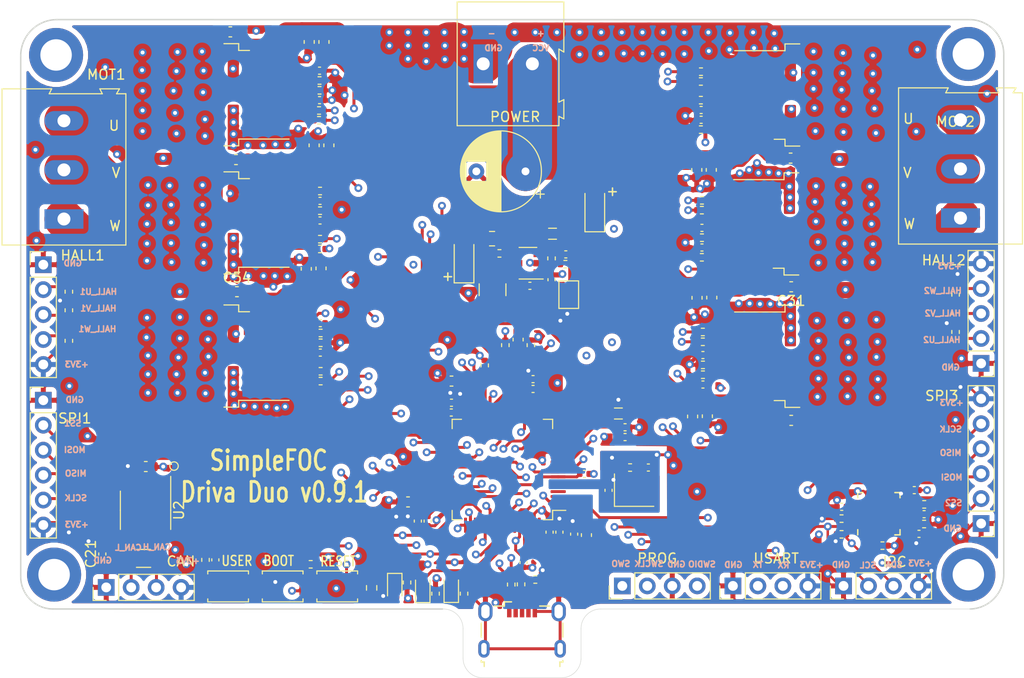
<source format=kicad_pcb>
(kicad_pcb (version 20171130) (host pcbnew 5.1.9-73d0e3b20d~88~ubuntu20.04.1)
  (layers (0 F.Cu signal) (1 In1.Cu power hide) (2 In2.Cu power hide) (31 B.Cu signal) (34 B.Paste user) (35 F.Paste user) (36 B.SilkS user) (37 F.SilkS user) (38 B.Mask user) (39 F.Mask user) (44 Edge.Cuts user))
  (net 0 "")
  (net 1 GND)
  (net 2 VCC)
  (net 3 "Net-(C30-Pad1)")
  (net 4 +3V3)
  (net 5 +3.3VA)
  (net 6 HSE_IN)
  (net 7 BOOT0)
  (net 8 NRST)
  (net 9 BATTERY)
  (net 10 USER_BUTTON)
  (net 11 LED_GREEN)
  (net 12 LED_BLUE)
  (net 13 /mcu/SWCLK)
  (net 14 /mcu/SWDIO)
  (net 15 "Net-(J3-Pad2)")
  (net 16 "Net-(J3-Pad4)")
  (net 17 "Net-(J3-Pad3)")
  (net 18 /mcu/USART1_RX)
  (net 19 /mcu/USART1_TX)
  (net 20 /mcu/SPI3_SS1)
  (net 21 /mcu/SPI3_SS2)
  (net 22 /mcu/CAN_L)
  (net 23 /mcu/CAN_H)
  (net 24 /mcu/USB_OTG_FS_DL)
  (net 25 /mcu/USB_OTG_FS_DM)
  (net 26 HSE_OUT)
  (net 27 BOOT1)
  (net 28 CAN2_TX)
  (net 29 CAN2_RX)
  (net 30 "Net-(J3-Pad1)")
  (net 31 "Net-(C17-Pad1)")
  (net 32 "Net-(C22-Pad1)")
  (net 33 "Net-(C23-Pad1)")
  (net 34 /driver-2/OUT_U)
  (net 35 /driver-2/SENSE_U)
  (net 36 /driver-2/OUT_V)
  (net 37 /driver-2/SENSE_V)
  (net 38 "Net-(C35-Pad1)")
  (net 39 /driver-2/OUT_W)
  (net 40 /driver-2/SENSE_W)
  (net 41 "Net-(C40-Pad1)")
  (net 42 "Net-(C42-Pad2)")
  (net 43 "Net-(C43-Pad2)")
  (net 44 /driver-1/OUT_U)
  (net 45 /driver-1/SENSE_U)
  (net 46 "Net-(C48-Pad1)")
  (net 47 /driver-1/OUT_V)
  (net 48 /driver-1/SENSE_V)
  (net 49 "Net-(C53-Pad1)")
  (net 50 /driver-1/OUT_W)
  (net 51 /driver-1/SENSE_W)
  (net 52 "Net-(C58-Pad1)")
  (net 53 "Net-(D1-Pad1)")
  (net 54 "Net-(D2-Pad1)")
  (net 55 "Net-(D3-Pad1)")
  (net 56 "Net-(D4-Pad1)")
  (net 57 /mcu/SWO)
  (net 58 SPI3_SCLK)
  (net 59 SPI3_MISO)
  (net 60 SPI3_MOSI)
  (net 61 "Net-(R21-Pad1)")
  (net 62 /driver-2/IN_U)
  (net 63 "Net-(R22-Pad1)")
  (net 64 /driver-2/EN_U)
  (net 65 /driver-2/IN_V)
  (net 66 "Net-(R25-Pad1)")
  (net 67 "Net-(R26-Pad1)")
  (net 68 /driver-2/EN_V)
  (net 69 "Net-(R29-Pad1)")
  (net 70 /driver-2/IN_W)
  (net 71 /driver-2/EN_W)
  (net 72 "Net-(R30-Pad1)")
  (net 73 "Net-(R33-Pad1)")
  (net 74 /driver-1/IN_U)
  (net 75 /driver-1/EN_U)
  (net 76 "Net-(R34-Pad1)")
  (net 77 "Net-(R37-Pad1)")
  (net 78 /driver-1/IN_V)
  (net 79 "Net-(R38-Pad1)")
  (net 80 /driver-1/EN_V)
  (net 81 /driver-1/IN_W)
  (net 82 "Net-(R41-Pad1)")
  (net 83 "Net-(R42-Pad1)")
  (net 84 /driver-1/EN_W)
  (net 85 "Net-(U3-Pad4)")
  (net 86 "Net-(U3-Pad11)")
  (net 87 /imu/INT)
  (net 88 "Net-(U3-Pad24)")
  (net 89 "Net-(U7-Pad6)")
  (net 90 "Net-(U7-Pad7)")
  (net 91 /mcu/HALL_W1)
  (net 92 /mcu/HALL_V1)
  (net 93 /mcu/HALL_U1)
  (net 94 /mcu/HALL_U2)
  (net 95 /mcu/HALL_V2)
  (net 96 /mcu/HALL_W2)
  (net 97 /mcu/I2C1_SCL)
  (net 98 /mcu/I2C1_SDA)
  (net 99 "Net-(C11-Pad2)")
  (net 100 "Net-(C11-Pad1)")
  (net 101 "Net-(C13-Pad2)")
  (net 102 "Net-(C59-Pad1)")
  (net 103 "Net-(R45-Pad1)")
  (net 104 "Net-(R48-Pad1)")
  (net 105 "Net-(R51-Pad1)")
  (net 106 "Net-(R52-Pad1)")
  (net 107 "Net-(C12-Pad2)")
  (module Package_SO:SOIC-8_3.9x4.9mm_P1.27mm (layer F.Cu) (at 74.7 79.95 270)
    (fp_text reference U2 (at 0 -3.4 90) (layer F.SilkS))
    (fp_text value SN65HVD230)
    (pad 8 smd roundrect (at 2.475 -1.905 270) (size 1.95 0.6) (layers F.Cu F.Paste F.Mask) (net 1 GND))
    (pad 7 smd roundrect (at 2.475 -0.635 270) (size 1.95 0.6) (layers F.Cu F.Paste F.Mask) (net 23 /mcu/CAN_H))
    (pad 6 smd roundrect (at 2.475 0.635 270) (size 1.95 0.6) (layers F.Cu F.Paste F.Mask) (net 22 /mcu/CAN_L))
    (pad 5 smd roundrect (at 2.475 1.905 270) (size 1.95 0.6) (layers F.Cu F.Paste F.Mask) (net 4 +3V3))
    (pad 4 smd roundrect (at -2.475 1.905 270) (size 1.95 0.6) (layers F.Cu F.Paste F.Mask) (net 29 CAN2_RX))
    (pad 3 smd roundrect (at -2.475 0.635 270) (size 1.95 0.6) (layers F.Cu F.Paste F.Mask) (net 4 +3V3))
    (pad 2 smd roundrect (at -2.475 -0.635 270) (size 1.95 0.6) (layers F.Cu F.Paste F.Mask) (net 1 GND))
    (pad 1 smd roundrect (at -2.475 -1.905 270) (size 1.95 0.6) (layers F.Cu F.Paste F.Mask) (net 28 CAN2_TX))
  )
  (module Capacitor_SMD:C_0402_1005Metric (layer F.Cu) (at 70.3 84.4 90)
    (fp_text reference C21 (at 0 -1.16 90) (layer F.SilkS))
    (fp_text value 100n)
    (pad 2 smd roundrect (at 0.48 0 90) (size 0.56 0.62) (layers F.Cu F.Paste F.Mask) (net 4 +3V3))
    (pad 1 smd roundrect (at -0.48 0 90) (size 0.56 0.62) (layers F.Cu F.Paste F.Mask) (net 1 GND))
  )
  (module Jumper:SolderJumper-2_P1.3mm_Bridged_Pad1.0x1.5mm (layer F.Cu) (at 117.75 58 270)
    (fp_text reference JP1)
    (fp_text value "LDO Solder Bridge")
    (fp_poly (pts (xy -0.25 -0.3) (xy 0.25 -0.3) (xy 0.25 0.3) (xy -0.25 0.3)) (layer F.Cu) (width 0))
    (pad 2 smd rect (at 0.65 0 270) (size 1 1.5) (layers F.Cu F.Mask) (net 4 +3V3))
    (pad 1 smd rect (at -0.65 0 270) (size 1 1.5) (layers F.Cu F.Mask) (net 107 "Net-(C12-Pad2)"))
  )
  (module Capacitor_SMD:C_0603_1608Metric (layer F.Cu) (at 91.05 55.375 90)
    (fp_text reference C56)
    (fp_text value 220n+)
    (pad 2 smd roundrect (at 0.775 0 90) (size 0.9 0.95) (layers F.Cu F.Paste F.Mask) (net 1 GND))
    (pad 1 smd roundrect (at -0.775 0 90) (size 0.9 0.95) (layers F.Cu F.Paste F.Mask) (net 2 VCC))
  )
  (module Capacitor_SMD:C_0603_1608Metric (layer F.Cu) (at 92.55 55.325 90)
    (fp_text reference C55)
    (fp_text value 100n+)
    (pad 2 smd roundrect (at 0.775 0 90) (size 0.9 0.95) (layers F.Cu F.Paste F.Mask) (net 1 GND))
    (pad 1 smd roundrect (at -0.775 0 90) (size 0.9 0.95) (layers F.Cu F.Paste F.Mask) (net 2 VCC))
  )
  (module Capacitor_SMD:C_0603_1608Metric (layer F.Cu) (at 84 57.7)
    (fp_text reference C54 (at 0 -1.43) (layer F.SilkS))
    (fp_text value 220n+)
    (pad 2 smd roundrect (at 0.775 0) (size 0.9 0.95) (layers F.Cu F.Paste F.Mask) (net 2 VCC))
    (pad 1 smd roundrect (at -0.775 0) (size 0.9 0.95) (layers F.Cu F.Paste F.Mask) (net 50 /driver-1/OUT_W))
  )
  (module Capacitor_SMD:C_0603_1608Metric (layer F.Cu) (at 91.85 42.8 90)
    (fp_text reference C51)
    (fp_text value 220n+)
    (pad 2 smd roundrect (at 0.775 0 90) (size 0.9 0.95) (layers F.Cu F.Paste F.Mask) (net 1 GND))
    (pad 1 smd roundrect (at -0.775 0 90) (size 0.9 0.95) (layers F.Cu F.Paste F.Mask) (net 2 VCC))
  )
  (module Capacitor_SMD:C_0603_1608Metric (layer F.Cu) (at 93.35 42.8 90)
    (fp_text reference C50)
    (fp_text value 100n+)
    (pad 2 smd roundrect (at 0.775 0 90) (size 0.9 0.95) (layers F.Cu F.Paste F.Mask) (net 1 GND))
    (pad 1 smd roundrect (at -0.775 0 90) (size 0.9 0.95) (layers F.Cu F.Paste F.Mask) (net 2 VCC))
  )
  (module Capacitor_SMD:C_0603_1608Metric (layer F.Cu) (at 83.9 44.25)
    (fp_text reference C49)
    (fp_text value 220n+)
    (pad 2 smd roundrect (at 0.775 0) (size 0.9 0.95) (layers F.Cu F.Paste F.Mask) (net 2 VCC))
    (pad 1 smd roundrect (at -0.775 0) (size 0.9 0.95) (layers F.Cu F.Paste F.Mask) (net 47 /driver-1/OUT_V))
  )
  (module Capacitor_SMD:C_0603_1608Metric (layer F.Cu) (at 92.85 32.275 270)
    (fp_text reference C46)
    (fp_text value 220n+)
    (pad 2 smd roundrect (at 0.775 0 270) (size 0.9 0.95) (layers F.Cu F.Paste F.Mask) (net 1 GND))
    (pad 1 smd roundrect (at -0.775 0 270) (size 0.9 0.95) (layers F.Cu F.Paste F.Mask) (net 2 VCC))
  )
  (module Capacitor_SMD:C_0603_1608Metric (layer F.Cu) (at 91.35 32.275 270)
    (fp_text reference C45)
    (fp_text value 100n+)
    (pad 2 smd roundrect (at 0.775 0 270) (size 0.9 0.95) (layers F.Cu F.Paste F.Mask) (net 1 GND))
    (pad 1 smd roundrect (at -0.775 0 270) (size 0.9 0.95) (layers F.Cu F.Paste F.Mask) (net 2 VCC))
  )
  (module Capacitor_SMD:C_0603_1608Metric (layer F.Cu) (at 83.325 31.25)
    (fp_text reference C44)
    (fp_text value 220n+)
    (pad 2 smd roundrect (at 0.775 0) (size 0.9 0.95) (layers F.Cu F.Paste F.Mask) (net 2 VCC))
    (pad 1 smd roundrect (at -0.775 0) (size 0.9 0.95) (layers F.Cu F.Paste F.Mask) (net 44 /driver-1/OUT_U))
  )
  (module Capacitor_SMD:C_0603_1608Metric (layer F.Cu) (at 131.85 70.375 270)
    (fp_text reference C38)
    (fp_text value 220n+)
    (pad 2 smd roundrect (at 0.775 0 270) (size 0.9 0.95) (layers F.Cu F.Paste F.Mask) (net 1 GND))
    (pad 1 smd roundrect (at -0.775 0 270) (size 0.9 0.95) (layers F.Cu F.Paste F.Mask) (net 2 VCC))
  )
  (module Capacitor_SMD:C_0603_1608Metric (layer F.Cu) (at 130.35 70.4 270)
    (fp_text reference C37)
    (fp_text value 100n+)
    (pad 2 smd roundrect (at 0.775 0 270) (size 0.9 0.95) (layers F.Cu F.Paste F.Mask) (net 1 GND))
    (pad 1 smd roundrect (at -0.775 0 270) (size 0.9 0.95) (layers F.Cu F.Paste F.Mask) (net 2 VCC))
  )
  (module Capacitor_SMD:C_0603_1608Metric (layer F.Cu) (at 140.38 70.8 180)
    (fp_text reference C36)
    (fp_text value 220n+)
    (pad 2 smd roundrect (at 0.775 0 180) (size 0.9 0.95) (layers F.Cu F.Paste F.Mask) (net 2 VCC))
    (pad 1 smd roundrect (at -0.775 0 180) (size 0.9 0.95) (layers F.Cu F.Paste F.Mask) (net 39 /driver-2/OUT_W))
  )
  (module Capacitor_SMD:C_0603_1608Metric (layer F.Cu) (at 130.8 58.32 270)
    (fp_text reference C33)
    (fp_text value 220n+)
    (pad 2 smd roundrect (at 0.775 0 270) (size 0.9 0.95) (layers F.Cu F.Paste F.Mask) (net 1 GND))
    (pad 1 smd roundrect (at -0.775 0 270) (size 0.9 0.95) (layers F.Cu F.Paste F.Mask) (net 2 VCC))
  )
  (module Capacitor_SMD:C_0603_1608Metric (layer F.Cu) (at 132.3 58.3 270)
    (fp_text reference C32)
    (fp_text value 100n+)
    (pad 2 smd roundrect (at 0.775 0 270) (size 0.9 0.95) (layers F.Cu F.Paste F.Mask) (net 1 GND))
    (pad 1 smd roundrect (at -0.775 0 270) (size 0.9 0.95) (layers F.Cu F.Paste F.Mask) (net 2 VCC))
  )
  (module Capacitor_SMD:C_0603_1608Metric (layer F.Cu) (at 140.38 57.2 180)
    (fp_text reference C31 (at 0 -1.43) (layer F.SilkS))
    (fp_text value 220n+)
    (pad 2 smd roundrect (at 0.775 0 180) (size 0.9 0.95) (layers F.Cu F.Paste F.Mask) (net 2 VCC))
    (pad 1 smd roundrect (at -0.775 0 180) (size 0.9 0.95) (layers F.Cu F.Paste F.Mask) (net 36 /driver-2/OUT_V))
  )
  (module Capacitor_SMD:C_0603_1608Metric (layer F.Cu) (at 130.775 45.3 270)
    (fp_text reference C28)
    (fp_text value 220n+)
    (pad 2 smd roundrect (at 0.775 0 270) (size 0.9 0.95) (layers F.Cu F.Paste F.Mask) (net 1 GND))
    (pad 1 smd roundrect (at -0.775 0 270) (size 0.9 0.95) (layers F.Cu F.Paste F.Mask) (net 2 VCC))
  )
  (module Capacitor_SMD:C_0603_1608Metric (layer F.Cu) (at 132.25 45.3 270)
    (fp_text reference C27)
    (fp_text value 100n+)
    (pad 2 smd roundrect (at 0.775 0 270) (size 0.9 0.95) (layers F.Cu F.Paste F.Mask) (net 1 GND))
    (pad 1 smd roundrect (at -0.775 0 270) (size 0.9 0.95) (layers F.Cu F.Paste F.Mask) (net 2 VCC))
  )
  (module Capacitor_SMD:C_0603_1608Metric (layer F.Cu) (at 140.32 44.1 180)
    (fp_text reference C26)
    (fp_text value 220n+)
    (pad 2 smd roundrect (at 0.775 0 180) (size 0.9 0.95) (layers F.Cu F.Paste F.Mask) (net 2 VCC))
    (pad 1 smd roundrect (at -0.775 0 180) (size 0.9 0.95) (layers F.Cu F.Paste F.Mask) (net 34 /driver-2/OUT_U))
  )
  (module Resistor_SMD:R_0402_1005Metric (layer F.Cu) (at 149.66 83.55)
    (fp_text reference R52)
    (fp_text value 10k)
    (pad 2 smd roundrect (at 0.51 0) (size 0.54 0.64) (layers F.Cu F.Paste F.Mask) (net 1 GND))
    (pad 1 smd roundrect (at -0.51 0) (size 0.54 0.64) (layers F.Cu F.Paste F.Mask) (net 106 "Net-(R52-Pad1)"))
  )
  (module Resistor_SMD:R_0402_1005Metric (layer F.Cu) (at 153.91 79.35)
    (fp_text reference R51)
    (fp_text value 10k)
    (pad 2 smd roundrect (at 0.51 0) (size 0.54 0.64) (layers F.Cu F.Paste F.Mask) (net 1 GND))
    (pad 1 smd roundrect (at -0.51 0) (size 0.54 0.64) (layers F.Cu F.Paste F.Mask) (net 105 "Net-(R51-Pad1)"))
  )
  (module Resistor_SMD:R_1206_3216Metric (layer F.Cu) (at 74.5 84.85)
    (fp_text reference R14)
    (fp_text value 120R+)
    (pad 2 smd roundrect (at 1.4625 0) (size 1.125 1.75) (layers F.Cu F.Paste F.Mask) (roundrect_rratio 0.2222213333333333) (net 23 /mcu/CAN_H))
    (pad 1 smd roundrect (at -1.4625 0) (size 1.125 1.75) (layers F.Cu F.Paste F.Mask) (roundrect_rratio 0.2222213333333333) (net 22 /mcu/CAN_L))
  )
  (module TerminalBlock:TerminalBlock_Altech_AK300-2_P5.00mm (layer F.Cu) (at 109.05 34.5)
    (fp_text reference J11)
    (fp_text value CONN_PWR)
    (pad 1 thru_hole rect (at 0 0) (size 1.98 3.96) (drill 1.32) (layers *.Cu *.Mask) (net 1 GND))
    (pad 2 thru_hole oval (at 5 0) (size 1.98 3.96) (drill 1.32) (layers *.Cu *.Mask) (net 2 VCC))
  )
  (module Resistor_SMD:R_0603_1608Metric (layer F.Cu) (at 97.7 87.85 270)
    (fp_text reference R11)
    (fp_text value 2K2)
    (pad 1 smd roundrect (at -0.825 0 270) (size 0.8 0.95) (layers F.Cu F.Paste F.Mask) (net 8 NRST))
    (pad 2 smd roundrect (at 0.825 0 270) (size 0.8 0.95) (layers F.Cu F.Paste F.Mask) (net 4 +3V3))
  )
  (module MountingHole:MountingHole_3.2mm_M3_ISO14580_Pad_TopBottom (layer F.Cu) (at 65.4 86.5)
    (fp_text reference H4)
    (fp_text value MountingHole)
    (pad 1 connect circle (at 0 0) (size 5.5 5.5) (layers B.Cu B.Mask))
    (pad 1 connect circle (at 0 0) (size 5.5 5.5) (layers F.Cu F.Mask))
    (pad 1 thru_hole circle (at 0 0) (size 3.6 3.6) (drill 3.2) (layers *.Cu *.Mask))
  )
  (module MountingHole:MountingHole_3.2mm_M3_ISO14580_Pad_TopBottom (layer F.Cu) (at 158.4 86.5)
    (fp_text reference H3)
    (fp_text value MountingHole)
    (pad 1 connect circle (at 0 0) (size 5.5 5.5) (layers B.Cu B.Mask))
    (pad 1 connect circle (at 0 0) (size 5.5 5.5) (layers F.Cu F.Mask))
    (pad 1 thru_hole circle (at 0 0) (size 3.6 3.6) (drill 3.2) (layers *.Cu *.Mask))
  )
  (module MountingHole:MountingHole_3.2mm_M3_ISO14580_Pad_TopBottom (layer F.Cu) (at 158.4 33.5)
    (fp_text reference H2)
    (fp_text value MountingHole)
    (pad 1 connect circle (at 0 0) (size 5.5 5.5) (layers B.Cu B.Mask))
    (pad 1 connect circle (at 0 0) (size 5.5 5.5) (layers F.Cu F.Mask))
    (pad 1 thru_hole circle (at 0 0) (size 3.6 3.6) (drill 3.2) (layers *.Cu *.Mask))
  )
  (module MountingHole:MountingHole_3.2mm_M3_ISO14580_Pad_TopBottom (layer F.Cu) (at 65.6 33.6)
    (fp_text reference H1)
    (fp_text value MountingHole)
    (pad 1 connect circle (at 0 0) (size 5.5 5.5) (layers B.Cu B.Mask))
    (pad 1 connect circle (at 0 0) (size 5.5 5.5) (layers F.Cu F.Mask))
    (pad 1 thru_hole circle (at 0 0) (size 3.6 3.6) (drill 3.2) (layers *.Cu *.Mask))
  )
  (module Capacitor_THT:CP_Radial_D8.0mm_P5.00mm (layer F.Cu) (at 113.35 45.45 180)
    (fp_text reference C60)
    (fp_text value 1000u+)
    (pad 2 thru_hole circle (at 5 0 180) (size 1.6 1.6) (drill 0.8) (layers *.Cu *.Mask) (net 1 GND))
    (pad 1 thru_hole rect (at 0 0 180) (size 1.6 1.6) (drill 0.8) (layers *.Cu *.Mask) (net 2 VCC))
  )
  (module Capacitor_SMD:C_0402_1005Metric (layer F.Cu) (at 113.8 57.1)
    (fp_text reference C11)
    (fp_text value 100n)
    (pad 2 smd roundrect (at 0.48 0) (size 0.56 0.62) (layers F.Cu F.Paste F.Mask) (net 99 "Net-(C11-Pad2)"))
    (pad 1 smd roundrect (at -0.48 0) (size 0.56 0.62) (layers F.Cu F.Paste F.Mask) (net 100 "Net-(C11-Pad1)"))
  )
  (module Capacitor_SMD:C_0402_1005Metric (layer F.Cu) (at 117.45 53.9)
    (fp_text reference C59)
    (fp_text value 33p)
    (pad 2 smd roundrect (at 0.48 0) (size 0.56 0.62) (layers F.Cu F.Paste F.Mask) (net 107 "Net-(C12-Pad2)"))
    (pad 1 smd roundrect (at -0.48 0) (size 0.56 0.62) (layers F.Cu F.Paste F.Mask) (net 102 "Net-(C59-Pad1)"))
  )
  (module Capacitor_SMD:C_0402_1005Metric (layer F.Cu) (at 116 56.48 270)
    (fp_text reference C12)
    (fp_text value 10u)
    (pad 2 smd roundrect (at 0.48 0 270) (size 0.56 0.62) (layers F.Cu F.Paste F.Mask) (net 107 "Net-(C12-Pad2)"))
    (pad 1 smd roundrect (at -0.48 0 270) (size 0.56 0.62) (layers F.Cu F.Paste F.Mask) (net 1 GND))
  )
  (module Package_TO_SOT_SMD:SOT-23-6 (layer F.Cu) (at 113.6 54.8 180)
    (fp_text reference U1)
    (fp_text value mp2451dt)
    (pad 5 smd rect (at 1.1 0 180) (size 1.06 0.65) (layers F.Cu F.Paste F.Mask) (net 101 "Net-(C13-Pad2)"))
    (pad 6 smd rect (at 1.1 -0.95 180) (size 1.06 0.65) (layers F.Cu F.Paste F.Mask) (net 100 "Net-(C11-Pad1)"))
    (pad 4 smd rect (at 1.1 0.95 180) (size 1.06 0.65) (layers F.Cu F.Paste F.Mask) (net 103 "Net-(R45-Pad1)"))
    (pad 3 smd rect (at -1.1 0.95 180) (size 1.06 0.65) (layers F.Cu F.Paste F.Mask) (net 102 "Net-(C59-Pad1)"))
    (pad 2 smd rect (at -1.1 0 180) (size 1.06 0.65) (layers F.Cu F.Paste F.Mask) (net 1 GND))
    (pad 1 smd rect (at -1.1 -0.95 180) (size 1.06 0.65) (layers F.Cu F.Paste F.Mask) (net 99 "Net-(C11-Pad2)"))
  )
  (module Resistor_SMD:R_0402_1005Metric (layer F.Cu) (at 116 54.31 270)
    (fp_text reference R50)
    (fp_text value 39k)
    (pad 2 smd roundrect (at 0.51 0 270) (size 0.54 0.64) (layers F.Cu F.Paste F.Mask) (net 1 GND))
    (pad 1 smd roundrect (at -0.51 0 270) (size 0.54 0.64) (layers F.Cu F.Paste F.Mask) (net 102 "Net-(C59-Pad1)"))
  )
  (module Resistor_SMD:R_0402_1005Metric (layer F.Cu) (at 117.41 54.9 180)
    (fp_text reference R49)
    (fp_text value 120k)
    (pad 2 smd roundrect (at 0.51 0 180) (size 0.54 0.64) (layers F.Cu F.Paste F.Mask) (net 102 "Net-(C59-Pad1)"))
    (pad 1 smd roundrect (at -0.51 0 180) (size 0.54 0.64) (layers F.Cu F.Paste F.Mask) (net 107 "Net-(C12-Pad2)"))
  )
  (module Resistor_SMD:R_0402_1005Metric (layer F.Cu) (at 153.9 81.35)
    (fp_text reference R48)
    (fp_text value 4.7k)
    (pad 2 smd roundrect (at 0.51 0) (size 0.54 0.64) (layers F.Cu F.Paste F.Mask) (net 1 GND))
    (pad 1 smd roundrect (at -0.51 0) (size 0.54 0.64) (layers F.Cu F.Paste F.Mask) (net 104 "Net-(R48-Pad1)"))
  )
  (module Resistor_SMD:R_0402_1005Metric (layer F.Cu) (at 145.5 82.4)
    (fp_text reference R47)
    (fp_text value 4.7k)
    (pad 2 smd roundrect (at 0.51 0) (size 0.54 0.64) (layers F.Cu F.Paste F.Mask) (net 98 /mcu/I2C1_SDA))
    (pad 1 smd roundrect (at -0.51 0) (size 0.54 0.64) (layers F.Cu F.Paste F.Mask) (net 4 +3V3))
  )
  (module Resistor_SMD:R_0402_1005Metric (layer F.Cu) (at 145.5 80.8)
    (fp_text reference R46)
    (fp_text value 4.7k)
    (pad 2 smd roundrect (at 0.51 0) (size 0.54 0.64) (layers F.Cu F.Paste F.Mask) (net 97 /mcu/I2C1_SCL))
    (pad 1 smd roundrect (at -0.51 0) (size 0.54 0.64) (layers F.Cu F.Paste F.Mask) (net 4 +3V3))
  )
  (module Resistor_SMD:R_0402_1005Metric (layer F.Cu) (at 110.7 53.8 180)
    (fp_text reference R45)
    (fp_text value 300K)
    (pad 2 smd roundrect (at 0.51 0 180) (size 0.54 0.64) (layers F.Cu F.Paste F.Mask) (net 101 "Net-(C13-Pad2)"))
    (pad 1 smd roundrect (at -0.51 0 180) (size 0.54 0.64) (layers F.Cu F.Paste F.Mask) (net 103 "Net-(R45-Pad1)"))
  )
  (module Inductor_SMD:L_1210_3225Metric (layer F.Cu) (at 110 57.5 270)
    (fp_text reference L1)
    (fp_text value 2.2uh)
    (pad 2 smd roundrect (at 1.4 0 270) (size 1.25 2.65) (layers F.Cu F.Paste F.Mask) (roundrect_rratio 0.2) (net 107 "Net-(C12-Pad2)"))
    (pad 1 smd roundrect (at -1.4 0 270) (size 1.25 2.65) (layers F.Cu F.Paste F.Mask) (roundrect_rratio 0.2) (net 100 "Net-(C11-Pad1)"))
  )
  (module Connector_PinHeader_2.54mm:PinHeader_1x04_P2.54mm_Vertical (layer F.Cu) (at 145.7 87.65 90)
    (fp_text reference J12)
    (fp_text value CONN_SERIAL)
    (pad 4 thru_hole oval (at 0 7.62 90) (size 1.7 1.7) (drill 1) (layers *.Cu *.Mask) (net 4 +3V3))
    (pad 3 thru_hole oval (at 0 5.08 90) (size 1.7 1.7) (drill 1) (layers *.Cu *.Mask) (net 98 /mcu/I2C1_SDA))
    (pad 2 thru_hole oval (at 0 2.54 90) (size 1.7 1.7) (drill 1) (layers *.Cu *.Mask) (net 97 /mcu/I2C1_SCL))
    (pad 1 thru_hole rect (at 0 0 90) (size 1.7 1.7) (drill 1) (layers *.Cu *.Mask) (net 1 GND))
  )
  (module Connector_USB:USB_Micro-B_Wuerth_629105150521 (layer F.Cu) (at 113 92.1)
    (fp_text reference J3)
    (fp_text value CONN_USB_OTG)
    (pad "" np_thru_hole oval (at 2.5 -0.8) (size 0.8 0.8) (drill 0.8) (layers *.Cu *.Mask))
    (pad "" np_thru_hole oval (at -2.5 -0.8) (size 0.8 0.8) (drill 0.8) (layers *.Cu *.Mask))
    (pad 6 thru_hole oval (at 3.875 1.95) (size 1.15 1.8) (drill oval 0.55 1.2) (layers *.Cu *.Mask) (net 1 GND))
    (pad 6 thru_hole oval (at -3.875 1.95) (size 1.15 1.8) (drill oval 0.55 1.2) (layers *.Cu *.Mask) (net 1 GND))
    (pad 6 thru_hole oval (at 3.725 -1.85) (size 1.45 2) (drill oval 0.85 1.4) (layers *.Cu *.Mask) (net 1 GND))
    (pad 6 thru_hole oval (at -3.725 -1.85) (size 1.45 2) (drill oval 0.85 1.4) (layers *.Cu *.Mask) (net 1 GND))
    (pad 5 smd rect (at 1.3 -1.9) (size 0.45 1.3) (layers F.Cu F.Paste F.Mask) (net 1 GND))
    (pad 4 smd rect (at 0.65 -1.9) (size 0.45 1.3) (layers F.Cu F.Paste F.Mask) (net 16 "Net-(J3-Pad4)"))
    (pad 3 smd rect (at 0 -1.9) (size 0.45 1.3) (layers F.Cu F.Paste F.Mask) (net 17 "Net-(J3-Pad3)"))
    (pad 2 smd rect (at -0.65 -1.9) (size 0.45 1.3) (layers F.Cu F.Paste F.Mask) (net 15 "Net-(J3-Pad2)"))
    (pad 1 smd rect (at -1.3 -1.9) (size 0.45 1.3) (layers F.Cu F.Paste F.Mask) (net 30 "Net-(J3-Pad1)"))
  )
  (module Diode_SMD:D_SOD-123 (layer F.Cu) (at 107.1 54.55 90)
    (fp_text reference D5)
    (fp_text value b5819w)
    (pad 2 smd rect (at 1.65 0 90) (size 0.9 1.2) (layers F.Cu F.Paste F.Mask) (net 1 GND))
    (pad 1 smd rect (at -1.65 0 90) (size 0.9 1.2) (layers F.Cu F.Paste F.Mask) (net 100 "Net-(C11-Pad1)"))
  )
  (module Capacitor_SMD:C_0402_1005Metric (layer F.Cu) (at 153.38 82.35)
    (fp_text reference C61)
    (fp_text value 10n)
    (pad 2 smd roundrect (at 0.48 0) (size 0.56 0.62) (layers F.Cu F.Paste F.Mask) (net 1 GND))
    (pad 1 smd roundrect (at -0.48 0) (size 0.56 0.62) (layers F.Cu F.Paste F.Mask) (net 4 +3V3))
  )
  (module Capacitor_SMD:C_0805_2012Metric (layer F.Cu) (at 109.95 52.3)
    (fp_text reference C13)
    (fp_text value 4.7u+)
    (pad 2 smd roundrect (at 0.95 0) (size 1 1.45) (layers F.Cu F.Paste F.Mask) (net 101 "Net-(C13-Pad2)"))
    (pad 1 smd roundrect (at -0.95 0) (size 1 1.45) (layers F.Cu F.Paste F.Mask) (net 1 GND))
  )
  (module Capacitor_SMD:C_0603_1608Metric (layer F.Cu) (at 119.55 82.475 90)
    (fp_text reference C1)
    (fp_text value 10u)
    (pad 2 smd roundrect (at 0.775 0 90) (size 0.9 0.95) (layers F.Cu F.Paste F.Mask) (net 4 +3V3))
    (pad 1 smd roundrect (at -0.775 0 90) (size 0.9 0.95) (layers F.Cu F.Paste F.Mask) (net 1 GND))
  )
  (module Capacitor_SMD:C_0402_1005Metric (layer F.Cu) (at 114.12 66.6 180)
    (fp_text reference C2)
    (fp_text value 100n)
    (pad 2 smd roundrect (at 0.48 0 180) (size 0.56 0.62) (layers F.Cu F.Paste F.Mask) (net 4 +3V3))
    (pad 1 smd roundrect (at -0.48 0 180) (size 0.56 0.62) (layers F.Cu F.Paste F.Mask) (net 1 GND))
  )
  (module Capacitor_SMD:C_0402_1005Metric (layer F.Cu) (at 114.12 67.6 180)
    (fp_text reference C3)
    (fp_text value 100n)
    (pad 1 smd roundrect (at -0.48 0 180) (size 0.56 0.62) (layers F.Cu F.Paste F.Mask) (net 1 GND))
    (pad 2 smd roundrect (at 0.48 0 180) (size 0.56 0.62) (layers F.Cu F.Paste F.Mask) (net 4 +3V3))
  )
  (module Capacitor_SMD:C_0402_1005Metric (layer F.Cu) (at 115.8 82.18 90)
    (fp_text reference C4)
    (fp_text value 100n)
    (pad 1 smd roundrect (at -0.48 0 90) (size 0.56 0.62) (layers F.Cu F.Paste F.Mask) (net 1 GND))
    (pad 2 smd roundrect (at 0.48 0 90) (size 0.56 0.62) (layers F.Cu F.Paste F.Mask) (net 4 +3V3))
  )
  (module Capacitor_SMD:C_0402_1005Metric (layer F.Cu) (at 102.4 81.05 90)
    (fp_text reference C5)
    (fp_text value 100n)
    (pad 1 smd roundrect (at -0.48 0 90) (size 0.56 0.62) (layers F.Cu F.Paste F.Mask) (net 1 GND))
    (pad 2 smd roundrect (at 0.48 0 90) (size 0.56 0.62) (layers F.Cu F.Paste F.Mask) (net 4 +3V3))
  )
  (module Capacitor_SMD:C_0402_1005Metric (layer F.Cu) (at 118.3 82.38 90)
    (fp_text reference C6)
    (fp_text value 100n)
    (pad 2 smd roundrect (at 0.48 0 90) (size 0.56 0.62) (layers F.Cu F.Paste F.Mask) (net 4 +3V3))
    (pad 1 smd roundrect (at -0.48 0 90) (size 0.56 0.62) (layers F.Cu F.Paste F.Mask) (net 1 GND))
  )
  (module Capacitor_SMD:C_0402_1005Metric (layer F.Cu) (at 103.4 81.05 90)
    (fp_text reference C7)
    (fp_text value 100n)
    (pad 1 smd roundrect (at -0.48 0 90) (size 0.56 0.62) (layers F.Cu F.Paste F.Mask) (net 1 GND))
    (pad 2 smd roundrect (at 0.48 0 90) (size 0.56 0.62) (layers F.Cu F.Paste F.Mask) (net 4 +3V3))
  )
  (module Capacitor_SMD:C_0402_1005Metric (layer F.Cu) (at 105.8 70)
    (fp_text reference C8)
    (fp_text value 100n)
    (pad 1 smd roundrect (at -0.48 0) (size 0.56 0.62) (layers F.Cu F.Paste F.Mask) (net 1 GND))
    (pad 2 smd roundrect (at 0.48 0) (size 0.56 0.62) (layers F.Cu F.Paste F.Mask) (net 4 +3V3))
  )
  (module Capacitor_SMD:C_0402_1005Metric (layer F.Cu) (at 116.8 82.18 90)
    (fp_text reference C9)
    (fp_text value 100n)
    (pad 1 smd roundrect (at -0.48 0 90) (size 0.56 0.62) (layers F.Cu F.Paste F.Mask) (net 1 GND))
    (pad 2 smd roundrect (at 0.48 0 90) (size 0.56 0.62) (layers F.Cu F.Paste F.Mask) (net 4 +3V3))
  )
  (module Capacitor_SMD:C_0402_1005Metric (layer F.Cu) (at 105.82 69)
    (fp_text reference C10)
    (fp_text value 100n)
    (pad 2 smd roundrect (at 0.48 0) (size 0.56 0.62) (layers F.Cu F.Paste F.Mask) (net 4 +3V3))
    (pad 1 smd roundrect (at -0.48 0) (size 0.56 0.62) (layers F.Cu F.Paste F.Mask) (net 1 GND))
  )
  (module Capacitor_SMD:C_0402_1005Metric (layer F.Cu) (at 123.48 72.5 180)
    (fp_text reference C14)
    (fp_text value 100n)
    (pad 2 smd roundrect (at 0.48 0 180) (size 0.56 0.62) (layers F.Cu F.Paste F.Mask) (net 5 +3.3VA))
    (pad 1 smd roundrect (at -0.48 0 180) (size 0.56 0.62) (layers F.Cu F.Paste F.Mask) (net 1 GND))
  )
  (module Capacitor_SMD:C_0402_1005Metric (layer F.Cu) (at 123.48 71.5 180)
    (fp_text reference C15)
    (fp_text value 10n)
    (pad 2 smd roundrect (at 0.48 0 180) (size 0.56 0.62) (layers F.Cu F.Paste F.Mask) (net 5 +3.3VA))
    (pad 1 smd roundrect (at -0.48 0 180) (size 0.56 0.62) (layers F.Cu F.Paste F.Mask) (net 1 GND))
  )
  (module Capacitor_SMD:C_0402_1005Metric (layer F.Cu) (at 121.8 77.92 90)
    (fp_text reference C16)
    (fp_text value 12p)
    (pad 1 smd roundrect (at -0.48 0 90) (size 0.56 0.62) (layers F.Cu F.Paste F.Mask) (net 6 HSE_IN))
    (pad 2 smd roundrect (at 0.48 0 90) (size 0.56 0.62) (layers F.Cu F.Paste F.Mask) (net 1 GND))
  )
  (module Capacitor_SMD:C_0402_1005Metric (layer F.Cu) (at 125.85 75.6)
    (fp_text reference C17)
    (fp_text value 12p)
    (pad 1 smd roundrect (at -0.48 0) (size 0.56 0.62) (layers F.Cu F.Paste F.Mask) (net 31 "Net-(C17-Pad1)"))
    (pad 2 smd roundrect (at 0.48 0) (size 0.56 0.62) (layers F.Cu F.Paste F.Mask) (net 1 GND))
  )
  (module Capacitor_SMD:C_0402_1005Metric (layer F.Cu) (at 113.15 85.27 270)
    (fp_text reference C18)
    (fp_text value 100n)
    (pad 2 smd roundrect (at 0.48 0 270) (size 0.56 0.62) (layers F.Cu F.Paste F.Mask) (net 1 GND))
    (pad 1 smd roundrect (at -0.48 0 270) (size 0.56 0.62) (layers F.Cu F.Paste F.Mask) (net 7 BOOT0))
  )
  (module Capacitor_SMD:C_0603_1608Metric (layer F.Cu) (at 74.725 75.5 180)
    (fp_text reference C19)
    (fp_text value 2.2u)
    (pad 1 smd roundrect (at -0.775 0 180) (size 0.9 0.95) (layers F.Cu F.Paste F.Mask) (net 1 GND))
    (pad 2 smd roundrect (at 0.775 0 180) (size 0.9 0.95) (layers F.Cu F.Paste F.Mask) (net 4 +3V3))
  )
  (module Capacitor_SMD:C_0402_1005Metric (layer F.Cu) (at 119.35 76.25)
    (fp_text reference C20)
    (fp_text value 100n)
    (pad 1 smd roundrect (at -0.48 0) (size 0.56 0.62) (layers F.Cu F.Paste F.Mask) (net 8 NRST))
    (pad 2 smd roundrect (at 0.48 0) (size 0.56 0.62) (layers F.Cu F.Paste F.Mask) (net 1 GND))
  )
  (module Capacitor_SMD:C_0603_1608Metric (layer F.Cu) (at 105.825 66.8 180)
    (fp_text reference C22)
    (fp_text value 2.2u)
    (pad 1 smd roundrect (at -0.775 0 180) (size 0.9 0.95) (layers F.Cu F.Paste F.Mask) (net 32 "Net-(C22-Pad1)"))
    (pad 2 smd roundrect (at 0.775 0 180) (size 0.9 0.95) (layers F.Cu F.Paste F.Mask) (net 1 GND))
  )
  (module Capacitor_SMD:C_0603_1608Metric (layer F.Cu) (at 101.4 79.1 180)
    (fp_text reference C23)
    (fp_text value 2.2u)
    (pad 2 smd roundrect (at 0.775 0 180) (size 0.9 0.95) (layers F.Cu F.Paste F.Mask) (net 1 GND))
    (pad 1 smd roundrect (at -0.775 0 180) (size 0.9 0.95) (layers F.Cu F.Paste F.Mask) (net 33 "Net-(C23-Pad1)"))
  )
  (module Capacitor_SMD:C_0603_1608Metric (layer F.Cu) (at 112.6 62.575 270)
    (fp_text reference C24)
    (fp_text value 10u)
    (pad 2 smd roundrect (at 0.775 0 270) (size 0.9 0.95) (layers F.Cu F.Paste F.Mask) (net 9 BATTERY))
    (pad 1 smd roundrect (at -0.775 0 270) (size 0.9 0.95) (layers F.Cu F.Paste F.Mask) (net 1 GND))
  )
  (module Capacitor_SMD:C_0402_1005Metric (layer F.Cu) (at 81.8 85 90)
    (fp_text reference C25)
    (fp_text value 100n)
    (pad 1 smd roundrect (at -0.48 0 90) (size 0.56 0.62) (layers F.Cu F.Paste F.Mask) (net 10 USER_BUTTON))
    (pad 2 smd roundrect (at 0.48 0 90) (size 0.56 0.62) (layers F.Cu F.Paste F.Mask) (net 1 GND))
  )
  (module Capacitor_SMD:C_0402_1005Metric (layer F.Cu) (at 131.22 40.2 180)
    (fp_text reference C29)
    (fp_text value 1n)
    (pad 2 smd roundrect (at 0.48 0 180) (size 0.56 0.62) (layers F.Cu F.Paste F.Mask) (net 1 GND))
    (pad 1 smd roundrect (at -0.48 0 180) (size 0.56 0.62) (layers F.Cu F.Paste F.Mask) (net 35 /driver-2/SENSE_U))
  )
  (module Capacitor_SMD:C_0402_1005Metric (layer F.Cu) (at 131.22 39.2 180)
    (fp_text reference C30)
    (fp_text value 100n)
    (pad 2 smd roundrect (at 0.48 0 180) (size 0.56 0.62) (layers F.Cu F.Paste F.Mask) (net 1 GND))
    (pad 1 smd roundrect (at -0.48 0 180) (size 0.56 0.62) (layers F.Cu F.Paste F.Mask) (net 3 "Net-(C30-Pad1)"))
  )
  (module Capacitor_SMD:C_0402_1005Metric (layer F.Cu) (at 131.3 53.2 180)
    (fp_text reference C34)
    (fp_text value 1n)
    (pad 2 smd roundrect (at 0.48 0 180) (size 0.56 0.62) (layers F.Cu F.Paste F.Mask) (net 1 GND))
    (pad 1 smd roundrect (at -0.48 0 180) (size 0.56 0.62) (layers F.Cu F.Paste F.Mask) (net 37 /driver-2/SENSE_V))
  )
  (module Capacitor_SMD:C_0402_1005Metric (layer F.Cu) (at 131.3 51.2 180)
    (fp_text reference C35)
    (fp_text value 100n)
    (pad 1 smd roundrect (at -0.48 0 180) (size 0.56 0.62) (layers F.Cu F.Paste F.Mask) (net 38 "Net-(C35-Pad1)"))
    (pad 2 smd roundrect (at 0.48 0 180) (size 0.56 0.62) (layers F.Cu F.Paste F.Mask) (net 1 GND))
  )
  (module Capacitor_SMD:C_0402_1005Metric (layer F.Cu) (at 131.4 67.15 180)
    (fp_text reference C39)
    (fp_text value 1n)
    (pad 1 smd roundrect (at -0.48 0 180) (size 0.56 0.62) (layers F.Cu F.Paste F.Mask) (net 40 /driver-2/SENSE_W))
    (pad 2 smd roundrect (at 0.48 0 180) (size 0.56 0.62) (layers F.Cu F.Paste F.Mask) (net 1 GND))
  )
  (module Capacitor_SMD:C_0402_1005Metric (layer F.Cu) (at 131.4 64.15 180)
    (fp_text reference C40)
    (fp_text value 100n)
    (pad 2 smd roundrect (at 0.48 0 180) (size 0.56 0.62) (layers F.Cu F.Paste F.Mask) (net 1 GND))
    (pad 1 smd roundrect (at -0.48 0 180) (size 0.56 0.62) (layers F.Cu F.Paste F.Mask) (net 41 "Net-(C40-Pad1)"))
  )
  (module Capacitor_SMD:C_0402_1005Metric (layer F.Cu) (at 152.9 77.9 180)
    (fp_text reference C41)
    (fp_text value 100n)
    (pad 2 smd roundrect (at 0.48 0 180) (size 0.56 0.62) (layers F.Cu F.Paste F.Mask) (net 4 +3V3))
    (pad 1 smd roundrect (at -0.48 0 180) (size 0.56 0.62) (layers F.Cu F.Paste F.Mask) (net 1 GND))
  )
  (module Capacitor_SMD:C_0402_1005Metric (layer F.Cu) (at 153.9 80.35 180)
    (fp_text reference C42)
    (fp_text value 100n)
    (pad 1 smd roundrect (at -0.48 0 180) (size 0.56 0.62) (layers F.Cu F.Paste F.Mask) (net 1 GND))
    (pad 2 smd roundrect (at 0.48 0 180) (size 0.56 0.62) (layers F.Cu F.Paste F.Mask) (net 42 "Net-(C42-Pad2)"))
  )
  (module Capacitor_SMD:C_0402_1005Metric (layer F.Cu) (at 145.52 79.6)
    (fp_text reference C43)
    (fp_text value 2.2n)
    (pad 2 smd roundrect (at 0.48 0) (size 0.56 0.62) (layers F.Cu F.Paste F.Mask) (net 43 "Net-(C43-Pad2)"))
    (pad 1 smd roundrect (at -0.48 0) (size 0.56 0.62) (layers F.Cu F.Paste F.Mask) (net 1 GND))
  )
  (module Capacitor_SMD:C_0402_1005Metric (layer F.Cu) (at 92.4 35.2)
    (fp_text reference C47)
    (fp_text value 1n)
    (pad 1 smd roundrect (at -0.48 0) (size 0.56 0.62) (layers F.Cu F.Paste F.Mask) (net 45 /driver-1/SENSE_U))
    (pad 2 smd roundrect (at 0.48 0) (size 0.56 0.62) (layers F.Cu F.Paste F.Mask) (net 1 GND))
  )
  (module Capacitor_SMD:C_0402_1005Metric (layer F.Cu) (at 92.4 38.2)
    (fp_text reference C48)
    (fp_text value 100n)
    (pad 2 smd roundrect (at 0.48 0) (size 0.56 0.62) (layers F.Cu F.Paste F.Mask) (net 1 GND))
    (pad 1 smd roundrect (at -0.48 0) (size 0.56 0.62) (layers F.Cu F.Paste F.Mask) (net 46 "Net-(C48-Pad1)"))
  )
  (module Capacitor_SMD:C_0402_1005Metric (layer F.Cu) (at 92.45 48.45)
    (fp_text reference C52)
    (fp_text value 1n)
    (pad 1 smd roundrect (at -0.48 0) (size 0.56 0.62) (layers F.Cu F.Paste F.Mask) (net 48 /driver-1/SENSE_V))
    (pad 2 smd roundrect (at 0.48 0) (size 0.56 0.62) (layers F.Cu F.Paste F.Mask) (net 1 GND))
  )
  (module Capacitor_SMD:C_0402_1005Metric (layer F.Cu) (at 92.45 50.45)
    (fp_text reference C53)
    (fp_text value 100n)
    (pad 1 smd roundrect (at -0.48 0) (size 0.56 0.62) (layers F.Cu F.Paste F.Mask) (net 49 "Net-(C53-Pad1)"))
    (pad 2 smd roundrect (at 0.48 0) (size 0.56 0.62) (layers F.Cu F.Paste F.Mask) (net 1 GND))
  )
  (module Capacitor_SMD:C_0402_1005Metric (layer F.Cu) (at 92.48 60.9)
    (fp_text reference C57)
    (fp_text value 1n)
    (pad 2 smd roundrect (at 0.48 0) (size 0.56 0.62) (layers F.Cu F.Paste F.Mask) (net 1 GND))
    (pad 1 smd roundrect (at -0.48 0) (size 0.56 0.62) (layers F.Cu F.Paste F.Mask) (net 51 /driver-1/SENSE_W))
  )
  (module Capacitor_SMD:C_0402_1005Metric (layer F.Cu) (at 92.48 63.9)
    (fp_text reference C58)
    (fp_text value 100n)
    (pad 2 smd roundrect (at 0.48 0) (size 0.56 0.62) (layers F.Cu F.Paste F.Mask) (net 1 GND))
    (pad 1 smd roundrect (at -0.48 0) (size 0.56 0.62) (layers F.Cu F.Paste F.Mask) (net 52 "Net-(C58-Pad1)"))
  )
  (module Diode_SMD:D_SOD-123 (layer F.Cu) (at 120.4 49.35 90)
    (fp_text reference D1)
    (fp_text value b5819w)
    (pad 1 smd rect (at -1.65 0 90) (size 0.9 1.2) (layers F.Cu F.Paste F.Mask) (net 53 "Net-(D1-Pad1)"))
    (pad 2 smd rect (at 1.65 0 90) (size 0.9 1.2) (layers F.Cu F.Paste F.Mask) (net 2 VCC))
  )
  (module LED_SMD:LED_0603_1608Metric (layer F.Cu) (at 100.05 87.8625 270)
    (fp_text reference D2)
    (fp_text value RED)
    (pad 1 smd roundrect (at -0.7875 0 270) (size 0.875 0.95) (layers F.Cu F.Paste F.Mask) (net 54 "Net-(D2-Pad1)"))
    (pad 2 smd roundrect (at 0.7875 0 270) (size 0.875 0.95) (layers F.Cu F.Paste F.Mask) (net 4 +3V3))
  )
  (module LED_SMD:LED_0603_1608Metric (layer F.Cu) (at 105.8 87.85 90)
    (fp_text reference D3)
    (fp_text value GREEN)
    (pad 1 smd roundrect (at -0.7875 0 90) (size 0.875 0.95) (layers F.Cu F.Paste F.Mask) (net 55 "Net-(D3-Pad1)"))
    (pad 2 smd roundrect (at 0.7875 0 90) (size 0.875 0.95) (layers F.Cu F.Paste F.Mask) (net 11 LED_GREEN))
  )
  (module LED_SMD:LED_0603_1608Metric (layer F.Cu) (at 102.9 87.8625 90)
    (fp_text reference D4)
    (fp_text value BLUE)
    (pad 2 smd roundrect (at 0.7875 0 90) (size 0.875 0.95) (layers F.Cu F.Paste F.Mask) (net 12 LED_BLUE))
    (pad 1 smd roundrect (at -0.7875 0 90) (size 0.875 0.95) (layers F.Cu F.Paste F.Mask) (net 56 "Net-(D4-Pad1)"))
  )
  (module Inductor_SMD:L_0805_2012Metric (layer F.Cu) (at 116.1 51.8)
    (fp_text reference FB1)
    (fp_text value "100 @ 100Mhz")
    (pad 1 smd roundrect (at -1.0625 0) (size 0.875 1.2) (layers F.Cu F.Paste F.Mask) (net 101 "Net-(C13-Pad2)"))
    (pad 2 smd roundrect (at 1.0625 0) (size 0.875 1.2) (layers F.Cu F.Paste F.Mask) (net 53 "Net-(D1-Pad1)"))
  )
  (module Inductor_SMD:L_0805_2012Metric (layer F.Cu) (at 122.8 70.1 180)
    (fp_text reference FB2)
    (fp_text value "100 @ 100Mhz")
    (pad 2 smd roundrect (at 1.0625 0 180) (size 0.875 1.2) (layers F.Cu F.Paste F.Mask) (net 4 +3V3))
    (pad 1 smd roundrect (at -1.0625 0 180) (size 0.875 1.2) (layers F.Cu F.Paste F.Mask) (net 5 +3.3VA))
  )
  (module Crystal:Crystal_SMD_3225-4Pin_3.2x2.5mm (layer F.Cu) (at 124.4 77.9)
    (fp_text reference HSE1)
    (fp_text value 16MHz)
    (pad 1 smd rect (at -1.1 0.85) (size 1.4 1.2) (layers F.Cu F.Paste F.Mask) (net 6 HSE_IN))
    (pad 2 smd rect (at 1.1 0.85) (size 1.4 1.2) (layers F.Cu F.Paste F.Mask) (net 1 GND))
    (pad 3 smd rect (at 1.1 -0.85) (size 1.4 1.2) (layers F.Cu F.Paste F.Mask) (net 31 "Net-(C17-Pad1)"))
    (pad 4 smd rect (at -1.1 -0.85) (size 1.4 1.2) (layers F.Cu F.Paste F.Mask) (net 1 GND))
  )
  (module Connector_PinHeader_2.54mm:PinHeader_1x05_P2.54mm_Vertical (layer F.Cu) (at 64.3 54.95)
    (fp_text reference J1)
    (fp_text value CONN_HALL_1)
    (pad 5 thru_hole oval (at 0 10.16) (size 1.7 1.7) (drill 1) (layers *.Cu *.Mask) (net 4 +3V3))
    (pad 4 thru_hole oval (at 0 7.62) (size 1.7 1.7) (drill 1) (layers *.Cu *.Mask) (net 91 /mcu/HALL_W1))
    (pad 3 thru_hole oval (at 0 5.08) (size 1.7 1.7) (drill 1) (layers *.Cu *.Mask) (net 92 /mcu/HALL_V1))
    (pad 2 thru_hole oval (at 0 2.54) (size 1.7 1.7) (drill 1) (layers *.Cu *.Mask) (net 93 /mcu/HALL_U1))
    (pad 1 thru_hole rect (at 0 0) (size 1.7 1.7) (drill 1) (layers *.Cu *.Mask) (net 1 GND))
  )
  (module Connector_PinHeader_2.54mm:PinHeader_1x04_P2.54mm_Vertical (layer F.Cu) (at 123.2 87.65 90)
    (fp_text reference J2)
    (fp_text value CONN_PROG)
    (pad 1 thru_hole rect (at 0 0 90) (size 1.7 1.7) (drill 1) (layers *.Cu *.Mask) (net 57 /mcu/SWO))
    (pad 2 thru_hole oval (at 0 2.54 90) (size 1.7 1.7) (drill 1) (layers *.Cu *.Mask) (net 13 /mcu/SWCLK))
    (pad 3 thru_hole oval (at 0 5.08 90) (size 1.7 1.7) (drill 1) (layers *.Cu *.Mask) (net 1 GND))
    (pad 4 thru_hole oval (at 0 7.62 90) (size 1.7 1.7) (drill 1) (layers *.Cu *.Mask) (net 14 /mcu/SWDIO))
  )
  (module TerminalBlock:TerminalBlock_Altech_AK300-3_P5.00mm (layer F.Cu) (at 66.4 50.3 90)
    (fp_text reference J4)
    (fp_text value CONN_MOT_1)
    (pad 3 thru_hole oval (at 10 0 90) (size 1.98 3.96) (drill 1.32) (layers *.Cu *.Mask) (net 44 /driver-1/OUT_U))
    (pad 2 thru_hole oval (at 5 0 90) (size 1.98 3.96) (drill 1.32) (layers *.Cu *.Mask) (net 47 /driver-1/OUT_V))
    (pad 1 thru_hole rect (at 0 0 90) (size 1.98 3.96) (drill 1.32) (layers *.Cu *.Mask) (net 50 /driver-1/OUT_W))
  )
  (module Connector_PinHeader_2.54mm:PinHeader_1x04_P2.54mm_Vertical (layer F.Cu) (at 134.45 87.65 90)
    (fp_text reference J5)
    (fp_text value CONN_SERIAL)
    (pad 1 thru_hole rect (at 0 0 90) (size 1.7 1.7) (drill 1) (layers *.Cu *.Mask) (net 1 GND))
    (pad 2 thru_hole oval (at 0 2.54 90) (size 1.7 1.7) (drill 1) (layers *.Cu *.Mask) (net 19 /mcu/USART1_TX))
    (pad 3 thru_hole oval (at 0 5.08 90) (size 1.7 1.7) (drill 1) (layers *.Cu *.Mask) (net 18 /mcu/USART1_RX))
    (pad 4 thru_hole oval (at 0 7.62 90) (size 1.7 1.7) (drill 1) (layers *.Cu *.Mask) (net 4 +3V3))
  )
  (module TerminalBlock:TerminalBlock_Altech_AK300-3_P5.00mm (layer F.Cu) (at 157.6 50.2 90)
    (fp_text reference J6)
    (fp_text value CONN_MOT_2)
    (pad 1 thru_hole rect (at 0 0 90) (size 1.98 3.96) (drill 1.32) (layers *.Cu *.Mask) (net 39 /driver-2/OUT_W))
    (pad 2 thru_hole oval (at 5 0 90) (size 1.98 3.96) (drill 1.32) (layers *.Cu *.Mask) (net 36 /driver-2/OUT_V))
    (pad 3 thru_hole oval (at 10 0 90) (size 1.98 3.96) (drill 1.32) (layers *.Cu *.Mask) (net 34 /driver-2/OUT_U))
  )
  (module Connector_PinHeader_2.54mm:PinHeader_1x06_P2.54mm_Vertical (layer F.Cu) (at 64.3 68.75)
    (fp_text reference J7)
    (fp_text value CONN_SPI_1)
    (pad 6 thru_hole oval (at 0 12.7) (size 1.7 1.7) (drill 1) (layers *.Cu *.Mask) (net 4 +3V3))
    (pad 5 thru_hole oval (at 0 10.16) (size 1.7 1.7) (drill 1) (layers *.Cu *.Mask) (net 58 SPI3_SCLK))
    (pad 4 thru_hole oval (at 0 7.62) (size 1.7 1.7) (drill 1) (layers *.Cu *.Mask) (net 59 SPI3_MISO))
    (pad 3 thru_hole oval (at 0 5.08) (size 1.7 1.7) (drill 1) (layers *.Cu *.Mask) (net 60 SPI3_MOSI))
    (pad 2 thru_hole oval (at 0 2.54) (size 1.7 1.7) (drill 1) (layers *.Cu *.Mask) (net 20 /mcu/SPI3_SS1))
    (pad 1 thru_hole rect (at 0 0) (size 1.7 1.7) (drill 1) (layers *.Cu *.Mask) (net 1 GND))
  )
  (module Connector_PinHeader_2.54mm:PinHeader_1x06_P2.54mm_Vertical (layer F.Cu) (at 159.7 81.3 180)
    (fp_text reference J8)
    (fp_text value CONN_SPI_2)
    (pad 1 thru_hole rect (at 0 0 180) (size 1.7 1.7) (drill 1) (layers *.Cu *.Mask) (net 1 GND))
    (pad 2 thru_hole oval (at 0 2.54 180) (size 1.7 1.7) (drill 1) (layers *.Cu *.Mask) (net 21 /mcu/SPI3_SS2))
    (pad 3 thru_hole oval (at 0 5.08 180) (size 1.7 1.7) (drill 1) (layers *.Cu *.Mask) (net 60 SPI3_MOSI))
    (pad 4 thru_hole oval (at 0 7.62 180) (size 1.7 1.7) (drill 1) (layers *.Cu *.Mask) (net 59 SPI3_MISO))
    (pad 5 thru_hole oval (at 0 10.16 180) (size 1.7 1.7) (drill 1) (layers *.Cu *.Mask) (net 58 SPI3_SCLK))
    (pad 6 thru_hole oval (at 0 12.7 180) (size 1.7 1.7) (drill 1) (layers *.Cu *.Mask) (net 4 +3V3))
  )
  (module Connector_PinHeader_2.54mm:PinHeader_1x05_P2.54mm_Vertical (layer F.Cu) (at 159.7 65 180)
    (fp_text reference J9)
    (fp_text value CONN_HALL_2)
    (pad 1 thru_hole rect (at 0 0 180) (size 1.7 1.7) (drill 1) (layers *.Cu *.Mask) (net 1 GND))
    (pad 2 thru_hole oval (at 0 2.54 180) (size 1.7 1.7) (drill 1) (layers *.Cu *.Mask) (net 94 /mcu/HALL_U2))
    (pad 3 thru_hole oval (at 0 5.08 180) (size 1.7 1.7) (drill 1) (layers *.Cu *.Mask) (net 95 /mcu/HALL_V2))
    (pad 4 thru_hole oval (at 0 7.62 180) (size 1.7 1.7) (drill 1) (layers *.Cu *.Mask) (net 96 /mcu/HALL_W2))
    (pad 5 thru_hole oval (at 0 10.16 180) (size 1.7 1.7) (drill 1) (layers *.Cu *.Mask) (net 4 +3V3))
  )
  (module Connector_PinHeader_2.54mm:PinHeader_1x04_P2.54mm_Vertical (layer F.Cu) (at 70.7 87.8 90)
    (fp_text reference J10)
    (fp_text value CONN_CAN)
    (pad 4 thru_hole oval (at 0 7.62 90) (size 1.7 1.7) (drill 1) (layers *.Cu *.Mask) (net 4 +3V3))
    (pad 3 thru_hole oval (at 0 5.08 90) (size 1.7 1.7) (drill 1) (layers *.Cu *.Mask) (net 23 /mcu/CAN_H))
    (pad 2 thru_hole oval (at 0 2.54 90) (size 1.7 1.7) (drill 1) (layers *.Cu *.Mask) (net 22 /mcu/CAN_L))
    (pad 1 thru_hole rect (at 0 0 90) (size 1.7 1.7) (drill 1) (layers *.Cu *.Mask) (net 1 GND))
  )
  (module Resistor_SMD:R_0402_1005Metric (layer F.Cu) (at 114.35 87)
    (fp_text reference R1)
    (fp_text value 22R)
    (pad 1 smd roundrect (at -0.51 0) (size 0.54 0.64) (layers F.Cu F.Paste F.Mask) (net 24 /mcu/USB_OTG_FS_DL))
    (pad 2 smd roundrect (at 0.51 0) (size 0.54 0.64) (layers F.Cu F.Paste F.Mask) (net 4 +3V3))
  )
  (module Resistor_SMD:R_0402_1005Metric (layer F.Cu) (at 112.9 87.49 270)
    (fp_text reference R2)
    (fp_text value 22R)
    (pad 1 smd roundrect (at -0.51 0 270) (size 0.54 0.64) (layers F.Cu F.Paste F.Mask) (net 24 /mcu/USB_OTG_FS_DL))
    (pad 2 smd roundrect (at 0.51 0 270) (size 0.54 0.64) (layers F.Cu F.Paste F.Mask) (net 17 "Net-(J3-Pad3)"))
  )
  (module Resistor_SMD:R_0402_1005Metric (layer F.Cu) (at 111.9 87.51 270)
    (fp_text reference R3)
    (fp_text value 22R)
    (pad 2 smd roundrect (at 0.51 0 270) (size 0.54 0.64) (layers F.Cu F.Paste F.Mask) (net 15 "Net-(J3-Pad2)"))
    (pad 1 smd roundrect (at -0.51 0 270) (size 0.54 0.64) (layers F.Cu F.Paste F.Mask) (net 25 /mcu/USB_OTG_FS_DM))
  )
  (module Resistor_SMD:R_0402_1005Metric (layer F.Cu) (at 66.9 62.7 90)
    (fp_text reference R4)
    (fp_text value 1K5)
    (pad 1 smd roundrect (at -0.51 0 90) (size 0.54 0.64) (layers F.Cu F.Paste F.Mask) (net 4 +3V3))
    (pad 2 smd roundrect (at 0.51 0 90) (size 0.54 0.64) (layers F.Cu F.Paste F.Mask) (net 91 /mcu/HALL_W1))
  )
  (module Resistor_SMD:R_0402_1005Metric (layer F.Cu) (at 66.9 59.59 270)
    (fp_text reference R5)
    (fp_text value 1K5)
    (pad 2 smd roundrect (at 0.51 0 270) (size 0.54 0.64) (layers F.Cu F.Paste F.Mask) (net 92 /mcu/HALL_V1))
    (pad 1 smd roundrect (at -0.51 0 270) (size 0.54 0.64) (layers F.Cu F.Paste F.Mask) (net 4 +3V3))
  )
  (module Resistor_SMD:R_0402_1005Metric (layer F.Cu) (at 66.9 57.7 90)
    (fp_text reference R6)
    (fp_text value 1K5)
    (pad 1 smd roundrect (at -0.51 0 90) (size 0.54 0.64) (layers F.Cu F.Paste F.Mask) (net 4 +3V3))
    (pad 2 smd roundrect (at 0.51 0 90) (size 0.54 0.64) (layers F.Cu F.Paste F.Mask) (net 93 /mcu/HALL_U1))
  )
  (module Resistor_SMD:R_0402_1005Metric (layer F.Cu) (at 157.1 58 270)
    (fp_text reference R7)
    (fp_text value 1K5)
    (pad 2 smd roundrect (at 0.51 0 270) (size 0.54 0.64) (layers F.Cu F.Paste F.Mask) (net 96 /mcu/HALL_W2))
    (pad 1 smd roundrect (at -0.51 0 270) (size 0.54 0.64) (layers F.Cu F.Paste F.Mask) (net 4 +3V3))
  )
  (module Resistor_SMD:R_0402_1005Metric (layer F.Cu) (at 157.1 59.89 90)
    (fp_text reference R8)
    (fp_text value 1K5)
    (pad 1 smd roundrect (at -0.51 0 90) (size 0.54 0.64) (layers F.Cu F.Paste F.Mask) (net 4 +3V3))
    (pad 2 smd roundrect (at 0.51 0 90) (size 0.54 0.64) (layers F.Cu F.Paste F.Mask) (net 95 /mcu/HALL_V2))
  )
  (module Resistor_SMD:R_0402_1005Metric (layer F.Cu) (at 157.1 61.8 270)
    (fp_text reference R9)
    (fp_text value 1K5)
    (pad 2 smd roundrect (at 0.51 0 270) (size 0.54 0.64) (layers F.Cu F.Paste F.Mask) (net 94 /mcu/HALL_U2))
    (pad 1 smd roundrect (at -0.51 0 270) (size 0.54 0.64) (layers F.Cu F.Paste F.Mask) (net 4 +3V3))
  )
  (module Resistor_SMD:R_0402_1005Metric (layer F.Cu) (at 123.99 75.6)
    (fp_text reference R10)
    (fp_text value 220)
    (pad 1 smd roundrect (at -0.51 0) (size 0.54 0.64) (layers F.Cu F.Paste F.Mask) (net 26 HSE_OUT))
    (pad 2 smd roundrect (at 0.51 0) (size 0.54 0.64) (layers F.Cu F.Paste F.Mask) (net 31 "Net-(C17-Pad1)"))
  )
  (module Resistor_SMD:R_0402_1005Metric (layer F.Cu) (at 109.2 65.2 270)
    (fp_text reference R12)
    (fp_text value 10k)
    (pad 2 smd roundrect (at 0.51 0 270) (size 0.54 0.64) (layers F.Cu F.Paste F.Mask) (net 27 BOOT1))
    (pad 1 smd roundrect (at -0.51 0 270) (size 0.54 0.64) (layers F.Cu F.Paste F.Mask) (net 1 GND))
  )
  (module Resistor_SMD:R_0402_1005Metric (layer F.Cu) (at 91.5 85.45 180)
    (fp_text reference R13)
    (fp_text value 10k)
    (pad 1 smd roundrect (at -0.51 0 180) (size 0.54 0.64) (layers F.Cu F.Paste F.Mask) (net 1 GND))
    (pad 2 smd roundrect (at 0.51 0 180) (size 0.54 0.64) (layers F.Cu F.Paste F.Mask) (net 7 BOOT0))
  )
  (module Resistor_SMD:R_0402_1005Metric (layer F.Cu) (at 111.3 63.14 90)
    (fp_text reference R15)
    (fp_text value 33K)
    (pad 2 smd roundrect (at 0.51 0 90) (size 0.54 0.64) (layers F.Cu F.Paste F.Mask) (net 2 VCC))
    (pad 1 smd roundrect (at -0.51 0 90) (size 0.54 0.64) (layers F.Cu F.Paste F.Mask) (net 9 BATTERY))
  )
  (module Resistor_SMD:R_0402_1005Metric (layer F.Cu) (at 113.9 63.14 270)
    (fp_text reference R16)
    (fp_text value 3K3)
    (pad 2 smd roundrect (at 0.51 0 270) (size 0.54 0.64) (layers F.Cu F.Paste F.Mask) (net 9 BATTERY))
    (pad 1 smd roundrect (at -0.51 0 270) (size 0.54 0.64) (layers F.Cu F.Paste F.Mask) (net 1 GND))
  )
  (module Resistor_SMD:R_0402_1005Metric (layer F.Cu) (at 80.8 85 90)
    (fp_text reference R17)
    (fp_text value 10k)
    (pad 1 smd roundrect (at -0.51 0 90) (size 0.54 0.64) (layers F.Cu F.Paste F.Mask) (net 10 USER_BUTTON))
    (pad 2 smd roundrect (at 0.51 0 90) (size 0.54 0.64) (layers F.Cu F.Paste F.Mask) (net 1 GND))
  )
  (module Resistor_SMD:R_0402_1005Metric (layer F.Cu) (at 101.3 87.3 90)
    (fp_text reference R18)
    (fp_text value 1k)
    (pad 2 smd roundrect (at 0.51 0 90) (size 0.54 0.64) (layers F.Cu F.Paste F.Mask) (net 54 "Net-(D2-Pad1)"))
    (pad 1 smd roundrect (at -0.51 0 90) (size 0.54 0.64) (layers F.Cu F.Paste F.Mask) (net 1 GND))
  )
  (module Resistor_SMD:R_0402_1005Metric (layer F.Cu) (at 107.1 88.44 270)
    (fp_text reference R19)
    (fp_text value 1k)
    (pad 1 smd roundrect (at -0.51 0 270) (size 0.54 0.64) (layers F.Cu F.Paste F.Mask) (net 1 GND))
    (pad 2 smd roundrect (at 0.51 0 270) (size 0.54 0.64) (layers F.Cu F.Paste F.Mask) (net 55 "Net-(D3-Pad1)"))
  )
  (module Resistor_SMD:R_0402_1005Metric (layer F.Cu) (at 104.2 88.44 270)
    (fp_text reference R20)
    (fp_text value 1k)
    (pad 1 smd roundrect (at -0.51 0 270) (size 0.54 0.64) (layers F.Cu F.Paste F.Mask) (net 1 GND))
    (pad 2 smd roundrect (at 0.51 0 270) (size 0.54 0.64) (layers F.Cu F.Paste F.Mask) (net 56 "Net-(D4-Pad1)"))
  )
  (module Resistor_SMD:R_0402_1005Metric (layer F.Cu) (at 131.2 35.3 180)
    (fp_text reference R21)
    (fp_text value 10k)
    (pad 1 smd roundrect (at -0.51 0 180) (size 0.54 0.64) (layers F.Cu F.Paste F.Mask) (net 61 "Net-(R21-Pad1)"))
    (pad 2 smd roundrect (at 0.51 0 180) (size 0.54 0.64) (layers F.Cu F.Paste F.Mask) (net 62 /driver-2/IN_U))
  )
  (module Resistor_SMD:R_0402_1005Metric (layer F.Cu) (at 131.19 36.3 180)
    (fp_text reference R22)
    (fp_text value 10k)
    (pad 2 smd roundrect (at 0.51 0 180) (size 0.54 0.64) (layers F.Cu F.Paste F.Mask) (net 64 /driver-2/EN_U))
    (pad 1 smd roundrect (at -0.51 0 180) (size 0.54 0.64) (layers F.Cu F.Paste F.Mask) (net 63 "Net-(R22-Pad1)"))
  )
  (module Resistor_SMD:R_0402_1005Metric (layer F.Cu) (at 131.19 41.2 180)
    (fp_text reference R23)
    (fp_text value 1k)
    (pad 2 smd roundrect (at 0.51 0 180) (size 0.54 0.64) (layers F.Cu F.Paste F.Mask) (net 1 GND))
    (pad 1 smd roundrect (at -0.51 0 180) (size 0.54 0.64) (layers F.Cu F.Paste F.Mask) (net 35 /driver-2/SENSE_U))
  )
  (module Resistor_SMD:R_0402_1005Metric (layer F.Cu) (at 131.19 38.2 180)
    (fp_text reference R24)
    (fp_text value 510R)
    (pad 2 smd roundrect (at 0.51 0 180) (size 0.54 0.64) (layers F.Cu F.Paste F.Mask) (net 1 GND))
    (pad 1 smd roundrect (at -0.51 0 180) (size 0.54 0.64) (layers F.Cu F.Paste F.Mask) (net 3 "Net-(C30-Pad1)"))
  )
  (module Resistor_SMD:R_0402_1005Metric (layer F.Cu) (at 131.3 48.4 180)
    (fp_text reference R25)
    (fp_text value 10k)
    (pad 2 smd roundrect (at 0.51 0 180) (size 0.54 0.64) (layers F.Cu F.Paste F.Mask) (net 65 /driver-2/IN_V))
    (pad 1 smd roundrect (at -0.51 0 180) (size 0.54 0.64) (layers F.Cu F.Paste F.Mask) (net 66 "Net-(R25-Pad1)"))
  )
  (module Resistor_SMD:R_0402_1005Metric (layer F.Cu) (at 131.29 49.4 180)
    (fp_text reference R26)
    (fp_text value 10k)
    (pad 1 smd roundrect (at -0.51 0 180) (size 0.54 0.64) (layers F.Cu F.Paste F.Mask) (net 67 "Net-(R26-Pad1)"))
    (pad 2 smd roundrect (at 0.51 0 180) (size 0.54 0.64) (layers F.Cu F.Paste F.Mask) (net 68 /driver-2/EN_V))
  )
  (module Resistor_SMD:R_0402_1005Metric (layer F.Cu) (at 131.29 54.2 180)
    (fp_text reference R27)
    (fp_text value 1k)
    (pad 1 smd roundrect (at -0.51 0 180) (size 0.54 0.64) (layers F.Cu F.Paste F.Mask) (net 37 /driver-2/SENSE_V))
    (pad 2 smd roundrect (at 0.51 0 180) (size 0.54 0.64) (layers F.Cu F.Paste F.Mask) (net 1 GND))
  )
  (module Resistor_SMD:R_0402_1005Metric (layer F.Cu) (at 131.3 52.2 180)
    (fp_text reference R28)
    (fp_text value 510R)
    (pad 1 smd roundrect (at -0.51 0 180) (size 0.54 0.64) (layers F.Cu F.Paste F.Mask) (net 38 "Net-(C35-Pad1)"))
    (pad 2 smd roundrect (at 0.51 0 180) (size 0.54 0.64) (layers F.Cu F.Paste F.Mask) (net 1 GND))
  )
  (module Resistor_SMD:R_0402_1005Metric (layer F.Cu) (at 131.39 61.8 180)
    (fp_text reference R29)
    (fp_text value 10k)
    (pad 2 smd roundrect (at 0.51 0 180) (size 0.54 0.64) (layers F.Cu F.Paste F.Mask) (net 70 /driver-2/IN_W))
    (pad 1 smd roundrect (at -0.51 0 180) (size 0.54 0.64) (layers F.Cu F.Paste F.Mask) (net 69 "Net-(R29-Pad1)"))
  )
  (module Resistor_SMD:R_0402_1005Metric (layer F.Cu) (at 131.39 62.8 180)
    (fp_text reference R30)
    (fp_text value 10k)
    (pad 2 smd roundrect (at 0.51 0 180) (size 0.54 0.64) (layers F.Cu F.Paste F.Mask) (net 71 /driver-2/EN_W))
    (pad 1 smd roundrect (at -0.51 0 180) (size 0.54 0.64) (layers F.Cu F.Paste F.Mask) (net 72 "Net-(R30-Pad1)"))
  )
  (module Resistor_SMD:R_0402_1005Metric (layer F.Cu) (at 131.4 66.15 180)
    (fp_text reference R31)
    (fp_text value 1k)
    (pad 1 smd roundrect (at -0.51 0 180) (size 0.54 0.64) (layers F.Cu F.Paste F.Mask) (net 40 /driver-2/SENSE_W))
    (pad 2 smd roundrect (at 0.51 0 180) (size 0.54 0.64) (layers F.Cu F.Paste F.Mask) (net 1 GND))
  )
  (module Resistor_SMD:R_0402_1005Metric (layer F.Cu) (at 131.4 65.15 180)
    (fp_text reference R32)
    (fp_text value 510R)
    (pad 1 smd roundrect (at -0.51 0 180) (size 0.54 0.64) (layers F.Cu F.Paste F.Mask) (net 41 "Net-(C40-Pad1)"))
    (pad 2 smd roundrect (at 0.51 0 180) (size 0.54 0.64) (layers F.Cu F.Paste F.Mask) (net 1 GND))
  )
  (module Resistor_SMD:R_0402_1005Metric (layer F.Cu) (at 92.35 40.25)
    (fp_text reference R33)
    (fp_text value 10k)
    (pad 2 smd roundrect (at 0.51 0) (size 0.54 0.64) (layers F.Cu F.Paste F.Mask) (net 74 /driver-1/IN_U))
    (pad 1 smd roundrect (at -0.51 0) (size 0.54 0.64) (layers F.Cu F.Paste F.Mask) (net 73 "Net-(R33-Pad1)"))
  )
  (module Resistor_SMD:R_0402_1005Metric (layer F.Cu) (at 92.35 39.25)
    (fp_text reference R34)
    (fp_text value 10k)
    (pad 1 smd roundrect (at -0.51 0) (size 0.54 0.64) (layers F.Cu F.Paste F.Mask) (net 76 "Net-(R34-Pad1)"))
    (pad 2 smd roundrect (at 0.51 0) (size 0.54 0.64) (layers F.Cu F.Paste F.Mask) (net 75 /driver-1/EN_U))
  )
  (module Resistor_SMD:R_0402_1005Metric (layer F.Cu) (at 92.4 36.2)
    (fp_text reference R35)
    (fp_text value 1k)
    (pad 2 smd roundrect (at 0.51 0) (size 0.54 0.64) (layers F.Cu F.Paste F.Mask) (net 1 GND))
    (pad 1 smd roundrect (at -0.51 0) (size 0.54 0.64) (layers F.Cu F.Paste F.Mask) (net 45 /driver-1/SENSE_U))
  )
  (module Resistor_SMD:R_0402_1005Metric (layer F.Cu) (at 92.4 37.2)
    (fp_text reference R36)
    (fp_text value 510R)
    (pad 2 smd roundrect (at 0.51 0) (size 0.54 0.64) (layers F.Cu F.Paste F.Mask) (net 1 GND))
    (pad 1 smd roundrect (at -0.51 0) (size 0.54 0.64) (layers F.Cu F.Paste F.Mask) (net 46 "Net-(C48-Pad1)"))
  )
  (module Resistor_SMD:R_0402_1005Metric (layer F.Cu) (at 92.45 53.35)
    (fp_text reference R37)
    (fp_text value 10k)
    (pad 2 smd roundrect (at 0.51 0) (size 0.54 0.64) (layers F.Cu F.Paste F.Mask) (net 78 /driver-1/IN_V))
    (pad 1 smd roundrect (at -0.51 0) (size 0.54 0.64) (layers F.Cu F.Paste F.Mask) (net 77 "Net-(R37-Pad1)"))
  )
  (module Resistor_SMD:R_0402_1005Metric (layer F.Cu) (at 92.45 52.35)
    (fp_text reference R38)
    (fp_text value 10k)
    (pad 1 smd roundrect (at -0.51 0) (size 0.54 0.64) (layers F.Cu F.Paste F.Mask) (net 79 "Net-(R38-Pad1)"))
    (pad 2 smd roundrect (at 0.51 0) (size 0.54 0.64) (layers F.Cu F.Paste F.Mask) (net 80 /driver-1/EN_V))
  )
  (module Resistor_SMD:R_0402_1005Metric (layer F.Cu) (at 92.45 47.45)
    (fp_text reference R39)
    (fp_text value 1k)
    (pad 1 smd roundrect (at -0.51 0) (size 0.54 0.64) (layers F.Cu F.Paste F.Mask) (net 48 /driver-1/SENSE_V))
    (pad 2 smd roundrect (at 0.51 0) (size 0.54 0.64) (layers F.Cu F.Paste F.Mask) (net 1 GND))
  )
  (module Resistor_SMD:R_0402_1005Metric (layer F.Cu) (at 92.45 49.45)
    (fp_text reference R40)
    (fp_text value 510R)
    (pad 1 smd roundrect (at -0.51 0) (size 0.54 0.64) (layers F.Cu F.Paste F.Mask) (net 49 "Net-(C53-Pad1)"))
    (pad 2 smd roundrect (at 0.51 0) (size 0.54 0.64) (layers F.Cu F.Paste F.Mask) (net 1 GND))
  )
  (module Resistor_SMD:R_0402_1005Metric (layer F.Cu) (at 92.51 66.8)
    (fp_text reference R41)
    (fp_text value 10k)
    (pad 1 smd roundrect (at -0.51 0) (size 0.54 0.64) (layers F.Cu F.Paste F.Mask) (net 82 "Net-(R41-Pad1)"))
    (pad 2 smd roundrect (at 0.51 0) (size 0.54 0.64) (layers F.Cu F.Paste F.Mask) (net 81 /driver-1/IN_W))
  )
  (module Resistor_SMD:R_0402_1005Metric (layer F.Cu) (at 92.51 65.8)
    (fp_text reference R42)
    (fp_text value 10k)
    (pad 2 smd roundrect (at 0.51 0) (size 0.54 0.64) (layers F.Cu F.Paste F.Mask) (net 84 /driver-1/EN_W))
    (pad 1 smd roundrect (at -0.51 0) (size 0.54 0.64) (layers F.Cu F.Paste F.Mask) (net 83 "Net-(R42-Pad1)"))
  )
  (module Resistor_SMD:R_0402_1005Metric (layer F.Cu) (at 92.51 61.9)
    (fp_text reference R43)
    (fp_text value 1k)
    (pad 2 smd roundrect (at 0.51 0) (size 0.54 0.64) (layers F.Cu F.Paste F.Mask) (net 1 GND))
    (pad 1 smd roundrect (at -0.51 0) (size 0.54 0.64) (layers F.Cu F.Paste F.Mask) (net 51 /driver-1/SENSE_W))
  )
  (module Resistor_SMD:R_0402_1005Metric (layer F.Cu) (at 92.51 62.9)
    (fp_text reference R44)
    (fp_text value 510R)
    (pad 1 smd roundrect (at -0.51 0) (size 0.54 0.64) (layers F.Cu F.Paste F.Mask) (net 52 "Net-(C58-Pad1)"))
    (pad 2 smd roundrect (at 0.51 0) (size 0.54 0.64) (layers F.Cu F.Paste F.Mask) (net 1 GND))
  )
  (module Button_Switch_SMD:SW_Push_SPST_NO_Alps_SKRK (layer F.Cu) (at 88.65 87.7)
    (fp_text reference SW1)
    (fp_text value push)
    (pad 2 smd roundrect (at 2.1 0) (size 0.8 2) (layers F.Cu F.Paste F.Mask) (net 7 BOOT0))
    (pad 1 smd roundrect (at -2.1 0) (size 0.8 2) (layers F.Cu F.Paste F.Mask) (net 4 +3V3))
  )
  (module Button_Switch_SMD:SW_Push_SPST_NO_Alps_SKRK (layer F.Cu) (at 94.2 87.7)
    (fp_text reference SW2)
    (fp_text value push)
    (pad 2 smd roundrect (at 2.1 0) (size 0.8 2) (layers F.Cu F.Paste F.Mask) (net 8 NRST))
    (pad 1 smd roundrect (at -2.1 0) (size 0.8 2) (layers F.Cu F.Paste F.Mask) (net 1 GND))
  )
  (module Button_Switch_SMD:SW_Push_SPST_NO_Alps_SKRK (layer F.Cu) (at 83.1 87.7 180)
    (fp_text reference SW3)
    (fp_text value push)
    (pad 1 smd roundrect (at -2.1 0 180) (size 0.8 2) (layers F.Cu F.Paste F.Mask) (net 4 +3V3))
    (pad 2 smd roundrect (at 2.1 0 180) (size 0.8 2) (layers F.Cu F.Paste F.Mask) (net 10 USER_BUTTON))
  )
  (module Package_QFP:LQFP-64_10x10mm_P0.5mm (layer F.Cu) (at 111 75.8 180)
    (fp_text reference U3)
    (fp_text value STM32F405RGTx)
    (pad 1 smd roundrect (at -5.675 -3.75 180) (size 1.55 0.3) (layers F.Cu F.Paste F.Mask) (net 4 +3V3))
    (pad 2 smd roundrect (at -5.675 -3.25 180) (size 1.55 0.3) (layers F.Cu F.Paste F.Mask) (net 20 /mcu/SPI3_SS1))
    (pad 3 smd roundrect (at -5.675 -2.75 180) (size 1.55 0.3) (layers F.Cu F.Paste F.Mask) (net 21 /mcu/SPI3_SS2))
    (pad 4 smd roundrect (at -5.675 -2.25 180) (size 1.55 0.3) (layers F.Cu F.Paste F.Mask) (net 85 "Net-(U3-Pad4)"))
    (pad 5 smd roundrect (at -5.675 -1.75 180) (size 1.55 0.3) (layers F.Cu F.Paste F.Mask) (net 6 HSE_IN))
    (pad 6 smd roundrect (at -5.675 -1.25 180) (size 1.55 0.3) (layers F.Cu F.Paste F.Mask) (net 26 HSE_OUT))
    (pad 7 smd roundrect (at -5.675 -0.75 180) (size 1.55 0.3) (layers F.Cu F.Paste F.Mask) (net 8 NRST))
    (pad 8 smd roundrect (at -5.675 -0.25 180) (size 1.55 0.3) (layers F.Cu F.Paste F.Mask) (net 35 /driver-2/SENSE_U))
    (pad 9 smd roundrect (at -5.675 0.25 180) (size 1.55 0.3) (layers F.Cu F.Paste F.Mask) (net 37 /driver-2/SENSE_V))
    (pad 10 smd roundrect (at -5.675 0.75 180) (size 1.55 0.3) (layers F.Cu F.Paste F.Mask) (net 40 /driver-2/SENSE_W))
    (pad 11 smd roundrect (at -5.675 1.25 180) (size 1.55 0.3) (layers F.Cu F.Paste F.Mask) (net 86 "Net-(U3-Pad11)"))
    (pad 12 smd roundrect (at -5.675 1.75 180) (size 1.55 0.3) (layers F.Cu F.Paste F.Mask) (net 1 GND))
    (pad 13 smd roundrect (at -5.675 2.25 180) (size 1.55 0.3) (layers F.Cu F.Paste F.Mask) (net 5 +3.3VA))
    (pad 14 smd roundrect (at -5.675 2.75 180) (size 1.55 0.3) (layers F.Cu F.Paste F.Mask) (net 45 /driver-1/SENSE_U))
    (pad 15 smd roundrect (at -5.675 3.25 180) (size 1.55 0.3) (layers F.Cu F.Paste F.Mask) (net 48 /driver-1/SENSE_V))
    (pad 16 smd roundrect (at -5.675 3.75 180) (size 1.55 0.3) (layers F.Cu F.Paste F.Mask) (net 93 /mcu/HALL_U1))
    (pad 17 smd roundrect (at -3.75 5.675 180) (size 0.3 1.55) (layers F.Cu F.Paste F.Mask) (net 92 /mcu/HALL_V1))
    (pad 18 smd roundrect (at -3.25 5.675 180) (size 0.3 1.55) (layers F.Cu F.Paste F.Mask) (net 1 GND))
    (pad 19 smd roundrect (at -2.75 5.675 180) (size 0.3 1.55) (layers F.Cu F.Paste F.Mask) (net 4 +3V3))
    (pad 20 smd roundrect (at -2.25 5.675 180) (size 0.3 1.55) (layers F.Cu F.Paste F.Mask) (net 87 /imu/INT))
    (pad 21 smd roundrect (at -1.75 5.675 180) (size 0.3 1.55) (layers F.Cu F.Paste F.Mask) (net 64 /driver-2/EN_U))
    (pad 22 smd roundrect (at -1.25 5.675 180) (size 0.3 1.55) (layers F.Cu F.Paste F.Mask) (net 9 BATTERY))
    (pad 23 smd roundrect (at -0.75 5.675 180) (size 0.3 1.55) (layers F.Cu F.Paste F.Mask) (net 75 /driver-1/EN_U))
    (pad 24 smd roundrect (at -0.25 5.675 180) (size 0.3 1.55) (layers F.Cu F.Paste F.Mask) (net 88 "Net-(U3-Pad24)"))
    (pad 25 smd roundrect (at 0.25 5.675 180) (size 0.3 1.55) (layers F.Cu F.Paste F.Mask) (net 91 /mcu/HALL_W1))
    (pad 26 smd roundrect (at 0.75 5.675 180) (size 0.3 1.55) (layers F.Cu F.Paste F.Mask) (net 80 /driver-1/EN_V))
    (pad 27 smd roundrect (at 1.25 5.675 180) (size 0.3 1.55) (layers F.Cu F.Paste F.Mask) (net 84 /driver-1/EN_W))
    (pad 28 smd roundrect (at 1.75 5.675 180) (size 0.3 1.55) (layers F.Cu F.Paste F.Mask) (net 27 BOOT1))
    (pad 29 smd roundrect (at 2.25 5.675 180) (size 0.3 1.55) (layers F.Cu F.Paste F.Mask) (net 94 /mcu/HALL_U2))
    (pad 30 smd roundrect (at 2.75 5.675 180) (size 0.3 1.55) (layers F.Cu F.Paste F.Mask) (net 95 /mcu/HALL_V2))
    (pad 31 smd roundrect (at 3.25 5.675 180) (size 0.3 1.55) (layers F.Cu F.Paste F.Mask) (net 32 "Net-(C22-Pad1)"))
    (pad 32 smd roundrect (at 3.75 5.675 180) (size 0.3 1.55) (layers F.Cu F.Paste F.Mask) (net 4 +3V3))
    (pad 33 smd roundrect (at 5.675 3.75 180) (size 1.55 0.3) (layers F.Cu F.Paste F.Mask) (net 29 CAN2_RX))
    (pad 34 smd roundrect (at 5.675 3.25 180) (size 1.55 0.3) (layers F.Cu F.Paste F.Mask) (net 28 CAN2_TX))
    (pad 35 smd roundrect (at 5.675 2.75 180) (size 1.55 0.3) (layers F.Cu F.Paste F.Mask) (net 68 /driver-2/EN_V))
    (pad 36 smd roundrect (at 5.675 2.25 180) (size 1.55 0.3) (layers F.Cu F.Paste F.Mask) (net 71 /driver-2/EN_W))
    (pad 37 smd roundrect (at 5.675 1.75 180) (size 1.55 0.3) (layers F.Cu F.Paste F.Mask) (net 62 /driver-2/IN_U))
    (pad 38 smd roundrect (at 5.675 1.25 180) (size 1.55 0.3) (layers F.Cu F.Paste F.Mask) (net 65 /driver-2/IN_V))
    (pad 39 smd roundrect (at 5.675 0.75 180) (size 1.55 0.3) (layers F.Cu F.Paste F.Mask) (net 70 /driver-2/IN_W))
    (pad 40 smd roundrect (at 5.675 0.25 180) (size 1.55 0.3) (layers F.Cu F.Paste F.Mask) (net 96 /mcu/HALL_W2))
    (pad 41 smd roundrect (at 5.675 -0.25 180) (size 1.55 0.3) (layers F.Cu F.Paste F.Mask) (net 74 /driver-1/IN_U))
    (pad 42 smd roundrect (at 5.675 -0.75 180) (size 1.55 0.3) (layers F.Cu F.Paste F.Mask) (net 78 /driver-1/IN_V))
    (pad 43 smd roundrect (at 5.675 -1.25 180) (size 1.55 0.3) (layers F.Cu F.Paste F.Mask) (net 81 /driver-1/IN_W))
    (pad 44 smd roundrect (at 5.675 -1.75 180) (size 1.55 0.3) (layers F.Cu F.Paste F.Mask) (net 25 /mcu/USB_OTG_FS_DM))
    (pad 45 smd roundrect (at 5.675 -2.25 180) (size 1.55 0.3) (layers F.Cu F.Paste F.Mask) (net 24 /mcu/USB_OTG_FS_DL))
    (pad 46 smd roundrect (at 5.675 -2.75 180) (size 1.55 0.3) (layers F.Cu F.Paste F.Mask) (net 14 /mcu/SWDIO))
    (pad 47 smd roundrect (at 5.675 -3.25 180) (size 1.55 0.3) (layers F.Cu F.Paste F.Mask) (net 33 "Net-(C23-Pad1)"))
    (pad 48 smd roundrect (at 5.675 -3.75 180) (size 1.55 0.3) (layers F.Cu F.Paste F.Mask) (net 4 +3V3))
    (pad 49 smd roundrect (at 3.75 -5.675 180) (size 0.3 1.55) (layers F.Cu F.Paste F.Mask) (net 13 /mcu/SWCLK))
    (pad 50 smd roundrect (at 3.25 -5.675 180) (size 0.3 1.55) (layers F.Cu F.Paste F.Mask) (net 51 /driver-1/SENSE_W))
    (pad 51 smd roundrect (at 2.75 -5.675 180) (size 0.3 1.55) (layers F.Cu F.Paste F.Mask) (net 58 SPI3_SCLK))
    (pad 52 smd roundrect (at 2.25 -5.675 180) (size 0.3 1.55) (layers F.Cu F.Paste F.Mask) (net 60 SPI3_MOSI))
    (pad 53 smd roundrect (at 1.75 -5.675 180) (size 0.3 1.55) (layers F.Cu F.Paste F.Mask) (net 59 SPI3_MISO))
    (pad 54 smd roundrect (at 1.25 -5.675 180) (size 0.3 1.55) (layers F.Cu F.Paste F.Mask) (net 10 USER_BUTTON))
    (pad 55 smd roundrect (at 0.75 -5.675 180) (size 0.3 1.55) (layers F.Cu F.Paste F.Mask) (net 57 /mcu/SWO))
    (pad 56 smd roundrect (at 0.25 -5.675 180) (size 0.3 1.55) (layers F.Cu F.Paste F.Mask) (net 12 LED_BLUE))
    (pad 57 smd roundrect (at -0.25 -5.675 180) (size 0.3 1.55) (layers F.Cu F.Paste F.Mask) (net 11 LED_GREEN))
    (pad 58 smd roundrect (at -0.75 -5.675 180) (size 0.3 1.55) (layers F.Cu F.Paste F.Mask) (net 19 /mcu/USART1_TX))
    (pad 59 smd roundrect (at -1.25 -5.675 180) (size 0.3 1.55) (layers F.Cu F.Paste F.Mask) (net 18 /mcu/USART1_RX))
    (pad 60 smd roundrect (at -1.75 -5.675 180) (size 0.3 1.55) (layers F.Cu F.Paste F.Mask) (net 7 BOOT0))
    (pad 61 smd roundrect (at -2.25 -5.675 180) (size 0.3 1.55) (layers F.Cu F.Paste F.Mask) (net 97 /mcu/I2C1_SCL))
    (pad 62 smd roundrect (at -2.75 -5.675 180) (size 0.3 1.55) (layers F.Cu F.Paste F.Mask) (net 98 /mcu/I2C1_SDA))
    (pad 63 smd roundrect (at -3.25 -5.675 180) (size 0.3 1.55) (layers F.Cu F.Paste F.Mask) (net 1 GND))
    (pad 64 smd roundrect (at -3.75 -5.675 180) (size 0.3 1.55) (layers F.Cu F.Paste F.Mask) (net 4 +3V3))
  )
  (module Package_TO_SOT_SMD:TO-263-7_TabPin8 (layer F.Cu) (at 142.7 37.675)
    (fp_text reference U4)
    (fp_text value IFX007T)
    (pad 1 smd rect (at -5.775 -3.81) (size 4.6 0.8) (layers F.Cu F.Paste F.Mask) (net 1 GND))
    (pad 2 smd rect (at -5.775 -2.54) (size 4.6 0.8) (layers F.Cu F.Paste F.Mask) (net 61 "Net-(R21-Pad1)"))
    (pad 3 smd rect (at -5.775 -1.27) (size 4.6 0.8) (layers F.Cu F.Paste F.Mask) (net 63 "Net-(R22-Pad1)"))
    (pad 4 smd rect (at -5.775 0) (size 4.6 0.8) (layers F.Cu F.Paste F.Mask) (net 34 /driver-2/OUT_U))
    (pad 5 smd rect (at -5.775 1.27) (size 4.6 0.8) (layers F.Cu F.Paste F.Mask) (net 3 "Net-(C30-Pad1)"))
    (pad 6 smd rect (at -5.775 2.54) (size 4.6 0.8) (layers F.Cu F.Paste F.Mask) (net 35 /driver-2/SENSE_U))
    (pad 7 smd rect (at -5.775 3.81) (size 4.6 0.8) (layers F.Cu F.Paste F.Mask) (net 2 VCC))
    (pad 8 smd rect (at 3.375 0) (size 9.4 10.8) (layers F.Cu F.Mask) (net 34 /driver-2/OUT_U))
  )
  (module Package_TO_SOT_SMD:TO-263-7_TabPin8 (layer F.Cu) (at 142.6 50.8)
    (fp_text reference U5)
    (fp_text value IFX007T)
    (pad 1 smd rect (at -5.775 -3.81) (size 4.6 0.8) (layers F.Cu F.Paste F.Mask) (net 1 GND))
    (pad 2 smd rect (at -5.775 -2.54) (size 4.6 0.8) (layers F.Cu F.Paste F.Mask) (net 66 "Net-(R25-Pad1)"))
    (pad 3 smd rect (at -5.775 -1.27) (size 4.6 0.8) (layers F.Cu F.Paste F.Mask) (net 67 "Net-(R26-Pad1)"))
    (pad 4 smd rect (at -5.775 0) (size 4.6 0.8) (layers F.Cu F.Paste F.Mask) (net 36 /driver-2/OUT_V))
    (pad 5 smd rect (at -5.775 1.27) (size 4.6 0.8) (layers F.Cu F.Paste F.Mask) (net 38 "Net-(C35-Pad1)"))
    (pad 6 smd rect (at -5.775 2.54) (size 4.6 0.8) (layers F.Cu F.Paste F.Mask) (net 37 /driver-2/SENSE_V))
    (pad 7 smd rect (at -5.775 3.81) (size 4.6 0.8) (layers F.Cu F.Paste F.Mask) (net 2 VCC))
    (pad 8 smd rect (at 3.375 0) (size 9.4 10.8) (layers F.Cu F.Mask) (net 36 /driver-2/OUT_V))
  )
  (module Package_TO_SOT_SMD:TO-263-7_TabPin8 (layer F.Cu) (at 142.7 64.275)
    (fp_text reference U6)
    (fp_text value IFX007T)
    (pad 8 smd rect (at 3.375 0) (size 9.4 10.8) (layers F.Cu F.Mask) (net 39 /driver-2/OUT_W))
    (pad 7 smd rect (at -5.775 3.81) (size 4.6 0.8) (layers F.Cu F.Paste F.Mask) (net 2 VCC))
    (pad 6 smd rect (at -5.775 2.54) (size 4.6 0.8) (layers F.Cu F.Paste F.Mask) (net 40 /driver-2/SENSE_W))
    (pad 5 smd rect (at -5.775 1.27) (size 4.6 0.8) (layers F.Cu F.Paste F.Mask) (net 41 "Net-(C40-Pad1)"))
    (pad 4 smd rect (at -5.775 0) (size 4.6 0.8) (layers F.Cu F.Paste F.Mask) (net 39 /driver-2/OUT_W))
    (pad 3 smd rect (at -5.775 -1.27) (size 4.6 0.8) (layers F.Cu F.Paste F.Mask) (net 72 "Net-(R30-Pad1)"))
    (pad 2 smd rect (at -5.775 -2.54) (size 4.6 0.8) (layers F.Cu F.Paste F.Mask) (net 69 "Net-(R29-Pad1)"))
    (pad 1 smd rect (at -5.775 -3.81) (size 4.6 0.8) (layers F.Cu F.Paste F.Mask) (net 1 GND))
  )
  (module Sensor_Motion:InvenSense_QFN-24_4x4mm_P0.5mm (layer F.Cu) (at 149.3 80.3 90)
    (fp_text reference U7)
    (fp_text value MPU-6050)
    (pad 1 smd roundrect (at -1.95 -1.25 90) (size 0.85 0.3) (layers F.Cu F.Paste F.Mask) (net 106 "Net-(R52-Pad1)"))
    (pad 2 smd roundrect (at -1.95 -0.75 90) (size 0.85 0.3) (layers F.Cu F.Paste F.Mask))
    (pad 3 smd roundrect (at -1.95 -0.25 90) (size 0.85 0.3) (layers F.Cu F.Paste F.Mask))
    (pad 4 smd roundrect (at -1.95 0.25 90) (size 0.85 0.3) (layers F.Cu F.Paste F.Mask))
    (pad 5 smd roundrect (at -1.95 0.75 90) (size 0.85 0.3) (layers F.Cu F.Paste F.Mask))
    (pad 6 smd roundrect (at -1.95 1.25 90) (size 0.85 0.3) (layers F.Cu F.Paste F.Mask) (net 89 "Net-(U7-Pad6)"))
    (pad 7 smd roundrect (at -1.25 1.95 180) (size 0.85 0.3) (layers F.Cu F.Paste F.Mask) (net 90 "Net-(U7-Pad7)"))
    (pad 8 smd roundrect (at -0.75 1.95 180) (size 0.85 0.3) (layers F.Cu F.Paste F.Mask) (net 4 +3V3))
    (pad 9 smd roundrect (at -0.25 1.95 180) (size 0.85 0.3) (layers F.Cu F.Paste F.Mask) (net 104 "Net-(R48-Pad1)"))
    (pad 10 smd roundrect (at 0.25 1.95 180) (size 0.85 0.3) (layers F.Cu F.Paste F.Mask) (net 42 "Net-(C42-Pad2)"))
    (pad 11 smd roundrect (at 0.75 1.95 180) (size 0.85 0.3) (layers F.Cu F.Paste F.Mask) (net 105 "Net-(R51-Pad1)"))
    (pad 12 smd roundrect (at 1.25 1.95 180) (size 0.85 0.3) (layers F.Cu F.Paste F.Mask) (net 87 /imu/INT))
    (pad 13 smd roundrect (at 1.95 1.25 90) (size 0.85 0.3) (layers F.Cu F.Paste F.Mask) (net 4 +3V3))
    (pad 14 smd roundrect (at 1.95 0.75 90) (size 0.85 0.3) (layers F.Cu F.Paste F.Mask))
    (pad 15 smd roundrect (at 1.95 0.25 90) (size 0.85 0.3) (layers F.Cu F.Paste F.Mask))
    (pad 16 smd roundrect (at 1.95 -0.25 90) (size 0.85 0.3) (layers F.Cu F.Paste F.Mask))
    (pad 17 smd roundrect (at 1.95 -0.75 90) (size 0.85 0.3) (layers F.Cu F.Paste F.Mask))
    (pad 18 smd roundrect (at 1.95 -1.25 90) (size 0.85 0.3) (layers F.Cu F.Paste F.Mask) (net 1 GND))
    (pad 19 smd roundrect (at 1.25 -1.95 180) (size 0.85 0.3) (layers F.Cu F.Paste F.Mask))
    (pad 20 smd roundrect (at 0.75 -1.95 180) (size 0.85 0.3) (layers F.Cu F.Paste F.Mask) (net 43 "Net-(C43-Pad2)"))
    (pad 21 smd roundrect (at 0.25 -1.95 180) (size 0.85 0.3) (layers F.Cu F.Paste F.Mask))
    (pad 22 smd roundrect (at -0.25 -1.95 180) (size 0.85 0.3) (layers F.Cu F.Paste F.Mask))
    (pad 23 smd roundrect (at -0.75 -1.95 180) (size 0.85 0.3) (layers F.Cu F.Paste F.Mask) (net 97 /mcu/I2C1_SCL))
    (pad 24 smd roundrect (at -1.25 -1.95 180) (size 0.85 0.3) (layers F.Cu F.Paste F.Mask) (net 98 /mcu/I2C1_SDA))
  )
  (module Package_TO_SOT_SMD:TO-263-7_TabPin8 (layer F.Cu) (at 81.225 37.65 180)
    (fp_text reference U8)
    (fp_text value IFX007T)
    (pad 8 smd rect (at 3.375 0 180) (size 9.4 10.8) (layers F.Cu F.Mask) (net 44 /driver-1/OUT_U))
    (pad 7 smd rect (at -5.775 3.81 180) (size 4.6 0.8) (layers F.Cu F.Paste F.Mask) (net 2 VCC))
    (pad 6 smd rect (at -5.775 2.54 180) (size 4.6 0.8) (layers F.Cu F.Paste F.Mask) (net 45 /driver-1/SENSE_U))
    (pad 5 smd rect (at -5.775 1.27 180) (size 4.6 0.8) (layers F.Cu F.Paste F.Mask) (net 46 "Net-(C48-Pad1)"))
    (pad 4 smd rect (at -5.775 0 180) (size 4.6 0.8) (layers F.Cu F.Paste F.Mask) (net 44 /driver-1/OUT_U))
    (pad 3 smd rect (at -5.775 -1.27 180) (size 4.6 0.8) (layers F.Cu F.Paste F.Mask) (net 76 "Net-(R34-Pad1)"))
    (pad 2 smd rect (at -5.775 -2.54 180) (size 4.6 0.8) (layers F.Cu F.Paste F.Mask) (net 73 "Net-(R33-Pad1)"))
    (pad 1 smd rect (at -5.775 -3.81 180) (size 4.6 0.8) (layers F.Cu F.Paste F.Mask) (net 1 GND))
  )
  (module Package_TO_SOT_SMD:TO-263-7_TabPin8 (layer F.Cu) (at 81.225 50.7 180)
    (fp_text reference U9)
    (fp_text value IFX007T)
    (pad 1 smd rect (at -5.775 -3.81 180) (size 4.6 0.8) (layers F.Cu F.Paste F.Mask) (net 1 GND))
    (pad 2 smd rect (at -5.775 -2.54 180) (size 4.6 0.8) (layers F.Cu F.Paste F.Mask) (net 77 "Net-(R37-Pad1)"))
    (pad 3 smd rect (at -5.775 -1.27 180) (size 4.6 0.8) (layers F.Cu F.Paste F.Mask) (net 79 "Net-(R38-Pad1)"))
    (pad 4 smd rect (at -5.775 0 180) (size 4.6 0.8) (layers F.Cu F.Paste F.Mask) (net 47 /driver-1/OUT_V))
    (pad 5 smd rect (at -5.775 1.27 180) (size 4.6 0.8) (layers F.Cu F.Paste F.Mask) (net 49 "Net-(C53-Pad1)"))
    (pad 6 smd rect (at -5.775 2.54 180) (size 4.6 0.8) (layers F.Cu F.Paste F.Mask) (net 48 /driver-1/SENSE_V))
    (pad 7 smd rect (at -5.775 3.81 180) (size 4.6 0.8) (layers F.Cu F.Paste F.Mask) (net 2 VCC))
    (pad 8 smd rect (at 3.375 0 180) (size 9.4 10.8) (layers F.Cu F.Mask) (net 47 /driver-1/OUT_V))
  )
  (module Package_TO_SOT_SMD:TO-263-7_TabPin8 (layer F.Cu) (at 81.225 64.25 180)
    (fp_text reference U10)
    (fp_text value IFX007T)
    (pad 8 smd rect (at 3.375 0 180) (size 9.4 10.8) (layers F.Cu F.Mask) (net 50 /driver-1/OUT_W))
    (pad 7 smd rect (at -5.775 3.81 180) (size 4.6 0.8) (layers F.Cu F.Paste F.Mask) (net 2 VCC))
    (pad 6 smd rect (at -5.775 2.54 180) (size 4.6 0.8) (layers F.Cu F.Paste F.Mask) (net 51 /driver-1/SENSE_W))
    (pad 5 smd rect (at -5.775 1.27 180) (size 4.6 0.8) (layers F.Cu F.Paste F.Mask) (net 52 "Net-(C58-Pad1)"))
    (pad 4 smd rect (at -5.775 0 180) (size 4.6 0.8) (layers F.Cu F.Paste F.Mask) (net 50 /driver-1/OUT_W))
    (pad 3 smd rect (at -5.775 -1.27 180) (size 4.6 0.8) (layers F.Cu F.Paste F.Mask) (net 83 "Net-(R42-Pad1)"))
    (pad 2 smd rect (at -5.775 -2.54 180) (size 4.6 0.8) (layers F.Cu F.Paste F.Mask) (net 82 "Net-(R41-Pad1)"))
    (pad 1 smd rect (at -5.775 -3.81 180) (size 4.6 0.8) (layers F.Cu F.Paste F.Mask) (net 1 GND))
  )
  (gr_circle (center 77.6 75.45) (end 77.95 75.7) (layer F.SilkS) (width 0.12))
  (gr_text + (at 105.45 56.1) (layer F.SilkS) (effects (font (size 1 1))))
  (gr_text + (at 122.2 47.45) (layer F.SilkS) (effects (font (size 1 1))))
  (gr_text "SimpleFOC \nDriva Duo v0.9.1" (at 87.8 76.5) (layer F.SilkS) (effects (font (size 2 1.5) (thickness 0.3))))
  (gr_text SDA (at 150.85 85.5) (layer B.SilkS) (effects (font (size 0.6 0.6)) (justify mirror)))
  (gr_text SCL (at 148.2 85.55) (layer B.SilkS) (effects (font (size 0.6 0.6)) (justify mirror)))
  (gr_text GND (at 145.45 85.5) (layer B.SilkS) (effects (font (size 0.6 0.6)) (justify mirror)))
  (gr_text +3V3 (at 153.5 85.35) (layer B.SilkS) (effects (font (size 0.6 0.6)) (justify mirror)))
  (gr_text I2C (at 150.9 85.2) (layer F.SilkS) (effects (font (size 1 1))))
  (gr_text RESET (at 94.3 85.15) (layer F.SilkS) (effects (font (size 1 0.8))))
  (gr_text BOOT (at 88.25 85.1) (layer F.SilkS) (effects (font (size 1 0.8))))
  (gr_text USER (at 84 85.1) (layer F.SilkS) (effects (font (size 1 0.8))))
  (gr_text SWDIO (at 131.3 85.45) (layer B.SilkS) (effects (font (size 0.6 0.6)) (justify mirror)))
  (gr_line (start 158.598572 90) (end 121 90) (layer Edge.Cuts) (width 0.05))
  (gr_arc (start 121 92) (end 121 90) (angle -90) (layer Edge.Cuts) (width 0.05))
  (gr_arc (start 104.999875 92) (end 106.999875 92) (angle -92.86240523) (layer Edge.Cuts) (width 0.05))
  (gr_arc (start 109.000001 95.000001) (end 107.000002 95.000001) (angle -89.99997135) (layer Edge.Cuts) (width 0.05))
  (gr_arc (start 117.002495 95.000125) (end 117.002495 97.000125) (angle -87.13759477) (layer Edge.Cuts) (width 0.05))
  (gr_line (start 117.002495 97.000125) (end 109 97) (layer Edge.Cuts) (width 0.05))
  (gr_line (start 119 95.1) (end 119 92) (layer Edge.Cuts) (width 0.05))
  (gr_line (start 107 92) (end 107.000001 95) (layer Edge.Cuts) (width 0.05))
  (gr_text POWER (at 112.3 39.9) (layer F.SilkS) (effects (font (size 1 1))))
  (gr_text - (at 109.9 31.4) (layer B.SilkS) (effects (font (size 0.6 0.6)) (justify mirror)))
  (gr_text + (at 114.9 31.4) (layer B.SilkS) (effects (font (size 0.6 0.6)) (justify mirror)))
  (gr_text VCC (at 114.9 32.9) (layer B.SilkS) (effects (font (size 0.6 0.6)) (justify mirror)))
  (gr_text GND (at 110.1 32.9) (layer B.SilkS) (effects (font (size 0.6 0.6)) (justify mirror)))
  (gr_text GND (at 70.35 85.05) (layer B.SilkS) (effects (font (size 0.6 0.6)) (justify mirror)))
  (gr_text +3V3 (at 79 85.1) (layer B.SilkS) (effects (font (size 0.6 0.6)) (justify mirror)))
  (gr_text CAN_L (at 72.95 83.75) (layer B.SilkS) (effects (font (size 0.6 0.6)) (justify mirror)))
  (gr_text CAN_H (at 75.85 83.7) (layer B.SilkS) (effects (font (size 0.6 0.6)) (justify mirror)))
  (gr_text +3V3 (at 67.7 81.4) (layer B.SilkS) (effects (font (size 0.6 0.6)) (justify mirror)))
  (gr_text HALL_V1 (at 69.9 59.4) (layer B.SilkS) (effects (font (size 0.6 0.6)) (justify mirror)))
  (gr_text GND (at 67.5 68.7) (layer B.SilkS) (effects (font (size 0.6 0.6)) (justify mirror)))
  (gr_text MISO (at 67.6 76.2) (layer B.SilkS) (effects (font (size 0.6 0.6)) (justify mirror)))
  (gr_text HALL_W1 (at 69.8 61.5) (layer B.SilkS) (effects (font (size 0.6 0.6)) (justify mirror)))
  (gr_text +3V3 (at 67.7 65.1) (layer B.SilkS) (effects (font (size 0.6 0.6)) (justify mirror)))
  (gr_text SCLK (at 67.6 78.7) (layer B.SilkS) (effects (font (size 0.6 0.6)) (justify mirror)))
  (gr_text GND (at 67.3 54.8) (layer B.SilkS) (effects (font (size 0.6 0.6)) (justify mirror)))
  (gr_text SS1 (at 67.3 71.1) (layer B.SilkS) (effects (font (size 0.6 0.6)) (justify mirror)))
  (gr_text HALL_U1 (at 69.9 57.7) (layer B.SilkS) (effects (font (size 0.6 0.6)) (justify mirror)))
  (gr_text MOSI (at 67.5 73.8) (layer B.SilkS) (effects (font (size 0.6 0.6)) (justify mirror)))
  (gr_text GND (at 156.6 65.4) (layer B.SilkS) (effects (font (size 0.6 0.6)) (justify mirror)))
  (gr_text +3V3 (at 156.5 55.1) (layer B.SilkS) (effects (font (size 0.6 0.6)) (justify mirror)))
  (gr_text HALL_W2 (at 155.8 57.6) (layer B.SilkS) (effects (font (size 0.6 0.6)) (justify mirror)))
  (gr_text HALL_V2 (at 155.8 59.9) (layer B.SilkS) (effects (font (size 0.6 0.6)) (justify mirror)))
  (gr_text HALL_U2 (at 155.7 62.6) (layer B.SilkS) (effects (font (size 0.6 0.6)) (justify mirror)))
  (gr_text +3V3 (at 156.7 69) (layer B.SilkS) (effects (font (size 0.6 0.6)) (justify mirror)))
  (gr_text MISO (at 156.6 74.1) (layer B.SilkS) (effects (font (size 0.6 0.6)) (justify mirror)))
  (gr_text SCLK (at 156.6 71.7) (layer B.SilkS) (effects (font (size 0.6 0.6)) (justify mirror)))
  (gr_text MOSI (at 156.7 76.6) (layer B.SilkS) (effects (font (size 0.6 0.6)) (justify mirror)))
  (gr_text SS2 (at 156.9 79.2) (layer B.SilkS) (effects (font (size 0.6 0.6)) (justify mirror)))
  (gr_text GND (at 156.8 81.8) (layer B.SilkS) (effects (font (size 0.6 0.6)) (justify mirror)))
  (gr_text SWO (at 123.05 85.4) (layer B.SilkS) (effects (font (size 0.6 0.6)) (justify mirror)))
  (gr_text SWCLK (at 125.9 85.4) (layer B.SilkS) (effects (font (size 0.6 0.6)) (justify mirror)))
  (gr_text GND (at 134.5 85.5) (layer B.SilkS) (effects (font (size 0.6 0.6)) (justify mirror)))
  (gr_text GND (at 128.7 85.45) (layer B.SilkS) (effects (font (size 0.6 0.6)) (justify mirror)))
  (gr_text +3V3 (at 142.45 85.5) (layer B.SilkS) (effects (font (size 0.6 0.6)) (justify mirror)))
  (gr_text TX (at 137 85.5) (layer B.SilkS) (effects (font (size 0.6 0.6)) (justify mirror)))
  (gr_text RX (at 139.6 85.55) (layer B.SilkS) (effects (font (size 0.6 0.6)) (justify mirror)))
  (gr_text USART (at 138.85 84.85) (layer F.SilkS) (effects (font (size 1 1))))
  (gr_text PROG (at 126.75 84.85) (layer F.SilkS) (effects (font (size 1 1))))
  (gr_text CAN (at 78.3 85.15) (layer F.SilkS) (effects (font (size 1 1))))
  (gr_text SPI1 (at 67.5 70.6) (layer F.SilkS) (effects (font (size 1 1))))
  (gr_text HALL1 (at 68.3 54) (layer F.SilkS) (effects (font (size 1 1))))
  (gr_text SPI3 (at 155.7 68.3) (layer F.SilkS) (effects (font (size 1 1))))
  (gr_text HALL2 (at 155.9 54.5) (layer F.SilkS) (effects (font (size 1 1))))
  (gr_text MOT2 (at 157.1 40.4) (layer F.SilkS) (effects (font (size 1 1))))
  (gr_text MOT1 (at 70.7 35.6) (layer F.SilkS) (effects (font (size 1 1))))
  (gr_text V (at 152.2 45.6) (layer F.SilkS) (effects (font (size 1 1))))
  (gr_text U (at 152.3 40.1) (layer F.SilkS) (effects (font (size 1 1))))
  (gr_text W (at 152.4 50.8) (layer F.SilkS) (effects (font (size 1 1))))
  (gr_text W (at 71.6 51) (layer F.SilkS) (effects (font (size 1 1))))
  (gr_text V (at 71.7 45.6) (layer F.SilkS) (effects (font (size 1 1))))
  (gr_text U (at 71.5 40.8) (layer F.SilkS) (effects (font (size 1 1))))
  (gr_arc (start 65.3 86.7) (end 62 86.7) (angle -90) (layer Edge.Cuts) (width 0.15))
  (gr_arc (start 65.7 33.7) (end 65.7 30) (angle -90) (layer Edge.Cuts) (width 0.15))
  (gr_arc (start 158.5 33.5) (end 162 33.5) (angle -88.36342296) (layer Edge.Cuts) (width 0.15))
  (gr_arc (start 158.498572 86.5) (end 158.598572 90) (angle -88.36342296) (layer Edge.Cuts) (width 0.15))
  (gr_line (start 62 86.7) (end 62 33.7) (layer Edge.Cuts) (width 0.15))
  (gr_line (start 104.9 90.002495) (end 65.3 90) (layer Edge.Cuts) (width 0.15))
  (gr_line (start 162 33.5) (end 162.001389 86.5) (layer Edge.Cuts) (width 0.15))
  (gr_line (start 65.7 30) (end 158.599959 30.001428) (layer Edge.Cuts) (width 0.15))
  (via (at 103.25 34.25) (size 0.8) (drill 0.4) (layers F.Cu B.Cu) (net 1))
  (via (at 145.3 44.2) (size 0.8) (drill 0.4) (layers F.Cu B.Cu) (net 1))
  (segment (start 122.91 77.44) (end 123.3 77.05) (width 0.3) (layer F.Cu) (net 1))
  (segment (start 121.8 77.44) (end 122.91 77.44) (width 0.3) (layer F.Cu) (net 1))
  (segment (start 123.4 77.05) (end 125.1 78.75) (width 0.3) (layer F.Cu) (net 1))
  (segment (start 125.1 78.75) (end 125.5 78.75) (width 0.3) (layer F.Cu) (net 1))
  (segment (start 123.3 77.05) (end 123.4 77.05) (width 0.3) (layer F.Cu) (net 1))
  (via (at 114.05 85.8) (size 0.8) (drill 0.4) (layers F.Cu B.Cu) (net 1))
  (segment (start 118.1 82.66) (end 118.3 82.86) (width 0.3) (layer F.Cu) (net 1))
  (segment (start 116.8 82.66) (end 118.1 82.66) (width 0.3) (layer F.Cu) (net 1))
  (via (at 104.3 86.85) (size 0.8) (drill 0.4) (layers F.Cu B.Cu) (net 1))
  (via (at 100.9 74.5) (size 0.8) (drill 0.4) (layers F.Cu B.Cu) (net 1))
  (segment (start 109.2 64.69) (end 109.09 64.69) (width 0.3) (layer F.Cu) (net 1))
  (segment (start 109.09 64.69) (end 108.6 64.2) (width 0.3) (layer F.Cu) (net 1))
  (segment (start 108.6 64.2) (end 108.6 64.2) (width 0.3) (layer F.Cu) (net 1))
  (via (at 108.7 64.2) (size 0.8) (drill 0.4) (layers F.Cu B.Cu) (net 1))
  (via (at 126.7 74.3) (size 0.8) (drill 0.4) (layers F.Cu B.Cu) (net 1))
  (via (at 127.85 74.3) (size 0.8) (drill 0.4) (layers F.Cu B.Cu) (net 1))
  (via (at 124.9 71.5) (size 0.8) (drill 0.4) (layers F.Cu B.Cu) (net 1))
  (via (at 137.2 58.95) (size 0.8) (drill 0.4) (layers F.Cu B.Cu) (net 1))
  (via (at 91.1 33.9) (size 0.8) (drill 0.4) (layers F.Cu B.Cu) (net 1))
  (via (at 94 35.4) (size 0.8) (drill 0.4) (layers F.Cu B.Cu) (net 1))
  (segment (start 93.8 35.2) (end 94 35.4) (width 0.4) (layer F.Cu) (net 1))
  (segment (start 92.88 35.2) (end 93.8 35.2) (width 0.4) (layer F.Cu) (net 1))
  (segment (start 92.91 36.49) (end 94 35.4) (width 0.4) (layer F.Cu) (net 1))
  (segment (start 92.91 37.2) (end 92.91 36.49) (width 0.4) (layer F.Cu) (net 1))
  (via (at 129.6 39.8) (size 0.8) (drill 0.4) (layers F.Cu B.Cu) (net 1))
  (segment (start 130.68 38.72) (end 129.6 39.8) (width 0.4) (layer F.Cu) (net 1))
  (segment (start 130.68 38.2) (end 130.68 38.72) (width 0.4) (layer F.Cu) (net 1))
  (segment (start 130.68 40.88) (end 129.6 39.8) (width 0.4) (layer F.Cu) (net 1))
  (segment (start 130.68 41.2) (end 130.68 40.88) (width 0.4) (layer F.Cu) (net 1))
  (via (at 129.7 46.1) (size 0.8) (drill 0.4) (layers F.Cu B.Cu) (net 1))
  (segment (start 130.455 46.1) (end 130.775 45.78) (width 0.4) (layer F.Cu) (net 1))
  (segment (start 129.7 46.1) (end 130.455 46.1) (width 0.4) (layer F.Cu) (net 1))
  (via (at 94.5 62.9) (size 0.8) (drill 0.4) (layers F.Cu B.Cu) (net 1))
  (segment (start 92.96 60.9) (end 92.96 60.96) (width 0.4) (layer F.Cu) (net 1))
  (segment (start 92.96 63.9) (end 93 63.9) (width 0.4) (layer F.Cu) (net 1))
  (via (at 105.4 62.6) (size 0.8) (drill 0.4) (layers F.Cu B.Cu) (net 1))
  (via (at 114.65 62.3) (size 0.8) (drill 0.4) (layers F.Cu B.Cu) (net 1))
  (via (at 133.2 67.5) (size 0.8) (drill 0.4) (layers F.Cu B.Cu) (net 1))
  (segment (start 129.9 65.17) (end 130.92 64.15) (width 0.4) (layer F.Cu) (net 1))
  (segment (start 129.9 65.75) (end 129.9 65.17) (width 0.4) (layer F.Cu) (net 1))
  (segment (start 129.9 66.13) (end 130.92 67.15) (width 0.4) (layer F.Cu) (net 1))
  (segment (start 129.9 65.75) (end 129.9 66.13) (width 0.4) (layer F.Cu) (net 1))
  (via (at 90.25 41.1) (size 0.8) (drill 0.4) (layers F.Cu B.Cu) (net 1))
  (segment (start 91.3 42) (end 91.9 41.4) (width 0.5) (layer F.Cu) (net 1))
  (segment (start 92.9 42.32) (end 92.9 41.9) (width 0.5) (layer F.Cu) (net 1))
  (via (at 86.7 56.1) (size 0.8) (drill 0.4) (layers F.Cu B.Cu) (net 1))
  (via (at 95.55 56.5) (size 0.8) (drill 0.4) (layers F.Cu B.Cu) (net 1))
  (segment (start 87.34 56.14) (end 87.3 56.1) (width 0.5) (layer F.Cu) (net 1))
  (via (at 87 69.4) (size 0.8) (drill 0.4) (layers F.Cu B.Cu) (net 1))
  (via (at 85.8 69.4) (size 0.8) (drill 0.4) (layers F.Cu B.Cu) (net 1))
  (via (at 130.05 65.1) (size 0.8) (drill 0.4) (layers F.Cu B.Cu) (net 1))
  (via (at 129.6 52.7) (size 0.8) (drill 0.4) (layers F.Cu B.Cu) (net 1))
  (segment (start 129.6 52.42) (end 130.82 51.2) (width 0.5) (layer F.Cu) (net 1))
  (segment (start 129.6 52.7) (end 129.6 52.42) (width 0.5) (layer F.Cu) (net 1))
  (segment (start 129.6 53.02) (end 130.78 54.2) (width 0.5) (layer F.Cu) (net 1))
  (segment (start 129.6 52.7) (end 129.6 53.02) (width 0.5) (layer F.Cu) (net 1))
  (via (at 115 80) (size 0.8) (drill 0.4) (layers F.Cu B.Cu) (net 1))
  (segment (start 114.25 67.95) (end 114.6 67.6) (width 0.3) (layer F.Cu) (net 1))
  (segment (start 114.25 70.125) (end 114.25 67.95) (width 0.3) (layer F.Cu) (net 1))
  (via (at 83.65 66.95) (size 0.8) (drill 0.4) (layers F.Cu B.Cu) (net 1))
  (via (at 83.65 68.1) (size 0.8) (drill 0.4) (layers F.Cu B.Cu) (net 1))
  (via (at 83.65 65.95) (size 0.8) (drill 0.4) (layers F.Cu B.Cu) (net 1))
  (via (at 84.7 69.3) (size 0.8) (drill 0.4) (layers F.Cu B.Cu) (net 1))
  (via (at 135.05 58.9) (size 0.8) (drill 0.4) (layers F.Cu B.Cu) (net 1))
  (via (at 139.2 58.95) (size 0.8) (drill 0.4) (layers F.Cu B.Cu) (net 1))
  (via (at 138.25 58.95) (size 0.8) (drill 0.4) (layers F.Cu B.Cu) (net 1))
  (via (at 136.15 58.9) (size 0.8) (drill 0.4) (layers F.Cu B.Cu) (net 1))
  (via (at 136.9 44.6) (size 0.8) (drill 0.4) (layers F.Cu B.Cu) (net 1))
  (via (at 138.1 45.55) (size 0.8) (drill 0.4) (layers F.Cu B.Cu) (net 1))
  (via (at 139.1 45.65) (size 0.8) (drill 0.4) (layers F.Cu B.Cu) (net 1))
  (via (at 137.05 45.6) (size 0.8) (drill 0.4) (layers F.Cu B.Cu) (net 1))
  (via (at 135.15 45.65) (size 0.8) (drill 0.4) (layers F.Cu B.Cu) (net 1))
  (via (at 136.1 45.3) (size 0.8) (drill 0.4) (layers F.Cu B.Cu) (net 1))
  (via (at 132 33.2) (size 0.8) (drill 0.4) (layers F.Cu B.Cu) (net 1))
  (via (at 134.15 31.35) (size 0.8) (drill 0.4) (layers F.Cu B.Cu) (net 1))
  (via (at 136.5 31.3) (size 0.8) (drill 0.4) (layers F.Cu B.Cu) (net 1))
  (via (at 136.6 32.9) (size 0.8) (drill 0.4) (layers F.Cu B.Cu) (net 1))
  (via (at 138.65 31.4) (size 0.8) (drill 0.4) (layers F.Cu B.Cu) (net 1))
  (via (at 138.75 32.95) (size 0.8) (drill 0.4) (layers F.Cu B.Cu) (net 1))
  (via (at 134.1 33.05) (size 0.8) (drill 0.4) (layers F.Cu B.Cu) (net 1))
  (via (at 83.65 39.25) (size 0.8) (drill 0.4) (layers F.Cu B.Cu) (net 1))
  (via (at 83.65 40.45) (size 0.8) (drill 0.4) (layers F.Cu B.Cu) (net 1))
  (via (at 83.65 41.65) (size 0.8) (drill 0.4) (layers F.Cu B.Cu) (net 1))
  (via (at 83.65 42.8) (size 0.8) (drill 0.4) (layers F.Cu B.Cu) (net 1))
  (via (at 85.1 42.8) (size 0.8) (drill 0.4) (layers F.Cu B.Cu) (net 1))
  (via (at 86.65 42.8) (size 0.8) (drill 0.4) (layers F.Cu B.Cu) (net 1))
  (via (at 83.65 52.25) (size 0.8) (drill 0.4) (layers F.Cu B.Cu) (net 1))
  (via (at 83.65 53.6) (size 0.8) (drill 0.4) (layers F.Cu B.Cu) (net 1))
  (via (at 83.65 54.95) (size 0.8) (drill 0.4) (layers F.Cu B.Cu) (net 1))
  (via (at 83.65 56.15) (size 0.8) (drill 0.4) (layers F.Cu B.Cu) (net 1))
  (via (at 85.15 56.1) (size 0.8) (drill 0.4) (layers F.Cu B.Cu) (net 1))
  (via (at 87.7 57.2) (size 0.8) (drill 0.4) (layers F.Cu B.Cu) (net 1))
  (via (at 131.6 60) (size 0.8) (drill 0.4) (layers F.Cu B.Cu) (net 1))
  (via (at 130.5 60.3) (size 0.8) (drill 0.4) (layers F.Cu B.Cu) (net 1))
  (via (at 131.1 47.2) (size 0.8) (drill 0.4) (layers F.Cu B.Cu) (net 1))
  (via (at 131.8 46.7) (size 0.8) (drill 0.4) (layers F.Cu B.Cu) (net 1))
  (via (at 90.35 54.2) (size 0.8) (drill 0.4) (layers F.Cu B.Cu) (net 1))
  (via (at 92.25 41.35) (size 0.8) (drill 0.4) (layers F.Cu B.Cu) (net 1))
  (via (at 117.1 55.9) (size 0.8) (drill 0.4) (layers F.Cu B.Cu) (net 1))
  (via (at 104.4 66) (size 0.8) (drill 0.4) (layers F.Cu B.Cu) (net 1))
  (via (at 107.55 57.85) (size 0.8) (drill 0.4) (layers F.Cu B.Cu) (net 1))
  (via (at 68.8 72.4) (size 0.8) (drill 0.4) (layers F.Cu B.Cu) (net 1))
  (via (at 122.15 74.6) (size 0.8) (drill 0.4) (layers F.Cu B.Cu) (net 1))
  (via (at 145.9 57.5) (size 0.8) (drill 0.4) (layers F.Cu B.Cu) (net 1))
  (via (at 78.2 57.7) (size 0.8) (drill 0.4) (layers F.Cu B.Cu) (net 1))
  (via (at 76.5 44.1) (size 0.8) (drill 0.4) (layers F.Cu B.Cu) (net 1))
  (via (at 83.9 62) (size 0.8) (drill 0.4) (layers F.Cu B.Cu) (net 1))
  (via (at 83.3 47.7) (size 0.8) (drill 0.4) (layers F.Cu B.Cu) (net 1))
  (via (at 83.6 35) (size 0.8) (drill 0.4) (layers F.Cu B.Cu) (net 1))
  (via (at 140.6 35.4) (size 0.8) (drill 0.4) (layers F.Cu B.Cu) (net 1))
  (via (at 140.4 39.1) (size 0.8) (drill 0.4) (layers F.Cu B.Cu) (net 1))
  (segment (start 124.9 71.5) (end 123.66 71.5) (width 0.25) (layer F.Cu) (net 1))
  (segment (start 123.66 72.5) (end 123.66 71.5) (width 0.25) (layer F.Cu) (net 1))
  (via (at 132.95 71.5) (size 0.8) (drill 0.4) (layers F.Cu B.Cu) (net 1))
  (via (at 128.4 75.4) (size 0.8) (drill 0.4) (layers F.Cu B.Cu) (net 1))
  (segment (start 115.98 54.8) (end 116 54.82) (width 0.6) (layer F.Cu) (net 1))
  (segment (start 114.7 54.8) (end 115.98 54.8) (width 0.6) (layer F.Cu) (net 1))
  (segment (start 116 55.9) (end 116.1 56) (width 0.5) (layer F.Cu) (net 1))
  (segment (start 116 54.82) (end 116 55.9) (width 0.5) (layer F.Cu) (net 1))
  (segment (start 117 56) (end 117.1 55.9) (width 0.5) (layer F.Cu) (net 1))
  (segment (start 116.1 56) (end 117 56) (width 0.5) (layer F.Cu) (net 1))
  (via (at 113.8 54.75) (size 0.8) (drill 0.4) (layers F.Cu B.Cu) (net 1))
  (segment (start 71.2 87.3) (end 70.7 87.8) (width 0.5) (layer F.Cu) (net 1))
  (segment (start 77.725 83.975) (end 77.725 83.975) (width 0.5) (layer F.Cu) (net 1))
  (via (at 77.725 83.975) (size 0.8) (drill 0.4) (layers F.Cu B.Cu) (net 1))
  (segment (start 159.7 65) (end 158.2 65) (width 0.25) (layer F.Cu) (net 1))
  (segment (start 158.2 65) (end 157.7 64.5) (width 0.25) (layer F.Cu) (net 1))
  (segment (start 157.7 64.5) (end 157.7 64.5) (width 0.25) (layer F.Cu) (net 1))
  (via (at 157.7 64.5) (size 0.8) (drill 0.4) (layers F.Cu B.Cu) (net 1))
  (segment (start 157.6 82.6) (end 157.6 82.6) (width 0.25) (layer F.Cu) (net 1))
  (via (at 157.6 82.6) (size 0.8) (drill 0.4) (layers F.Cu B.Cu) (net 1))
  (via (at 144.1 86.4) (size 0.8) (drill 0.4) (layers F.Cu B.Cu) (net 1))
  (segment (start 145.3 87.6) (end 144.1 86.4) (width 0.25) (layer F.Cu) (net 1))
  (segment (start 145.52 87.6) (end 145.3 87.6) (width 0.25) (layer F.Cu) (net 1))
  (via (at 143.2 82.4) (size 0.8) (drill 0.4) (layers F.Cu B.Cu) (net 1))
  (segment (start 148.05 78.3) (end 147.75 78) (width 0.25) (layer F.Cu) (net 1))
  (segment (start 148.05 78.35) (end 148.05 78.3) (width 0.25) (layer F.Cu) (net 1))
  (segment (start 147.75 78) (end 147.15 78) (width 0.25) (layer F.Cu) (net 1))
  (segment (start 147.15 78) (end 147.15 78) (width 0.25) (layer F.Cu) (net 1))
  (via (at 147.15 78) (size 0.8) (drill 0.4) (layers F.Cu B.Cu) (net 1))
  (segment (start 145.04 79.6) (end 145.04 78.91) (width 0.25) (layer F.Cu) (net 1))
  (segment (start 145.04 78.91) (end 145.04 78.91) (width 0.25) (layer F.Cu) (net 1))
  (via (at 145.04 78.91) (size 0.8) (drill 0.4) (layers F.Cu B.Cu) (net 1))
  (via (at 155.35 80.9) (size 0.8) (drill 0.4) (layers F.Cu B.Cu) (net 1))
  (segment (start 153.38 77.9) (end 154.2 77.9) (width 0.25) (layer F.Cu) (net 1))
  (segment (start 154.2 77.9) (end 154.2 77.9) (width 0.25) (layer F.Cu) (net 1))
  (via (at 154.2 77.9) (size 0.8) (drill 0.4) (layers F.Cu B.Cu) (net 1))
  (segment (start 158.9 81.3) (end 157.6 82.6) (width 0.3) (layer F.Cu) (net 1))
  (segment (start 159.7 81.3) (end 158.9 81.3) (width 0.3) (layer F.Cu) (net 1))
  (via (at 101.4 88.9) (size 0.8) (drill 0.4) (layers F.Cu B.Cu) (net 1))
  (via (at 105.15 34.05) (size 0.8) (drill 0.4) (layers F.Cu B.Cu) (net 1))
  (segment (start 105.1 30.75) (end 105.1 30.75) (width 0.3) (layer F.Cu) (net 1))
  (segment (start 111.35 32.65) (end 111.35 32.75) (width 0.3) (layer F.Cu) (net 1))
  (via (at 107.1 34) (size 0.8) (drill 0.4) (layers F.Cu B.Cu) (net 1))
  (via (at 107.1 31.25) (size 0.8) (drill 0.4) (layers F.Cu B.Cu) (net 1))
  (via (at 103.25 31.3) (size 0.8) (drill 0.4) (layers F.Cu B.Cu) (net 1))
  (via (at 101.4 31.3) (size 0.8) (drill 0.4) (layers F.Cu B.Cu) (net 1))
  (via (at 99.5 31.3) (size 0.8) (drill 0.4) (layers F.Cu B.Cu) (net 1))
  (via (at 105.1 31.3) (size 0.8) (drill 0.4) (layers F.Cu B.Cu) (net 1))
  (via (at 99.5 32.65) (size 0.8) (drill 0.4) (layers F.Cu B.Cu) (net 1))
  (via (at 105.15 32.65) (size 0.8) (drill 0.4) (layers F.Cu B.Cu) (net 1))
  (via (at 101.4 34) (size 0.8) (drill 0.4) (layers F.Cu B.Cu) (net 1))
  (via (at 103.25 32.65) (size 0.8) (drill 0.4) (layers F.Cu B.Cu) (net 1))
  (via (at 107.1 32.6) (size 0.8) (drill 0.4) (layers F.Cu B.Cu) (net 1))
  (via (at 101.4 32.65) (size 0.8) (drill 0.4) (layers F.Cu B.Cu) (net 1))
  (segment (start 106.07563 32.27563) (end 105.599993 32.275623) (width 4) (layer F.Cu) (net 1))
  (segment (start 108.3 34.5) (end 106.07563 32.27563) (width 4) (layer F.Cu) (net 1))
  (segment (start 109.05 34.5) (end 108.3 34.5) (width 4) (layer F.Cu) (net 1))
  (segment (start 107.2 32.9) (end 110.025695 32.9) (width 4) (layer F.Cu) (net 1))
  (segment (start 112.249999 31.300001) (end 114.349999 31.300001) (width 2) (layer F.Cu) (net 1))
  (segment (start 109.05 34.5) (end 112.249999 31.300001) (width 2) (layer F.Cu) (net 1))
  (segment (start 139.1 32.6) (end 139.1 32.7) (width 2) (layer F.Cu) (net 1))
  (segment (start 137.800001 31.300001) (end 139.1 32.6) (width 2) (layer F.Cu) (net 1))
  (segment (start 139 32.6) (end 139.1 32.7) (width 2) (layer F.Cu) (net 1))
  (segment (start 134.9 32.6) (end 139 32.6) (width 2) (layer F.Cu) (net 1))
  (segment (start 92.91 37.2) (end 93.7 37.2) (width 0.3) (layer F.Cu) (net 1))
  (segment (start 92.88 38.2) (end 93.65 38.2) (width 0.3) (layer F.Cu) (net 1))
  (segment (start 93.7 37.2) (end 93.8 37.2) (width 0.3) (layer F.Cu) (net 1))
  (via (at 93.7 37.2) (size 0.8) (drill 0.4) (layers F.Cu B.Cu) (net 1))
  (segment (start 93.65 38.2) (end 93.65 38.2) (width 0.3) (layer F.Cu) (net 1))
  (via (at 93.65 38.2) (size 0.8) (drill 0.4) (layers F.Cu B.Cu) (net 1))
  (via (at 115.05 74.85) (size 0.8) (drill 0.4) (layers F.Cu B.Cu) (net 1))
  (segment (start 116.675 74.05) (end 115.4 74.05) (width 0.3) (layer F.Cu) (net 1))
  (segment (start 115.05 74.4) (end 115.05 74.85) (width 0.3) (layer F.Cu) (net 1))
  (segment (start 115.4 74.05) (end 115.05 74.4) (width 0.3) (layer F.Cu) (net 1))
  (segment (start 114.25 81.475) (end 114.25 80.3) (width 0.3) (layer F.Cu) (net 1))
  (segment (start 114.55 80) (end 115 80) (width 0.3) (layer F.Cu) (net 1))
  (segment (start 114.25 80.3) (end 114.55 80) (width 0.3) (layer F.Cu) (net 1))
  (segment (start 75.335 75.665) (end 75.5 75.5) (width 0.3) (layer F.Cu) (net 1))
  (segment (start 75.335 77.475) (end 75.335 75.665) (width 0.3) (layer F.Cu) (net 1))
  (segment (start 75.5 75.5) (end 76.5 75.5) (width 0.3) (layer F.Cu) (net 1))
  (segment (start 76.5 75.5) (end 76.75 75.5) (width 0.3) (layer F.Cu) (net 1))
  (via (at 76.5 75.5) (size 0.8) (drill 0.4) (layers F.Cu B.Cu) (net 1))
  (segment (start 126.7 74.3) (end 127.85 74.3) (width 0.3) (layer F.Cu) (net 1))
  (via (at 122.3 76.85) (size 0.8) (drill 0.4) (layers F.Cu B.Cu) (net 1))
  (segment (start 122.3 76.94) (end 121.8 77.44) (width 0.3) (layer F.Cu) (net 1))
  (segment (start 122.3 76.85) (end 122.3 76.94) (width 0.3) (layer F.Cu) (net 1))
  (segment (start 114.32 62.63) (end 114.65 62.3) (width 0.3) (layer F.Cu) (net 1))
  (segment (start 113.9 62.63) (end 114.32 62.63) (width 0.3) (layer F.Cu) (net 1))
  (segment (start 113.43 62.63) (end 112.6 61.8) (width 0.3) (layer F.Cu) (net 1))
  (segment (start 113.9 62.63) (end 113.43 62.63) (width 0.3) (layer F.Cu) (net 1))
  (segment (start 130.675 71.2) (end 130.825 71.05) (width 0.3) (layer F.Cu) (net 1))
  (segment (start 104.4 66.15) (end 105.05 66.8) (width 0.3) (layer F.Cu) (net 1))
  (segment (start 104.4 66) (end 104.4 66.15) (width 0.3) (layer F.Cu) (net 1))
  (segment (start 119.16 82.86) (end 119.55 83.25) (width 0.3) (layer F.Cu) (net 1))
  (segment (start 118.3 82.86) (end 119.16 82.86) (width 0.3) (layer F.Cu) (net 1))
  (segment (start 114.25 81.475) (end 114.25 82.4) (width 0.3) (layer F.Cu) (net 1))
  (segment (start 114.51 82.66) (end 115.8 82.66) (width 0.3) (layer F.Cu) (net 1))
  (segment (start 114.25 82.4) (end 114.51 82.66) (width 0.3) (layer F.Cu) (net 1))
  (segment (start 101.4 87.91) (end 101.3 87.81) (width 0.3) (layer F.Cu) (net 1))
  (segment (start 101.4 88.9) (end 101.4 87.91) (width 0.3) (layer F.Cu) (net 1))
  (segment (start 109.275 90.105) (end 109.275 90.25) (width 0.3) (layer F.Cu) (net 1))
  (segment (start 107.1 87.93) (end 109.275 90.105) (width 0.3) (layer F.Cu) (net 1))
  (segment (start 109.275 93.9) (end 109.125 94.05) (width 0.3) (layer F.Cu) (net 1))
  (segment (start 109.275 90.25) (end 109.275 93.9) (width 0.3) (layer F.Cu) (net 1))
  (segment (start 116.875 90.4) (end 116.725 90.25) (width 0.3) (layer F.Cu) (net 1))
  (segment (start 116.875 94.05) (end 116.875 90.4) (width 0.3) (layer F.Cu) (net 1))
  (segment (start 109.125 94.05) (end 116.875 94.05) (width 0.3) (layer F.Cu) (net 1))
  (segment (start 114.35 90.25) (end 114.3 90.2) (width 0.3) (layer F.Cu) (net 1))
  (segment (start 116.725 90.25) (end 114.35 90.25) (width 0.3) (layer F.Cu) (net 1))
  (segment (start 114 85.75) (end 114.05 85.8) (width 0.3) (layer F.Cu) (net 1))
  (segment (start 113.15 85.75) (end 114 85.75) (width 0.3) (layer F.Cu) (net 1))
  (segment (start 92.1 85.54) (end 92.01 85.45) (width 0.3) (layer F.Cu) (net 1))
  (segment (start 92.1 87.7) (end 92.1 85.54) (width 0.3) (layer F.Cu) (net 1))
  (segment (start 104.2 86.95) (end 104.3 86.85) (width 0.3) (layer F.Cu) (net 1))
  (segment (start 104.2 87.93) (end 104.2 86.95) (width 0.3) (layer F.Cu) (net 1))
  (segment (start 107.8 52.3) (end 107.2 52.9) (width 1) (layer F.Cu) (net 1))
  (segment (start 109 52.3) (end 107.8 52.3) (width 1) (layer F.Cu) (net 1))
  (via (at 120.3 76.25) (size 0.8) (drill 0.4) (layers F.Cu B.Cu) (net 1))
  (segment (start 131.3 47.2) (end 131.8 46.7) (width 0.3) (layer B.Cu) (net 1))
  (segment (start 131.1 47.2) (end 131.3 47.2) (width 0.3) (layer B.Cu) (net 1))
  (segment (start 131.775 46.675) (end 131.8 46.7) (width 0.3) (layer F.Cu) (net 1))
  (segment (start 131.775 45.78) (end 131.775 46.675) (width 0.3) (layer F.Cu) (net 1))
  (via (at 96.3 84.6) (size 0.8) (drill 0.4) (layers F.Cu B.Cu) (net 1))
  (segment (start 102.4 81.53) (end 103.4 81.53) (width 0.3) (layer F.Cu) (net 1))
  (segment (start 120.3 76.25) (end 119.83 76.25) (width 0.3) (layer F.Cu) (net 1))
  (via (at 104.3 80.95) (size 0.8) (drill 0.4) (layers F.Cu B.Cu) (net 1))
  (segment (start 104.12 81.53) (end 103.4 81.53) (width 0.3) (layer F.Cu) (net 1))
  (segment (start 104.55 81.1) (end 104.12 81.53) (width 0.3) (layer F.Cu) (net 1))
  (via (at 99.45 78.9) (size 0.8) (drill 0.4) (layers F.Cu B.Cu) (net 1))
  (segment (start 99.65 79.1) (end 99.45 78.9) (width 0.3) (layer F.Cu) (net 1))
  (segment (start 100.625 79.1) (end 99.65 79.1) (width 0.3) (layer F.Cu) (net 1))
  (via (at 93.3 84.7) (size 0.8) (drill 0.4) (layers F.Cu B.Cu) (net 1))
  (via (at 116.6 67) (size 0.8) (drill 0.4) (layers F.Cu B.Cu) (net 1))
  (via (at 121.35 72.45) (size 0.8) (drill 0.4) (layers F.Cu B.Cu) (net 1))
  (via (at 130.8 78.05) (size 0.8) (drill 0.4) (layers F.Cu B.Cu) (net 1))
  (via (at 103.4 85.45) (size 0.8) (drill 0.4) (layers F.Cu B.Cu) (net 1))
  (via (at 110.3 89.35) (size 0.8) (drill 0.4) (layers F.Cu B.Cu) (net 1))
  (via (at 106.15 85.25) (size 0.8) (drill 0.4) (layers F.Cu B.Cu) (net 1))
  (via (at 88.05 69.55) (size 0.8) (drill 0.4) (layers F.Cu B.Cu) (net 1))
  (segment (start 121.049999 31.300001) (end 123.449999 31.300001) (width 2) (layer F.Cu) (net 1))
  (via (at 121.049999 31.300001) (size 0.8) (drill 0.4) (layers F.Cu B.Cu) (net 1))
  (via (at 121 33.45) (size 0.8) (drill 0.4) (layers F.Cu B.Cu) (net 1))
  (via (at 123.35 33.45) (size 0.8) (drill 0.4) (layers F.Cu B.Cu) (net 1))
  (segment (start 123.449999 31.300001) (end 125.949999 31.300001) (width 2) (layer F.Cu) (net 1))
  (via (at 123.15 31.300001) (size 0.8) (drill 0.4) (layers F.Cu B.Cu) (net 1))
  (segment (start 125.949999 31.300001) (end 128.349999 31.300001) (width 2) (layer F.Cu) (net 1))
  (via (at 125.25 31.300001) (size 0.8) (drill 0.4) (layers F.Cu B.Cu) (net 1))
  (via (at 125.25 33.45) (size 0.8) (drill 0.4) (layers F.Cu B.Cu) (net 1))
  (via (at 129.5 31.3) (size 0.8) (drill 0.4) (layers F.Cu B.Cu) (net 1))
  (segment (start 128.349999 31.300001) (end 137.800001 31.300001) (width 2) (layer F.Cu) (net 1))
  (via (at 127.35 31.300001) (size 0.8) (drill 0.4) (layers F.Cu B.Cu) (net 1))
  (via (at 129.5 33.5) (size 0.8) (drill 0.4) (layers F.Cu B.Cu) (net 1))
  (via (at 127.3 33.5) (size 0.8) (drill 0.4) (layers F.Cu B.Cu) (net 1))
  (via (at 131.95 31.3) (size 0.8) (drill 0.4) (layers F.Cu B.Cu) (net 1))
  (segment (start 112.249999 31.300001) (end 112.249999 31.300001) (width 2) (layer F.Cu) (net 1))
  (via (at 112.249999 31.300001) (size 0.8) (drill 0.4) (layers F.Cu B.Cu) (net 1))
  (segment (start 114.349999 31.300001) (end 116.549999 31.300001) (width 2) (layer F.Cu) (net 1))
  (via (at 114.349999 31.300001) (size 0.8) (drill 0.4) (layers F.Cu B.Cu) (net 1))
  (segment (start 116.549999 31.300001) (end 118.849999 31.300001) (width 2) (layer F.Cu) (net 1))
  (via (at 116.549999 31.300001) (size 0.8) (drill 0.4) (layers F.Cu B.Cu) (net 1))
  (segment (start 118.849999 31.300001) (end 121.049999 31.300001) (width 2) (layer F.Cu) (net 1))
  (via (at 118.849999 31.300001) (size 0.8) (drill 0.4) (layers F.Cu B.Cu) (net 1))
  (via (at 118.85 33.55) (size 0.8) (drill 0.4) (layers F.Cu B.Cu) (net 1))
  (via (at 87.9 42.7) (size 0.8) (drill 0.4) (layers F.Cu B.Cu) (net 1))
  (via (at 89.15 42.75) (size 0.8) (drill 0.4) (layers F.Cu B.Cu) (net 1))
  (segment (start 89.11 56.14) (end 88.21 56.14) (width 0.5) (layer F.Cu) (net 1))
  (via (at 89.11 56.14) (size 0.8) (drill 0.4) (layers F.Cu B.Cu) (net 1))
  (segment (start 88.21 56.14) (end 87.34 56.14) (width 0.5) (layer F.Cu) (net 1))
  (via (at 87.85 56.1) (size 0.8) (drill 0.4) (layers F.Cu B.Cu) (net 1))
  (via (at 88.9 69.4) (size 0.8) (drill 0.4) (layers F.Cu B.Cu) (net 1))
  (via (at 83.75 69.3) (size 0.8) (drill 0.4) (layers F.Cu B.Cu) (net 1))
  (via (at 140.35 62.65) (size 0.8) (drill 0.4) (layers F.Cu B.Cu) (net 1))
  (via (at 140.35 61.4) (size 0.8) (drill 0.4) (layers F.Cu B.Cu) (net 1))
  (via (at 140.3 60.2) (size 0.8) (drill 0.4) (layers F.Cu B.Cu) (net 1))
  (via (at 140.3 59) (size 0.8) (drill 0.4) (layers F.Cu B.Cu) (net 1))
  (via (at 140.25 49.2) (size 0.8) (drill 0.4) (layers F.Cu B.Cu) (net 1))
  (via (at 140.25 48.1) (size 0.8) (drill 0.4) (layers F.Cu B.Cu) (net 1))
  (via (at 140.2 47) (size 0.8) (drill 0.4) (layers F.Cu B.Cu) (net 1))
  (via (at 140.1 45.65) (size 0.8) (drill 0.4) (layers F.Cu B.Cu) (net 1))
  (segment (start 83.65 68.1) (end 84.3 68.75) (width 1) (layer F.Cu) (net 1))
  (segment (start 84.3 68.75) (end 89.45 68.75) (width 1) (layer F.Cu) (net 1))
  (segment (start 83.65 54.95) (end 89.25 54.95) (width 1) (layer F.Cu) (net 1))
  (segment (start 84.2 42.2) (end 91.728002 42.2) (width 1) (layer F.Cu) (net 1))
  (segment (start 83.65 41.65) (end 84.2 42.2) (width 1) (layer F.Cu) (net 1))
  (segment (start 140.2 47) (end 139.7 46.5) (width 1) (layer F.Cu) (net 1))
  (segment (start 134 46.5) (end 133.8 46.7) (width 1) (layer F.Cu) (net 1))
  (segment (start 139.7 46.5) (end 134 46.5) (width 1) (layer F.Cu) (net 1))
  (segment (start 140.3 60.2) (end 140.2 60.2) (width 1) (layer F.Cu) (net 1))
  (segment (start 140 60) (end 133.6 60) (width 1) (layer F.Cu) (net 1))
  (segment (start 140.2 60.2) (end 140 60) (width 1) (layer F.Cu) (net 1))
  (via (at 70.6 34.85) (size 0.8) (drill 0.4) (layers F.Cu B.Cu) (net 1))
  (via (at 71.8 43.7) (size 0.8) (drill 0.4) (layers F.Cu B.Cu) (net 1))
  (via (at 63.6 52.5) (size 0.8) (drill 0.4) (layers F.Cu B.Cu) (net 1))
  (via (at 66.95 67.3) (size 0.8) (drill 0.4) (layers F.Cu B.Cu) (net 1))
  (via (at 86.8 85.15) (size 0.8) (drill 0.4) (layers F.Cu B.Cu) (net 1))
  (via (at 78.85 85.45) (size 0.8) (drill 0.4) (layers F.Cu B.Cu) (net 1))
  (via (at 94.1 87.9) (size 0.8) (drill 0.4) (layers F.Cu B.Cu) (net 1))
  (via (at 156.8 79.5) (size 0.8) (drill 0.4) (layers F.Cu B.Cu) (net 1))
  (via (at 157.1 70.75) (size 0.8) (drill 0.4) (layers F.Cu B.Cu) (net 1))
  (via (at 153.1 41.4) (size 0.8) (drill 0.4) (layers F.Cu B.Cu) (net 1))
  (via (at 153.2 33.05) (size 0.8) (drill 0.4) (layers F.Cu B.Cu) (net 1))
  (via (at 160.3 37.55) (size 0.8) (drill 0.4) (layers F.Cu B.Cu) (net 1))
  (via (at 63.5 43.25) (size 0.8) (drill 0.4) (layers F.Cu B.Cu) (net 1))
  (via (at 94.65 49.35) (size 0.8) (drill 0.4) (layers F.Cu B.Cu) (net 1))
  (via (at 94.55 59.5) (size 0.8) (drill 0.4) (layers F.Cu B.Cu) (net 1))
  (via (at 94.95 37.7) (size 0.8) (drill 0.4) (layers F.Cu B.Cu) (net 1))
  (segment (start 93.5 63.9) (end 94.5 62.9) (width 0.3) (layer F.Cu) (net 1))
  (segment (start 92.96 63.9) (end 93.5 63.9) (width 0.3) (layer F.Cu) (net 1))
  (segment (start 93.75 48.45) (end 94.65 49.35) (width 0.3) (layer F.Cu) (net 1))
  (segment (start 93.55 48.45) (end 93.75 48.45) (width 0.3) (layer F.Cu) (net 1))
  (segment (start 93.55 48.45) (end 92.93 48.45) (width 0.3) (layer F.Cu) (net 1))
  (via (at 150.9 83.55) (size 0.8) (drill 0.4) (layers F.Cu B.Cu) (net 1))
  (segment (start 150.17 83.55) (end 150.9 83.55) (width 0.3) (layer F.Cu) (net 1))
  (segment (start 77.725 83.545) (end 76.605 82.425) (width 0.3) (layer F.Cu) (net 1))
  (segment (start 77.725 83.975) (end 77.725 83.545) (width 0.3) (layer F.Cu) (net 1))
  (segment (start 154.42 80.31) (end 154.38 80.35) (width 0.3) (layer F.Cu) (net 1))
  (segment (start 154.42 79.35) (end 154.42 80.31) (width 0.3) (layer F.Cu) (net 1))
  (segment (start 154.38 81.32) (end 154.41 81.35) (width 0.3) (layer F.Cu) (net 1))
  (segment (start 154.38 80.35) (end 154.38 81.32) (width 0.3) (layer F.Cu) (net 1))
  (segment (start 154.9 81.35) (end 155.35 80.9) (width 0.3) (layer F.Cu) (net 1))
  (segment (start 154.41 81.35) (end 154.9 81.35) (width 0.3) (layer F.Cu) (net 1))
  (segment (start 131.775 71.175) (end 131.8 71.15) (width 0.5) (layer F.Cu) (net 1))
  (segment (start 130.35 71.175) (end 131.775 71.175) (width 0.5) (layer F.Cu) (net 1))
  (via (at 85.95 31.15) (size 0.8) (drill 0.4) (layers F.Cu B.Cu) (net 1))
  (segment (start 91.1 33.3) (end 91.35 33.05) (width 0.5) (layer F.Cu) (net 1))
  (segment (start 91.1 33.9) (end 91.1 33.3) (width 0.5) (layer F.Cu) (net 1))
  (segment (start 92.8 33.05) (end 91.35 33.05) (width 0.5) (layer F.Cu) (net 1))
  (segment (start 132.6 71.15) (end 132.95 71.5) (width 0.3) (layer F.Cu) (net 1))
  (segment (start 131.85 71.15) (end 132.6 71.15) (width 0.3) (layer F.Cu) (net 1))
  (segment (start 91.1 54.55) (end 91.05 54.6) (width 0.3) (layer F.Cu) (net 1))
  (segment (start 92.55 54.55) (end 91.1 54.55) (width 0.3) (layer F.Cu) (net 1))
  (segment (start 90.75 54.6) (end 90.35 54.2) (width 0.3) (layer F.Cu) (net 1))
  (segment (start 91.05 54.6) (end 90.75 54.6) (width 0.3) (layer F.Cu) (net 1))
  (segment (start 89.6 54.6) (end 89.25 54.95) (width 0.3) (layer F.Cu) (net 1))
  (segment (start 91.05 54.6) (end 89.6 54.6) (width 0.3) (layer F.Cu) (net 1))
  (segment (start 113.85 54.8) (end 113.8 54.75) (width 0.5) (layer F.Cu) (net 1))
  (segment (start 114.7 54.8) (end 113.85 54.8) (width 0.5) (layer F.Cu) (net 1))
  (segment (start 70.7 85.28) (end 70.3 84.88) (width 0.3) (layer F.Cu) (net 1))
  (segment (start 70.7 87.8) (end 70.7 85.28) (width 0.3) (layer F.Cu) (net 1))
  (segment (start 87 33.2) (end 87 33.509999) (width 2) (layer F.Cu) (net 2))
  (segment (start 86.25 33.09) (end 87 33.84) (width 0.4) (layer F.Cu) (net 2))
  (segment (start 136.825 56.01) (end 138.015 57.2) (width 1) (layer F.Cu) (net 2))
  (segment (start 136.825 54.61) (end 136.825 56.01) (width 1) (layer F.Cu) (net 2))
  (segment (start 135.43501 57.39999) (end 133.8 57.39999) (width 1) (layer F.Cu) (net 2))
  (segment (start 130.82 57.42) (end 130.8 57.44) (width 0.6) (layer F.Cu) (net 2))
  (segment (start 131.8 57.42) (end 130.82 57.42) (width 0.6) (layer F.Cu) (net 2))
  (segment (start 136.1175 56.7175) (end 135.43501 57.39999) (width 1) (layer F.Cu) (net 2))
  (segment (start 136.01 55.81) (end 134.77001 54.57001) (width 1) (layer F.Cu) (net 2))
  (segment (start 136.01 56.01) (end 136.01 55.81) (width 1) (layer F.Cu) (net 2))
  (segment (start 136.01 56.01) (end 136.825 56.01) (width 1) (layer F.Cu) (net 2))
  (segment (start 137.01 54.61) (end 139.6 57.2) (width 1) (layer F.Cu) (net 2))
  (segment (start 136.825 54.61) (end 137.01 54.61) (width 1) (layer F.Cu) (net 2))
  (segment (start 139.6 57.2) (end 139.68 57.2) (width 1) (layer F.Cu) (net 2))
  (segment (start 138.015 57.2) (end 139.6 57.2) (width 1) (layer F.Cu) (net 2))
  (segment (start 135.31001 44.49999) (end 133.775 44.49999) (width 1) (layer F.Cu) (net 2))
  (segment (start 136.925 42.885) (end 135.31001 44.49999) (width 1) (layer F.Cu) (net 2))
  (segment (start 136.925 41.485) (end 136.925 42.885) (width 1) (layer F.Cu) (net 2))
  (segment (start 136.925 41.485) (end 136.915 41.485) (width 1) (layer F.Cu) (net 2))
  (segment (start 134.7 43.7) (end 132.32 43.7) (width 1) (layer F.Cu) (net 2))
  (segment (start 131.775 44.52) (end 130.775 44.52) (width 0.6) (layer F.Cu) (net 2))
  (segment (start 130.775 44.52) (end 130.775 44.155) (width 0.6) (layer F.Cu) (net 2))
  (segment (start 137.94 43.9) (end 139.81999 43.9) (width 1) (layer F.Cu) (net 2))
  (segment (start 136.925 42.885) (end 137.94 43.9) (width 1) (layer F.Cu) (net 2))
  (segment (start 137.94 43.9) (end 137.94 42.14) (width 1) (layer F.Cu) (net 2))
  (segment (start 137.285 41.485) (end 136.925 41.485) (width 1) (layer F.Cu) (net 2))
  (segment (start 137.94 42.14) (end 137.285 41.485) (width 1) (layer F.Cu) (net 2))
  (segment (start 139.81999 43.87999) (end 139.81999 43.9) (width 1) (layer F.Cu) (net 2))
  (segment (start 138.08 42.14) (end 139.81999 43.87999) (width 1) (layer F.Cu) (net 2))
  (segment (start 137.94 42.14) (end 138.08 42.14) (width 1) (layer F.Cu) (net 2))
  (segment (start 136.915 41.485) (end 135.5 42.9) (width 1) (layer F.Cu) (net 2))
  (segment (start 135.5 42.9) (end 134.7 43.7) (width 1) (layer F.Cu) (net 2))
  (segment (start 138.24 70.8) (end 139.68 70.8) (width 1) (layer F.Cu) (net 2))
  (segment (start 136.925 69.485) (end 138.24 70.8) (width 1) (layer F.Cu) (net 2))
  (segment (start 86.06 58.1) (end 84.7 58.1) (width 1) (layer F.Cu) (net 2))
  (segment (start 87 60.44) (end 88.9 60.44) (width 1) (layer F.Cu) (net 2))
  (segment (start 86.6 58.5) (end 86.53 58.57) (width 1) (layer F.Cu) (net 2))
  (segment (start 86.53 58.57) (end 86.06 58.1) (width 1) (layer F.Cu) (net 2))
  (segment (start 87 59.04) (end 86.53 58.57) (width 1) (layer F.Cu) (net 2))
  (segment (start 89.44 59.9) (end 89.62 59.72) (width 1) (layer F.Cu) (net 2))
  (segment (start 88.9 60.44) (end 89.62 59.72) (width 1) (layer F.Cu) (net 2))
  (segment (start 87 59.9) (end 89.44 59.9) (width 1) (layer F.Cu) (net 2))
  (segment (start 87 60.44) (end 87 59.9) (width 1) (layer F.Cu) (net 2))
  (segment (start 87 59.9) (end 87 59.04) (width 1) (layer F.Cu) (net 2))
  (segment (start 87 45.565) (end 86.06 44.625) (width 1) (layer F.Cu) (net 2))
  (segment (start 87 45.565) (end 87.86499 44.70001) (width 1) (layer F.Cu) (net 2))
  (segment (start 87 46.965) (end 87 46.3) (width 1) (layer F.Cu) (net 2))
  (segment (start 87 46.3) (end 87 45.565) (width 1) (layer F.Cu) (net 2))
  (segment (start 87.75 32.45) (end 87 33.2) (width 2) (layer F.Cu) (net 2))
  (segment (start 111.3 62.63) (end 111.3 61.7) (width 0.3) (layer F.Cu) (net 2))
  (segment (start 111.3 61.7) (end 111.3 61.7) (width 0.3) (layer F.Cu) (net 2))
  (via (at 111.3 61.7) (size 0.8) (drill 0.4) (layers F.Cu B.Cu) (net 2))
  (segment (start 83.80001 31.52001) (end 83.80001 31.5) (width 1) (layer F.Cu) (net 2))
  (segment (start 84.73 32.45) (end 83.80001 31.52001) (width 1) (layer F.Cu) (net 2))
  (segment (start 87.75 32.45) (end 84.73 32.45) (width 1) (layer F.Cu) (net 2))
  (segment (start 136.09001 70.31999) (end 136.925 69.485) (width 1) (layer F.Cu) (net 2))
  (segment (start 134.81999 69.66999) (end 134.49501 69.66999) (width 1) (layer F.Cu) (net 2))
  (segment (start 134.81999 69.66999) (end 136.09001 69.66999) (width 1) (layer F.Cu) (net 2))
  (segment (start 136.925 69.485) (end 136.509999 69.900001) (width 1) (layer F.Cu) (net 2))
  (segment (start 91.27999 43.40001) (end 91.3 43.40001) (width 1) (layer F.Cu) (net 2))
  (segment (start 92.9 43.28) (end 91.9 43.28) (width 0.5) (layer F.Cu) (net 2))
  (segment (start 131.78 57.84) (end 131.8 57.82) (width 0.5) (layer F.Cu) (net 2))
  (segment (start 130.8 57.84) (end 131.78 57.84) (width 0.5) (layer F.Cu) (net 2))
  (segment (start 136.01 56.61) (end 136.1175 56.7175) (width 0.5) (layer F.Cu) (net 2))
  (segment (start 136.01 56.01) (end 136.01 56.61) (width 0.5) (layer F.Cu) (net 2))
  (segment (start 87 46.60002) (end 88.90001 44.70001) (width 1) (layer F.Cu) (net 2))
  (segment (start 87 46.965) (end 87 46.60002) (width 1) (layer F.Cu) (net 2))
  (segment (start 87.86499 44.70001) (end 88.90001 44.70001) (width 1) (layer F.Cu) (net 2))
  (segment (start 87 45.565) (end 87.365001 45.199999) (width 1) (layer F.Cu) (net 2))
  (segment (start 87 46.6) (end 85.025 44.625) (width 1) (layer F.Cu) (net 2))
  (segment (start 87 46.965) (end 87 46.6) (width 1) (layer F.Cu) (net 2))
  (segment (start 85.025 44.625) (end 84.6 44.625) (width 1) (layer F.Cu) (net 2))
  (segment (start 86.06 44.625) (end 85.025 44.625) (width 1) (layer F.Cu) (net 2))
  (segment (start 90.531998 59.04) (end 91.771998 57.8) (width 1) (layer F.Cu) (net 2))
  (segment (start 87 59.04) (end 90.531998 59.04) (width 1) (layer F.Cu) (net 2))
  (segment (start 135.109999 69.900001) (end 136.925 68.085) (width 1) (layer F.Cu) (net 2))
  (segment (start 136.925 68.085) (end 136.965 68.085) (width 1) (layer F.Cu) (net 2))
  (segment (start 138.24 70.8) (end 137.839999 70.399999) (width 1) (layer F.Cu) (net 2))
  (segment (start 136.49 54.61) (end 133.9 57.2) (width 1) (layer F.Cu) (net 2))
  (segment (start 136.825 54.61) (end 136.49 54.61) (width 1) (layer F.Cu) (net 2))
  (segment (start 133.9 57.2) (end 133.44 57.2) (width 1) (layer F.Cu) (net 2))
  (segment (start 139.6 57.2) (end 133.9 57.2) (width 1) (layer F.Cu) (net 2))
  (segment (start 94.175447 31.275447) (end 89.024989 31.275368) (width 2) (layer F.Cu) (net 2))
  (segment (start 100.580001 37.680001) (end 94.175447 31.275447) (width 2) (layer F.Cu) (net 2))
  (segment (start 100.580001 37.680001) (end 100.580001 38.169999) (width 2) (layer F.Cu) (net 2))
  (segment (start 85.1 44.699999) (end 85.1 44.625) (width 2) (layer F.Cu) (net 2))
  (segment (start 94.050001 44.699999) (end 85.1 44.699999) (width 2) (layer F.Cu) (net 2))
  (segment (start 100.580001 38.169999) (end 94.050001 44.699999) (width 2) (layer F.Cu) (net 2))
  (segment (start 85.2 58.6) (end 85.2 58.1) (width 2) (layer F.Cu) (net 2))
  (segment (start 85.400001 58.800001) (end 85.2 58.6) (width 2) (layer F.Cu) (net 2))
  (segment (start 88.968003 58.299999) (end 88.468001 58.800001) (width 2) (layer F.Cu) (net 2))
  (segment (start 91.345063 58.299999) (end 88.968003 58.299999) (width 2) (layer F.Cu) (net 2))
  (segment (start 88.468001 58.800001) (end 85.400001 58.800001) (width 2) (layer F.Cu) (net 2))
  (segment (start 136.584999 41.815001) (end 136.6 41.815001) (width 2) (layer F.Cu) (net 2))
  (segment (start 134.100001 44.299999) (end 136.584999 41.815001) (width 2) (layer F.Cu) (net 2))
  (segment (start 125.949999 44.299999) (end 134.100001 44.299999) (width 2) (layer F.Cu) (net 2))
  (segment (start 139.18 56.825) (end 139.18 57.2) (width 2) (layer F.Cu) (net 2))
  (segment (start 135.456998 56.825) (end 139.18 56.825) (width 2) (layer F.Cu) (net 2))
  (segment (start 135.081998 57.2) (end 135.456998 56.825) (width 2) (layer F.Cu) (net 2))
  (segment (start 129.35 57.2) (end 135.081998 57.2) (width 2) (layer F.Cu) (net 2))
  (segment (start 125.949999 53.799999) (end 129.35 57.2) (width 2) (layer F.Cu) (net 2))
  (segment (start 138.649999 70.400001) (end 138.965 70.085) (width 2) (layer F.Cu) (net 2))
  (segment (start 138.965 70.085) (end 139.68 70.8) (width 1) (layer F.Cu) (net 2))
  (segment (start 136.965 68.085) (end 138.965 70.085) (width 1) (layer F.Cu) (net 2))
  (segment (start 136.050001 70.400001) (end 136.050001 69.849999) (width 2) (layer F.Cu) (net 2))
  (segment (start 136.050001 70.400001) (end 138.649999 70.400001) (width 2) (layer F.Cu) (net 2))
  (segment (start 136.050001 69.849999) (end 136.95 68.95) (width 2) (layer F.Cu) (net 2))
  (segment (start 114.05 35.15) (end 114.05 34.5) (width 2) (layer F.Cu) (net 2))
  (segment (start 90.59464 31.275447) (end 94.175447 31.275447) (width 2) (layer F.Cu) (net 2))
  (segment (start 89.420087 32.45) (end 90.59464 31.275447) (width 2) (layer F.Cu) (net 2))
  (segment (start 87.75 32.45) (end 89.420087 32.45) (width 2) (layer F.Cu) (net 2))
  (segment (start 118.15 45.45) (end 120.4 47.7) (width 1) (layer F.Cu) (net 2))
  (via (at 98.05 60.45) (size 0.8) (drill 0.4) (layers F.Cu B.Cu) (net 2))
  (segment (start 95.022531 57.422531) (end 98.05 60.45) (width 0.3) (layer F.Cu) (net 2))
  (segment (start 92.222531 57.422531) (end 95.022531 57.422531) (width 0.3) (layer F.Cu) (net 2))
  (segment (start 100.580001 49.065061) (end 92.222531 57.422531) (width 2) (layer F.Cu) (net 2))
  (segment (start 92.222531 57.422531) (end 91.345063 58.299999) (width 2) (layer F.Cu) (net 2))
  (segment (start 90.3 43.59) (end 87 46.89) (width 0.3) (layer F.Cu) (net 2))
  (segment (start 91.9 43.28) (end 91.9 43.49) (width 0.3) (layer F.Cu) (net 2))
  (segment (start 114.050011 34.500011) (end 114.05 34.500011) (width 4) (layer F.Cu) (net 2))
  (segment (start 125.949999 44.299999) (end 123.849999 44.299999) (width 4) (layer F.Cu) (net 2))
  (segment (start 114.500001 44.299999) (end 113.35 45.45) (width 4) (layer F.Cu) (net 2))
  (segment (start 123.849999 44.299999) (end 114.500001 44.299999) (width 4) (layer F.Cu) (net 2))
  (segment (start 114.05 34.815406) (end 114.05 34.500011) (width 4) (layer F.Cu) (net 2))
  (segment (start 113.35 35.515406) (end 114.05 34.815406) (width 4) (layer F.Cu) (net 2))
  (segment (start 110.069999 42.169999) (end 100.580001 42.169999) (width 4) (layer F.Cu) (net 2))
  (segment (start 113.35 45.45) (end 110.069999 42.169999) (width 4) (layer F.Cu) (net 2))
  (segment (start 100.580001 38.169999) (end 100.580001 42.169999) (width 2) (layer F.Cu) (net 2))
  (segment (start 118.25001 38.70001) (end 118.3 38.75) (width 4) (layer F.Cu) (net 2))
  (segment (start 101.110012 38.70001) (end 118.25001 38.70001) (width 4) (layer F.Cu) (net 2))
  (segment (start 100.580001 38.169999) (end 101.110012 38.70001) (width 4) (layer F.Cu) (net 2))
  (segment (start 118.3 38.75) (end 114.050011 34.500011) (width 4) (layer F.Cu) (net 2))
  (segment (start 125.949999 65.649999) (end 125.949999 44.299999) (width 4) (layer F.Cu) (net 2))
  (segment (start 100.580001 39.230021) (end 101.110012 38.70001) (width 4) (layer F.Cu) (net 2))
  (segment (start 100.580001 49.065061) (end 100.580001 39.230021) (width 4) (layer F.Cu) (net 2))
  (segment (start 113.35 41.6) (end 121.15 41.6) (width 4) (layer F.Cu) (net 2))
  (segment (start 121.2 41.65) (end 118.3 38.75) (width 4) (layer F.Cu) (net 2))
  (segment (start 123.849999 44.299999) (end 121.2 41.65) (width 4) (layer F.Cu) (net 2))
  (segment (start 121.15 41.6) (end 121.2 41.65) (width 4) (layer F.Cu) (net 2))
  (segment (start 113.35 45.45) (end 113.35 41.6) (width 4) (layer F.Cu) (net 2))
  (segment (start 113.35 41.6) (end 113.35 35.515406) (width 4) (layer F.Cu) (net 2))
  (segment (start 92.222531 55.977469) (end 92.6 55.6) (width 0.3) (layer F.Cu) (net 2))
  (segment (start 92.222531 57.422531) (end 92.222531 55.977469) (width 0.3) (layer F.Cu) (net 2))
  (segment (start 90.61 43.28) (end 90.3 43.59) (width 0.3) (layer F.Cu) (net 2))
  (segment (start 91.9 43.28) (end 90.61 43.28) (width 0.3) (layer F.Cu) (net 2))
  (segment (start 92.375 56.275) (end 92.55 56.1) (width 1) (layer F.Cu) (net 2))
  (segment (start 91.05 56.275) (end 92.375 56.275) (width 1) (layer F.Cu) (net 2))
  (segment (start 138.04002 69.16002) (end 138.965 70.085) (width 2) (layer F.Cu) (net 2))
  (segment (start 129.46002 69.16002) (end 138.04002 69.16002) (width 2) (layer F.Cu) (net 2))
  (segment (start 125.949999 65.649999) (end 129.46002 69.16002) (width 2) (layer F.Cu) (net 2))
  (segment (start 135.21 69.8) (end 136.925 68.085) (width 0.5) (layer F.Cu) (net 2))
  (segment (start 133.85 69.8) (end 135.21 69.8) (width 0.5) (layer F.Cu) (net 2))
  (segment (start 114.05 44.75) (end 113.35 45.45) (width 4) (layer B.Cu) (net 2))
  (segment (start 114.05 34.5) (end 114.05 44.75) (width 4) (layer B.Cu) (net 2))
  (segment (start 131.7 39.2) (end 131.7 38.2) (width 0.6) (layer F.Cu) (net 3))
  (segment (start 131.955 38.945) (end 131.7 39.2) (width 0.4) (layer F.Cu) (net 3))
  (segment (start 136.925 38.945) (end 131.955 38.945) (width 0.4) (layer F.Cu) (net 3))
  (segment (start 115.575 81.475) (end 115.8 81.7) (width 0.3) (layer F.Cu) (net 4))
  (segment (start 114.75 81.475) (end 115.575 81.475) (width 0.3) (layer F.Cu) (net 4))
  (segment (start 115.8 81.7) (end 116.8 81.7) (width 0.3) (layer F.Cu) (net 4))
  (via (at 151.55 78.25) (size 0.8) (drill 0.4) (layers F.Cu B.Cu) (net 4))
  (via (at 156.2 60.9) (size 0.8) (drill 0.4) (layers F.Cu B.Cu) (net 4))
  (via (at 122.8 68.7) (size 0.8) (drill 0.4) (layers F.Cu B.Cu) (net 4))
  (segment (start 113.75 67.71) (end 113.64 67.6) (width 0.3) (layer F.Cu) (net 4))
  (segment (start 113.75 70.125) (end 113.75 67.71) (width 0.3) (layer F.Cu) (net 4))
  (segment (start 113.64 67.6) (end 113.64 66.6) (width 0.3) (layer F.Cu) (net 4))
  (segment (start 113.64 66.6) (end 113.64 65.74) (width 0.3) (layer F.Cu) (net 4))
  (segment (start 113.64 66.6) (end 113.64 66.36) (width 0.3) (layer F.Cu) (net 4))
  (segment (start 113.64 65.74) (end 113.64 65.74) (width 0.3) (layer F.Cu) (net 4))
  (via (at 113.64 65.74) (size 0.8) (drill 0.4) (layers F.Cu B.Cu) (net 4))
  (segment (start 107.02499 70) (end 107.14999 70.125) (width 0.5) (layer F.Cu) (net 4))
  (segment (start 106.28 70) (end 107.02499 70) (width 0.5) (layer F.Cu) (net 4))
  (segment (start 106.28 69.02) (end 106.3 69) (width 0.5) (layer F.Cu) (net 4))
  (segment (start 106.28 70) (end 106.28 69.02) (width 0.5) (layer F.Cu) (net 4))
  (via (at 106.7 68.1) (size 0.8) (drill 0.4) (layers F.Cu B.Cu) (net 4))
  (segment (start 106.3 68.5) (end 106.7 68.1) (width 0.3) (layer F.Cu) (net 4))
  (segment (start 106.3 69) (end 106.3 68.5) (width 0.3) (layer F.Cu) (net 4))
  (segment (start 106.3 69) (end 106.3 68.6) (width 0.3) (layer F.Cu) (net 4))
  (segment (start 106.3 68.6) (end 105.8 68.1) (width 0.3) (layer F.Cu) (net 4))
  (segment (start 105.8 68.1) (end 105.7 68) (width 0.3) (layer F.Cu) (net 4))
  (segment (start 105.7 68) (end 105.7 68) (width 0.3) (layer F.Cu) (net 4))
  (via (at 105.7 68) (size 0.8) (drill 0.4) (layers F.Cu B.Cu) (net 4))
  (via (at 68.9 83.1) (size 0.8) (drill 0.4) (layers F.Cu B.Cu) (net 4))
  (segment (start 103.525 80.445) (end 103.4 80.57) (width 0.3) (layer F.Cu) (net 4))
  (segment (start 103.4 80.57) (end 102.4 80.57) (width 0.3) (layer F.Cu) (net 4))
  (segment (start 102.4 80.57) (end 101.38 80.57) (width 0.3) (layer F.Cu) (net 4))
  (segment (start 101.38 80.57) (end 101.38 80.57) (width 0.3) (layer F.Cu) (net 4))
  (via (at 101.38 80.57) (size 0.8) (drill 0.4) (layers F.Cu B.Cu) (net 4))
  (via (at 100.2 80.6) (size 0.8) (drill 0.4) (layers F.Cu B.Cu) (net 4))
  (via (at 87.9 87.25) (size 0.8) (drill 0.4) (layers F.Cu B.Cu) (net 4))
  (segment (start 118.3 81.9) (end 118.3 81.2) (width 0.3) (layer F.Cu) (net 4))
  (segment (start 118.3 81.2) (end 118.15 81.05) (width 0.3) (layer F.Cu) (net 4))
  (via (at 118.15 81.05) (size 0.8) (drill 0.4) (layers F.Cu B.Cu) (net 4))
  (segment (start 117.9 80.8) (end 118.15 81.05) (width 0.3) (layer F.Cu) (net 4))
  (segment (start 116.8 80.8) (end 117.9 80.8) (width 0.3) (layer F.Cu) (net 4))
  (segment (start 116.8 81.7) (end 116.8 80.8) (width 0.3) (layer F.Cu) (net 4))
  (segment (start 116.8 80.8) (end 116.8 80.8) (width 0.3) (layer F.Cu) (net 4))
  (via (at 116.8 80.8) (size 0.8) (drill 0.4) (layers F.Cu B.Cu) (net 4))
  (via (at 66 58.6) (size 0.8) (drill 0.4) (layers F.Cu B.Cu) (net 4))
  (segment (start 151.25 81.05) (end 151.85 81.05) (width 0.3) (layer F.Cu) (net 4))
  (via (at 153.1 83.3) (size 0.8) (drill 0.4) (layers F.Cu B.Cu) (net 4))
  (segment (start 121.4375 69.6625) (end 122.4 68.7) (width 0.25) (layer F.Cu) (net 4))
  (segment (start 121.4375 70.1) (end 121.4375 69.6625) (width 0.25) (layer F.Cu) (net 4))
  (segment (start 66.15 63.21) (end 66.9 63.21) (width 0.3) (layer F.Cu) (net 4))
  (segment (start 64.3 65.06) (end 66.15 63.21) (width 0.3) (layer F.Cu) (net 4))
  (segment (start 66.51 58.6) (end 66.9 58.21) (width 0.3) (layer F.Cu) (net 4))
  (segment (start 66 58.6) (end 66.51 58.6) (width 0.3) (layer F.Cu) (net 4))
  (segment (start 66.9 58.21) (end 66.9 59.08) (width 0.3) (layer F.Cu) (net 4))
  (segment (start 144.99 80.8) (end 143.5 80.8) (width 0.3) (layer F.Cu) (net 4))
  (segment (start 144.99 82.4) (end 144.99 83.01) (width 0.3) (layer F.Cu) (net 4))
  (via (at 144.9 83.1) (size 0.8) (drill 0.4) (layers F.Cu B.Cu) (net 4))
  (via (at 66.9 82.2) (size 0.8) (drill 0.4) (layers F.Cu B.Cu) (net 4))
  (segment (start 66 81.3) (end 66.9 82.2) (width 0.5) (layer F.Cu) (net 4))
  (segment (start 64.3 81.3) (end 66 81.3) (width 0.5) (layer F.Cu) (net 4))
  (segment (start 157.3 55.9) (end 157.3 55.9) (width 0.25) (layer F.Cu) (net 4))
  (via (at 157.3 55.9) (size 0.8) (drill 0.4) (layers F.Cu B.Cu) (net 4))
  (segment (start 156.59 61.29) (end 156.2 60.9) (width 0.25) (layer F.Cu) (net 4))
  (segment (start 157.1 61.29) (end 156.59 61.29) (width 0.25) (layer F.Cu) (net 4))
  (segment (start 157.1 60.4) (end 157.1 61.29) (width 0.25) (layer F.Cu) (net 4))
  (segment (start 159.7 68.6) (end 158.5 67.4) (width 0.25) (layer F.Cu) (net 4))
  (segment (start 158.5 67.4) (end 157.6 67.4) (width 0.25) (layer F.Cu) (net 4))
  (segment (start 150.55 78.35) (end 151 77.9) (width 0.25) (layer F.Cu) (net 4))
  (segment (start 157.6 67.4) (end 157.6 67.4) (width 0.25) (layer F.Cu) (net 4))
  (via (at 157.6 67.4) (size 0.8) (drill 0.4) (layers F.Cu B.Cu) (net 4))
  (segment (start 153.14 87.6) (end 154.64 86.1) (width 0.25) (layer F.Cu) (net 4))
  (segment (start 154.64 86.1) (end 154.64 86.1) (width 0.25) (layer F.Cu) (net 4))
  (via (at 154.64 86.1) (size 0.8) (drill 0.4) (layers F.Cu B.Cu) (net 4))
  (segment (start 143.5 80.8) (end 143.5 80.8) (width 0.3) (layer F.Cu) (net 4))
  (via (at 143.5 80.8) (size 0.8) (drill 0.4) (layers F.Cu B.Cu) (net 4))
  (segment (start 119.35 81.9) (end 119.55 81.7) (width 0.3) (layer F.Cu) (net 4))
  (segment (start 118.3 81.9) (end 119.35 81.9) (width 0.3) (layer F.Cu) (net 4))
  (segment (start 118.15 79.55) (end 116.675 79.55) (width 0.3) (layer F.Cu) (net 4))
  (segment (start 119.55 80.95) (end 118.15 79.55) (width 0.3) (layer F.Cu) (net 4))
  (segment (start 119.55 81.7) (end 119.55 80.95) (width 0.3) (layer F.Cu) (net 4))
  (segment (start 158.36 54.84) (end 157.3 55.9) (width 0.3) (layer F.Cu) (net 4))
  (segment (start 159.7 54.84) (end 158.36 54.84) (width 0.3) (layer F.Cu) (net 4))
  (segment (start 151.25 77.65) (end 152.17 77.65) (width 0.3) (layer F.Cu) (net 4))
  (segment (start 152.17 77.65) (end 152.42 77.9) (width 0.3) (layer F.Cu) (net 4))
  (segment (start 151 77.9) (end 151.25 77.65) (width 0.3) (layer F.Cu) (net 4))
  (segment (start 151.9 77.9) (end 151.55 78.25) (width 0.3) (layer F.Cu) (net 4))
  (segment (start 152.42 77.9) (end 151.9 77.9) (width 0.3) (layer F.Cu) (net 4))
  (via (at 115.1 86.05) (size 0.8) (drill 0.4) (layers F.Cu B.Cu) (net 4))
  (segment (start 74.065 75.615) (end 73.95 75.5) (width 0.3) (layer F.Cu) (net 4))
  (segment (start 74.065 77.475) (end 74.065 75.615) (width 0.3) (layer F.Cu) (net 4))
  (via (at 72.9 75.45) (size 0.8) (drill 0.4) (layers F.Cu B.Cu) (net 4))
  (segment (start 72.95 75.5) (end 72.9 75.45) (width 0.3) (layer F.Cu) (net 4))
  (segment (start 73.95 75.5) (end 72.95 75.5) (width 0.3) (layer F.Cu) (net 4))
  (segment (start 100.025 88.675) (end 100.05 88.65) (width 0.3) (layer F.Cu) (net 4))
  (segment (start 97.7 88.675) (end 98.875 88.675) (width 0.3) (layer F.Cu) (net 4))
  (segment (start 98.875 88.675) (end 100.025 88.675) (width 0.3) (layer F.Cu) (net 4))
  (via (at 98.875 88.675) (size 0.8) (drill 0.4) (layers F.Cu B.Cu) (net 4))
  (segment (start 85.2 87.7) (end 86.55 87.7) (width 0.3) (layer F.Cu) (net 4))
  (segment (start 87.45 87.7) (end 87.9 87.25) (width 0.3) (layer F.Cu) (net 4))
  (segment (start 86.55 87.7) (end 87.45 87.7) (width 0.3) (layer F.Cu) (net 4))
  (segment (start 114.86 86.29) (end 115.1 86.05) (width 0.3) (layer F.Cu) (net 4))
  (segment (start 114.86 87) (end 114.86 86.29) (width 0.3) (layer F.Cu) (net 4))
  (segment (start 104.42 79.55) (end 105.325 79.55) (width 0.3) (layer F.Cu) (net 4))
  (segment (start 103.4 80.57) (end 104.42 79.55) (width 0.3) (layer F.Cu) (net 4))
  (segment (start 157.1 56.1) (end 157.3 55.9) (width 0.3) (layer F.Cu) (net 4))
  (segment (start 157.1 57.49) (end 157.1 56.1) (width 0.3) (layer F.Cu) (net 4))
  (segment (start 71.67001 83.625) (end 72.795 82.50001) (width 0.3) (layer F.Cu) (net 4))
  (segment (start 151.91 81.05) (end 151.25 81.05) (width 0.3) (layer F.Cu) (net 4))
  (segment (start 152.9 82.04) (end 151.91 81.05) (width 0.3) (layer F.Cu) (net 4))
  (segment (start 152.9 82.35) (end 152.9 82.04) (width 0.3) (layer F.Cu) (net 4))
  (segment (start 153.1 82.55) (end 152.9 82.35) (width 0.3) (layer F.Cu) (net 4))
  (segment (start 153.1 83.3) (end 153.1 82.55) (width 0.3) (layer F.Cu) (net 4))
  (segment (start 117.6 58.65) (end 117.6 59.95) (width 0.5) (layer F.Cu) (net 4))
  (segment (start 117.6 59.95) (end 116.9 60.65) (width 0.5) (layer F.Cu) (net 4))
  (via (at 116.9 60.65) (size 0.8) (drill 0.4) (layers F.Cu B.Cu) (net 4))
  (segment (start 117.6 59.95) (end 117.6 59.95) (width 0.5) (layer F.Cu) (net 4))
  (via (at 117.6 59.95) (size 0.8) (drill 0.4) (layers F.Cu B.Cu) (net 4))
  (segment (start 69.48 83.1) (end 70.3 83.92) (width 0.3) (layer F.Cu) (net 4))
  (segment (start 68.9 83.1) (end 69.48 83.1) (width 0.3) (layer F.Cu) (net 4))
  (segment (start 71.37501 83.92) (end 71.67001 83.625) (width 0.3) (layer F.Cu) (net 4))
  (segment (start 70.3 83.92) (end 71.37501 83.92) (width 0.3) (layer F.Cu) (net 4))
  (segment (start 118.276998 73.55) (end 116.675 73.55) (width 0.25) (layer F.Cu) (net 5))
  (segment (start 120.326998 71.5) (end 118.276998 73.55) (width 0.25) (layer F.Cu) (net 5))
  (segment (start 123 71.5) (end 120.326998 71.5) (width 0.25) (layer F.Cu) (net 5))
  (segment (start 123 70.9625) (end 123.8625 70.1) (width 0.25) (layer F.Cu) (net 5))
  (segment (start 123 71.5) (end 123 70.9625) (width 0.25) (layer F.Cu) (net 5))
  (segment (start 123 71.5) (end 123 72.5) (width 0.25) (layer F.Cu) (net 5))
  (segment (start 122.15 78.75) (end 121.8 78.4) (width 0.3) (layer F.Cu) (net 6))
  (segment (start 123.3 78.75) (end 122.15 78.75) (width 0.3) (layer F.Cu) (net 6))
  (segment (start 121.8 78.4) (end 121.74999 78.4) (width 0.3) (layer F.Cu) (net 6))
  (segment (start 120.89999 77.55) (end 116.675 77.55) (width 0.3) (layer F.Cu) (net 6))
  (segment (start 121.74999 78.4) (end 120.89999 77.55) (width 0.3) (layer F.Cu) (net 6))
  (via (at 89.6 88.15) (size 0.8) (drill 0.4) (layers F.Cu B.Cu) (net 7))
  (segment (start 90.3 88.15) (end 90.75 87.7) (width 0.3) (layer F.Cu) (net 7))
  (segment (start 89.6 88.15) (end 90.3 88.15) (width 0.3) (layer F.Cu) (net 7))
  (segment (start 90.75 85.69) (end 90.99 85.45) (width 0.3) (layer F.Cu) (net 7))
  (segment (start 90.75 87.7) (end 90.75 85.69) (width 0.3) (layer F.Cu) (net 7))
  (via (at 112.35 83.05) (size 0.8) (drill 0.4) (layers F.Cu B.Cu) (net 7))
  (segment (start 112.75 82.65) (end 112.35 83.05) (width 0.3) (layer F.Cu) (net 7))
  (segment (start 112.75 81.475) (end 112.75 82.65) (width 0.3) (layer F.Cu) (net 7))
  (segment (start 112.35 83.99) (end 113.15 84.79) (width 0.3) (layer F.Cu) (net 7))
  (segment (start 112.35 83.05) (end 112.35 83.99) (width 0.3) (layer F.Cu) (net 7))
  (via (at 106.95 76.45) (size 0.8) (drill 0.4) (layers F.Cu B.Cu) (net 8))
  (segment (start 110.85 76.45) (end 106.95 76.45) (width 0.3) (layer F.Cu) (net 8))
  (segment (start 111.750001 77.350001) (end 110.85 76.45) (width 0.3) (layer F.Cu) (net 8))
  (segment (start 114.149999 77.350001) (end 111.750001 77.350001) (width 0.3) (layer F.Cu) (net 8))
  (segment (start 114.95 76.55) (end 114.149999 77.350001) (width 0.3) (layer F.Cu) (net 8))
  (segment (start 116.675 76.55) (end 114.95 76.55) (width 0.3) (layer F.Cu) (net 8))
  (segment (start 97.025 87.7) (end 97.7 87.025) (width 0.3) (layer F.Cu) (net 8))
  (segment (start 96.3 87.7) (end 97.025 87.7) (width 0.3) (layer F.Cu) (net 8))
  (via (at 95.15 85.45) (size 0.8) (drill 0.4) (layers F.Cu B.Cu) (net 8))
  (segment (start 95.15 86.55) (end 96.3 87.7) (width 0.3) (layer F.Cu) (net 8))
  (segment (start 95.15 85.45) (end 95.15 86.55) (width 0.3) (layer F.Cu) (net 8))
  (segment (start 118.57 76.55) (end 118.87 76.25) (width 0.3) (layer F.Cu) (net 8))
  (segment (start 116.675 76.55) (end 118.57 76.55) (width 0.3) (layer F.Cu) (net 8))
  (segment (start 112.3 63.65) (end 112.6 63.35) (width 0.3) (layer F.Cu) (net 9))
  (segment (start 111.3 63.65) (end 112.3 63.65) (width 0.3) (layer F.Cu) (net 9))
  (segment (start 112.9 63.65) (end 112.6 63.35) (width 0.3) (layer F.Cu) (net 9))
  (segment (start 113.9 63.65) (end 112.9 63.65) (width 0.3) (layer F.Cu) (net 9))
  (segment (start 112.25 63.7) (end 112.6 63.35) (width 0.3) (layer F.Cu) (net 9))
  (segment (start 112.25 70.125) (end 112.25 63.7) (width 0.3) (layer F.Cu) (net 9))
  (segment (start 95.37 83.58) (end 95.37 83.58) (width 0.3) (layer F.Cu) (net 10))
  (via (at 95.37 83.58) (size 0.8) (drill 0.4) (layers F.Cu B.Cu) (net 10))
  (segment (start 81 85.71) (end 80.8 85.51) (width 0.3) (layer F.Cu) (net 10))
  (segment (start 81 87.7) (end 81 85.71) (width 0.3) (layer F.Cu) (net 10))
  (segment (start 80.83 85.48) (end 80.8 85.51) (width 0.3) (layer F.Cu) (net 10))
  (segment (start 81.8 85.48) (end 80.83 85.48) (width 0.3) (layer F.Cu) (net 10))
  (segment (start 81.8 85.48) (end 83.02 85.48) (width 0.3) (layer F.Cu) (net 10))
  (segment (start 84.92 83.58) (end 95.37 83.58) (width 0.3) (layer F.Cu) (net 10))
  (segment (start 83.02 85.48) (end 84.92 83.58) (width 0.3) (layer F.Cu) (net 10))
  (via (at 109.35 79.5) (size 0.8) (drill 0.4) (layers F.Cu B.Cu) (net 10))
  (segment (start 109.75 79.9) (end 109.35 79.5) (width 0.3) (layer F.Cu) (net 10))
  (segment (start 109.75 81.475) (end 109.75 79.9) (width 0.3) (layer F.Cu) (net 10))
  (segment (start 107.74462 87.0625) (end 105.8 87.0625) (width 0.3) (layer F.Cu) (net 11))
  (segment (start 111.25 83.55712) (end 107.74462 87.0625) (width 0.3) (layer F.Cu) (net 11))
  (segment (start 111.25 81.475) (end 111.25 83.55712) (width 0.3) (layer F.Cu) (net 11))
  (segment (start 103.875 86.1) (end 102.9 87.075) (width 0.3) (layer F.Cu) (net 12))
  (segment (start 110.75 83.35) (end 110.75 81.475) (width 0.3) (layer F.Cu) (net 12))
  (segment (start 108 86.1) (end 110.75 83.35) (width 0.3) (layer F.Cu) (net 12))
  (segment (start 103.875 86.1) (end 108 86.1) (width 0.3) (layer F.Cu) (net 12))
  (segment (start 125.74 87.7) (end 125.74 87.39) (width 0.3) (layer F.Cu) (net 13))
  (segment (start 107.25 81.475) (end 106.775 81.475) (width 0.3) (layer F.Cu) (net 13))
  (segment (start 106.775 81.475) (end 106.45 81.8) (width 0.3) (layer F.Cu) (net 13))
  (segment (start 106.45 81.8) (end 106.4 81.85) (width 0.3) (layer F.Cu) (net 13))
  (via (at 106.45 81.8) (size 0.8) (drill 0.4) (layers F.Cu B.Cu) (net 13))
  (segment (start 105.325 78.55) (end 104 78.55) (width 0.3) (layer F.Cu) (net 14))
  (segment (start 104 78.55) (end 103.3 77.85) (width 0.3) (layer F.Cu) (net 14))
  (segment (start 103.3 77.85) (end 98.7 77.85) (width 0.3) (layer F.Cu) (net 14))
  (segment (start 98.7 77.85) (end 97.85 78.7) (width 0.3) (layer F.Cu) (net 14))
  (segment (start 97.85 78.7) (end 97.85 78.7) (width 0.3) (layer F.Cu) (net 14))
  (via (at 97.85 78.7) (size 0.8) (drill 0.4) (layers F.Cu B.Cu) (net 14))
  (segment (start 105.325 78.55) (end 110.65 78.55) (width 0.3) (layer F.Cu) (net 14))
  (segment (start 110.65 78.55) (end 110.95 78.25) (width 0.3) (layer F.Cu) (net 14))
  (segment (start 110.95 78.25) (end 113.45 78.25) (width 0.3) (layer F.Cu) (net 14))
  (via (at 113.45 78.25) (size 0.8) (drill 0.4) (layers F.Cu B.Cu) (net 14))
  (segment (start 112.35 88.47) (end 111.9 88.02) (width 0.3) (layer F.Cu) (net 15))
  (segment (start 112.35 90.2) (end 112.35 88.47) (width 0.3) (layer F.Cu) (net 15))
  (segment (start 113 88.1) (end 112.9 88) (width 0.3) (layer F.Cu) (net 17))
  (segment (start 113 90.2) (end 113 88.1) (width 0.3) (layer F.Cu) (net 17))
  (segment (start 112.25 81.475) (end 112.25 80.55) (width 0.3) (layer F.Cu) (net 18))
  (via (at 114.2 79.25) (size 0.8) (drill 0.4) (layers F.Cu B.Cu) (net 18))
  (segment (start 112.899999 79.900001) (end 112.25 80.55) (width 0.3) (layer F.Cu) (net 18))
  (segment (start 113.549999 79.900001) (end 112.899999 79.900001) (width 0.3) (layer F.Cu) (net 18))
  (segment (start 114.2 79.25) (end 113.549999 79.900001) (width 0.3) (layer F.Cu) (net 18))
  (via (at 112.7 79.15) (size 0.8) (drill 0.4) (layers F.Cu B.Cu) (net 19))
  (segment (start 111.75 80.1) (end 112.7 79.15) (width 0.3) (layer F.Cu) (net 19))
  (segment (start 111.75 81.475) (end 111.75 80.1) (width 0.3) (layer F.Cu) (net 19))
  (via (at 100.7 70.1) (size 0.8) (drill 0.4) (layers F.Cu B.Cu) (net 20))
  (segment (start 100.7 70.1) (end 96.55 70.1) (width 0.3) (layer F.Cu) (net 20))
  (segment (start 115.75 79.05) (end 115.15 78.45) (width 0.3) (layer F.Cu) (net 20))
  (segment (start 116.675 79.05) (end 115.75 79.05) (width 0.3) (layer F.Cu) (net 20))
  (segment (start 115.15 78.45) (end 115.15 78.45) (width 0.3) (layer F.Cu) (net 20))
  (via (at 115.15 78.45) (size 0.8) (drill 0.4) (layers F.Cu B.Cu) (net 20))
  (segment (start 64.3 71.29) (end 66.71 73.7) (width 0.3) (layer F.Cu) (net 20))
  (segment (start 66.71 73.7) (end 91.9 73.7) (width 0.3) (layer F.Cu) (net 20))
  (segment (start 95.5 70.1) (end 96.55 70.1) (width 0.3) (layer F.Cu) (net 20))
  (segment (start 91.9 73.7) (end 95.5 70.1) (width 0.3) (layer F.Cu) (net 20))
  (segment (start 116.675 78.55) (end 118.25 78.55) (width 0.3) (layer F.Cu) (net 21))
  (segment (start 118.25 78.55) (end 118.75 78.55) (width 0.3) (layer F.Cu) (net 21))
  (segment (start 159.7 78.76) (end 153.16 85.3) (width 0.3) (layer F.Cu) (net 21))
  (segment (start 153.16 85.3) (end 149.65 85.3) (width 0.3) (layer F.Cu) (net 21))
  (segment (start 149.65 85.3) (end 149.65 85.3) (width 0.3) (layer F.Cu) (net 21))
  (via (at 149.65 85.3) (size 0.8) (drill 0.4) (layers F.Cu B.Cu) (net 21))
  (via (at 131.9 80.7) (size 0.8) (drill 0.4) (layers F.Cu B.Cu) (net 21))
  (segment (start 120.9 80.7) (end 118.75 78.55) (width 0.3) (layer F.Cu) (net 21))
  (segment (start 131.9 80.7) (end 120.9 80.7) (width 0.3) (layer F.Cu) (net 21))
  (segment (start 73.24 85.4025) (end 72.8875 85.05) (width 0.3) (layer F.Cu) (net 22))
  (segment (start 73.24 87.8) (end 73.24 85.4025) (width 0.3) (layer F.Cu) (net 22))
  (segment (start 74.065 83.8725) (end 74.065 82.425) (width 0.3) (layer F.Cu) (net 22))
  (segment (start 72.8875 85.05) (end 74.065 83.8725) (width 0.3) (layer F.Cu) (net 22))
  (segment (start 75.335 84.5725) (end 75.8125 85.05) (width 0.3) (layer F.Cu) (net 23))
  (segment (start 75.335 82.425) (end 75.335 84.5725) (width 0.3) (layer F.Cu) (net 23))
  (segment (start 75.8125 87.7675) (end 75.78 87.8) (width 0.3) (layer F.Cu) (net 23))
  (segment (start 75.8125 85.05) (end 75.8125 87.7675) (width 0.3) (layer F.Cu) (net 23))
  (via (at 110 77.7) (size 0.8) (drill 0.4) (layers F.Cu B.Cu) (net 24))
  (segment (start 105.325 78.05) (end 110 78.05) (width 0.3) (layer F.Cu) (net 24))
  (via (at 111.9 84.8) (size 0.8) (drill 0.4) (layers F.Cu B.Cu) (net 24))
  (segment (start 111.9 85.98) (end 111.9 84.8) (width 0.3) (layer F.Cu) (net 24))
  (segment (start 112.9 86.98) (end 111.9 85.98) (width 0.3) (layer F.Cu) (net 24))
  (segment (start 113.82 86.98) (end 113.84 87) (width 0.3) (layer F.Cu) (net 24))
  (segment (start 112.9 86.98) (end 113.82 86.98) (width 0.3) (layer F.Cu) (net 24))
  (via (at 108.9 77.25) (size 0.8) (drill 0.4) (layers F.Cu B.Cu) (net 25))
  (segment (start 108.6 77.55) (end 108.9 77.25) (width 0.3) (layer F.Cu) (net 25))
  (segment (start 105.325 77.55) (end 108.6 77.55) (width 0.3) (layer F.Cu) (net 25))
  (via (at 110.7 85.35) (size 0.8) (drill 0.4) (layers F.Cu B.Cu) (net 25))
  (segment (start 110.7 85.8) (end 110.7 85.35) (width 0.3) (layer F.Cu) (net 25))
  (segment (start 111.9 87) (end 110.7 85.8) (width 0.3) (layer F.Cu) (net 25))
  (segment (start 116.675 77.05) (end 120.95 77.05) (width 0.3) (layer F.Cu) (net 26))
  (segment (start 122.4 75.6) (end 123.48 75.6) (width 0.3) (layer F.Cu) (net 26))
  (segment (start 120.95 77.05) (end 122.4 75.6) (width 0.3) (layer F.Cu) (net 26))
  (segment (start 109.25 65.76) (end 109.2 65.71) (width 0.3) (layer F.Cu) (net 27))
  (segment (start 109.25 70.125) (end 109.25 65.76) (width 0.3) (layer F.Cu) (net 27))
  (segment (start 78.48 75.6) (end 76.605 77.475) (width 0.3) (layer F.Cu) (net 28))
  (segment (start 96.050001 72.299999) (end 92.75 75.6) (width 0.3) (layer F.Cu) (net 28))
  (segment (start 102.310001 72.299999) (end 96.050001 72.299999) (width 0.3) (layer F.Cu) (net 28))
  (segment (start 102.560002 72.55) (end 102.310001 72.299999) (width 0.3) (layer F.Cu) (net 28))
  (segment (start 92.75 75.6) (end 78.48 75.6) (width 0.3) (layer F.Cu) (net 28))
  (segment (start 105.325 72.55) (end 102.560002 72.55) (width 0.3) (layer F.Cu) (net 28))
  (segment (start 102.9 71.5) (end 103.45 72.05) (width 0.3) (layer F.Cu) (net 29))
  (segment (start 96.25 71.5) (end 102.9 71.5) (width 0.3) (layer F.Cu) (net 29))
  (segment (start 103.45 72.05) (end 105.325 72.05) (width 0.3) (layer F.Cu) (net 29))
  (segment (start 72.12501 74.67499) (end 92.02501 74.67499) (width 0.3) (layer F.Cu) (net 29))
  (segment (start 71.55 75.25) (end 72.12501 74.67499) (width 0.3) (layer F.Cu) (net 29))
  (segment (start 95.2 71.5) (end 96.25 71.5) (width 0.3) (layer F.Cu) (net 29))
  (segment (start 92.02501 74.67499) (end 95.2 71.5) (width 0.3) (layer F.Cu) (net 29))
  (segment (start 71.55 76.23) (end 72.795 77.475) (width 0.4) (layer F.Cu) (net 29))
  (segment (start 71.55 75.25) (end 71.55 76.23) (width 0.4) (layer F.Cu) (net 29))
  (segment (start 125.4 75.6) (end 125.5 75.7) (width 0.3) (layer F.Cu) (net 31))
  (segment (start 124.5 75.6) (end 125.4 75.6) (width 0.3) (layer F.Cu) (net 31))
  (segment (start 125.5 75.7) (end 125.5 77.05) (width 0.3) (layer F.Cu) (net 31))
  (segment (start 107.75 67.95) (end 106.6 66.8) (width 0.3) (layer F.Cu) (net 32))
  (segment (start 107.75 70.125) (end 107.75 67.95) (width 0.3) (layer F.Cu) (net 32))
  (segment (start 102.225 79.05) (end 102.175 79.1) (width 0.3) (layer F.Cu) (net 33))
  (segment (start 105.325 79.05) (end 102.225 79.05) (width 0.3) (layer F.Cu) (net 33))
  (segment (start 155.075 37.675) (end 157.6 40.2) (width 4) (layer F.Cu) (net 34))
  (via (at 142.85 41.35) (size 0.8) (drill 0.4) (layers F.Cu B.Cu) (net 34))
  (via (at 145.7 41.45) (size 0.8) (drill 0.4) (layers F.Cu B.Cu) (net 34))
  (via (at 149 41.55) (size 0.8) (drill 0.4) (layers F.Cu B.Cu) (net 34))
  (via (at 148.85 39.05) (size 0.8) (drill 0.4) (layers F.Cu B.Cu) (net 34))
  (via (at 145.7 39.1) (size 0.8) (drill 0.4) (layers F.Cu B.Cu) (net 34))
  (via (at 142.75 39) (size 0.8) (drill 0.4) (layers F.Cu B.Cu) (net 34))
  (via (at 142.65 37.05) (size 0.8) (drill 0.4) (layers F.Cu B.Cu) (net 34))
  (via (at 145.5 37.15) (size 0.8) (drill 0.4) (layers F.Cu B.Cu) (net 34))
  (via (at 148.6 37.25) (size 0.8) (drill 0.4) (layers F.Cu B.Cu) (net 34))
  (via (at 148.7 35.5) (size 0.8) (drill 0.4) (layers F.Cu B.Cu) (net 34))
  (via (at 145.6 35.45) (size 0.8) (drill 0.4) (layers F.Cu B.Cu) (net 34))
  (via (at 142.65 35.4) (size 0.8) (drill 0.4) (layers F.Cu B.Cu) (net 34))
  (via (at 142.65 33.25) (size 0.8) (drill 0.4) (layers F.Cu B.Cu) (net 34))
  (via (at 145.65 33.4) (size 0.8) (drill 0.4) (layers F.Cu B.Cu) (net 34))
  (via (at 148.7 33.65) (size 0.8) (drill 0.4) (layers F.Cu B.Cu) (net 34))
  (segment (start 155.075 37.675) (end 146.075 37.675) (width 4) (layer F.Cu) (net 34))
  (segment (start 141.095 42.655) (end 146.075 37.675) (width 1) (layer F.Cu) (net 34))
  (segment (start 141.095 44.1) (end 141.095 42.655) (width 1) (layer F.Cu) (net 34))
  (segment (start 136.925 37.675) (end 146.075 37.675) (width 1) (layer F.Cu) (net 34))
  (segment (start 131.7 41.2) (end 131.7 40.2) (width 0.6) (layer F.Cu) (net 35))
  (via (at 114.05 75.55) (size 0.8) (drill 0.4) (layers F.Cu B.Cu) (net 35))
  (segment (start 114.3 76.05) (end 114.05 75.8) (width 0.3) (layer F.Cu) (net 35))
  (segment (start 116.675 76.05) (end 114.3 76.05) (width 0.3) (layer F.Cu) (net 35))
  (via (at 131.65 42.5) (size 0.8) (drill 0.4) (layers F.Cu B.Cu) (net 35))
  (segment (start 131.715 40.215) (end 131.7 40.2) (width 0.4) (layer F.Cu) (net 35))
  (segment (start 136.925 40.215) (end 131.715 40.215) (width 0.4) (layer F.Cu) (net 35))
  (segment (start 131.65 41.25) (end 131.7 41.2) (width 0.4) (layer F.Cu) (net 35))
  (segment (start 131.65 42.5) (end 131.65 41.25) (width 0.4) (layer F.Cu) (net 35))
  (via (at 145.8 54.7) (size 0.8) (drill 0.4) (layers F.Cu B.Cu) (net 36))
  (via (at 148.65 54.7) (size 0.8) (drill 0.4) (layers F.Cu B.Cu) (net 36))
  (via (at 143.15 54.75) (size 0.8) (drill 0.4) (layers F.Cu B.Cu) (net 36))
  (via (at 143.1 52.65) (size 0.8) (drill 0.4) (layers F.Cu B.Cu) (net 36))
  (via (at 145.8 52.8) (size 0.8) (drill 0.4) (layers F.Cu B.Cu) (net 36))
  (via (at 148.7 52.85) (size 0.8) (drill 0.4) (layers F.Cu B.Cu) (net 36))
  (via (at 148.55 50.8) (size 0.8) (drill 0.4) (layers F.Cu B.Cu) (net 36))
  (via (at 145.85 50.65) (size 0.8) (drill 0.4) (layers F.Cu B.Cu) (net 36))
  (via (at 142.9 50.55) (size 0.8) (drill 0.4) (layers F.Cu B.Cu) (net 36))
  (via (at 142.8 48.55) (size 0.8) (drill 0.4) (layers F.Cu B.Cu) (net 36))
  (via (at 145.75 48.65) (size 0.8) (drill 0.4) (layers F.Cu B.Cu) (net 36))
  (via (at 148.55 48.8) (size 0.8) (drill 0.4) (layers F.Cu B.Cu) (net 36))
  (via (at 148.4 47) (size 0.8) (drill 0.4) (layers F.Cu B.Cu) (net 36))
  (via (at 145.7 46.85) (size 0.8) (drill 0.4) (layers F.Cu B.Cu) (net 36))
  (via (at 142.9 46.95) (size 0.8) (drill 0.4) (layers F.Cu B.Cu) (net 36))
  (segment (start 151.575 45.2) (end 145.975 50.8) (width 4) (layer F.Cu) (net 36))
  (segment (start 157.6 45.2) (end 151.575 45.2) (width 4) (layer F.Cu) (net 36))
  (segment (start 141.155 55.62) (end 145.975 50.8) (width 1) (layer F.Cu) (net 36))
  (segment (start 141.155 57.2) (end 141.155 55.62) (width 1) (layer F.Cu) (net 36))
  (segment (start 136.825 50.8) (end 145.975 50.8) (width 1) (layer F.Cu) (net 36))
  (segment (start 131.8 53.22) (end 131.78 53.2) (width 0.3) (layer F.Cu) (net 37))
  (segment (start 131.8 54.2) (end 131.8 53.22) (width 0.3) (layer F.Cu) (net 37))
  (segment (start 131.8 54.2) (end 131.8 54.7) (width 0.3) (layer F.Cu) (net 37))
  (segment (start 131.8 54.7) (end 131.1 55.4) (width 0.3) (layer F.Cu) (net 37))
  (segment (start 131.1 55.4) (end 129.9 55.4) (width 0.3) (layer F.Cu) (net 37))
  (segment (start 129.9 55.4) (end 129.9 55.4) (width 0.3) (layer F.Cu) (net 37))
  (via (at 129.9 55.4) (size 0.8) (drill 0.4) (layers F.Cu B.Cu) (net 37))
  (via (at 119.25 74.75) (size 0.8) (drill 0.4) (layers F.Cu B.Cu) (net 37))
  (segment (start 118.45 75.55) (end 119.25 74.75) (width 0.3) (layer F.Cu) (net 37))
  (segment (start 116.675 75.55) (end 118.45 75.55) (width 0.3) (layer F.Cu) (net 37))
  (segment (start 131.92 53.34) (end 131.78 53.2) (width 0.4) (layer F.Cu) (net 37))
  (segment (start 136.825 53.34) (end 131.92 53.34) (width 0.4) (layer F.Cu) (net 37))
  (segment (start 131.94 52.07) (end 131.81 52.2) (width 0.4) (layer F.Cu) (net 38))
  (segment (start 136.825 52.07) (end 131.94 52.07) (width 0.4) (layer F.Cu) (net 38))
  (segment (start 131.81 51.23) (end 131.78 51.2) (width 0.4) (layer F.Cu) (net 38))
  (segment (start 131.81 52.2) (end 131.81 51.23) (width 0.4) (layer F.Cu) (net 38))
  (via (at 149.15 68.45) (size 0.8) (drill 0.4) (layers F.Cu B.Cu) (net 39))
  (via (at 146.1 68.35) (size 0.8) (drill 0.4) (layers F.Cu B.Cu) (net 39))
  (via (at 143.05 68.4) (size 0.8) (drill 0.4) (layers F.Cu B.Cu) (net 39))
  (via (at 143.15 66.55) (size 0.8) (drill 0.4) (layers F.Cu B.Cu) (net 39))
  (via (at 146.15 66.6) (size 0.8) (drill 0.4) (layers F.Cu B.Cu) (net 39))
  (via (at 149.2 66.6) (size 0.8) (drill 0.4) (layers F.Cu B.Cu) (net 39))
  (via (at 149.05 64.35) (size 0.8) (drill 0.4) (layers F.Cu B.Cu) (net 39))
  (via (at 146.25 64.4) (size 0.8) (drill 0.4) (layers F.Cu B.Cu) (net 39))
  (via (at 143.05 64.45) (size 0.8) (drill 0.4) (layers F.Cu B.Cu) (net 39))
  (via (at 143.15 62.7) (size 0.8) (drill 0.4) (layers F.Cu B.Cu) (net 39))
  (via (at 146.15 62.85) (size 0.8) (drill 0.4) (layers F.Cu B.Cu) (net 39))
  (via (at 149.15 62.8) (size 0.8) (drill 0.4) (layers F.Cu B.Cu) (net 39))
  (via (at 149.05 60.55) (size 0.8) (drill 0.4) (layers F.Cu B.Cu) (net 39))
  (via (at 146 60.6) (size 0.8) (drill 0.4) (layers F.Cu B.Cu) (net 39))
  (via (at 143 60.65) (size 0.8) (drill 0.4) (layers F.Cu B.Cu) (net 39))
  (segment (start 157.6 50.2) (end 153.488292 54.311708) (width 4) (layer F.Cu) (net 39))
  (segment (start 153.488292 54.311708) (end 153.488292 56.861708) (width 4) (layer F.Cu) (net 39))
  (segment (start 153.488292 56.861708) (end 146.075 64.275) (width 4) (layer F.Cu) (net 39))
  (segment (start 136.925 64.275) (end 146.075 64.275) (width 1) (layer F.Cu) (net 39))
  (segment (start 141.155 69.195) (end 146.075 64.275) (width 1) (layer F.Cu) (net 39))
  (segment (start 141.155 70.8) (end 141.155 69.195) (width 1) (layer F.Cu) (net 39))
  (via (at 120.25 72.65) (size 0.8) (drill 0.4) (layers F.Cu B.Cu) (net 40))
  (segment (start 131.88 66.18) (end 131.91 66.15) (width 0.3) (layer F.Cu) (net 40))
  (segment (start 131.88 67.15) (end 131.88 66.18) (width 0.3) (layer F.Cu) (net 40))
  (segment (start 117.85 75.05) (end 120.25 72.65) (width 0.3) (layer F.Cu) (net 40))
  (segment (start 116.675 75.05) (end 117.85 75.05) (width 0.3) (layer F.Cu) (net 40))
  (segment (start 132.125 66.365) (end 131.91 66.15) (width 0.3) (layer F.Cu) (net 40))
  (segment (start 131.52999 67.81001) (end 131.88 67.46) (width 0.3) (layer F.Cu) (net 40))
  (segment (start 130.57703 67.81001) (end 131.52999 67.81001) (width 0.3) (layer F.Cu) (net 40))
  (segment (start 131.88 67.46) (end 131.88 67.15) (width 0.3) (layer F.Cu) (net 40))
  (segment (start 128.8 66.03298) (end 128.8 66.03298) (width 0.3) (layer F.Cu) (net 40))
  (segment (start 128.8 66.03298) (end 130.57703 67.81001) (width 0.3) (layer F.Cu) (net 40))
  (via (at 128.8 66.03298) (size 0.8) (drill 0.4) (layers F.Cu B.Cu) (net 40))
  (segment (start 134.125 66.815) (end 136.925 66.815) (width 0.5) (layer F.Cu) (net 40))
  (segment (start 133.46 66.15) (end 134.125 66.815) (width 0.5) (layer F.Cu) (net 40))
  (segment (start 131.91 66.15) (end 133.46 66.15) (width 0.5) (layer F.Cu) (net 40))
  (segment (start 131.91 64.18) (end 131.88 64.15) (width 0.6) (layer F.Cu) (net 41))
  (segment (start 131.91 65.15) (end 131.91 64.18) (width 0.6) (layer F.Cu) (net 41))
  (segment (start 131.965 65.095) (end 131.91 65.15) (width 0.3) (layer F.Cu) (net 41))
  (segment (start 133.449963 65.15) (end 131.91 65.15) (width 0.5) (layer F.Cu) (net 41))
  (segment (start 133.844963 65.545) (end 133.449963 65.15) (width 0.5) (layer F.Cu) (net 41))
  (segment (start 136.925 65.545) (end 133.844963 65.545) (width 0.5) (layer F.Cu) (net 41))
  (segment (start 153.12 80.05) (end 153.42 80.35) (width 0.3) (layer F.Cu) (net 42))
  (segment (start 151.25 80.05) (end 153.12 80.05) (width 0.3) (layer F.Cu) (net 42))
  (segment (start 146.05 79.55) (end 146 79.6) (width 0.3) (layer F.Cu) (net 43))
  (segment (start 147.35 79.55) (end 146.05 79.55) (width 0.3) (layer F.Cu) (net 43))
  (via (at 77.85 41.6) (size 0.8) (drill 0.4) (layers F.Cu B.Cu) (net 44))
  (via (at 80.75 41.85) (size 0.8) (drill 0.4) (layers F.Cu B.Cu) (net 44))
  (via (at 80.75 40.15) (size 0.8) (drill 0.4) (layers F.Cu B.Cu) (net 44))
  (via (at 74.4 37.25) (size 0.8) (drill 0.4) (layers F.Cu B.Cu) (net 44))
  (via (at 80.6 35.2) (size 0.8) (drill 0.4) (layers F.Cu B.Cu) (net 44))
  (via (at 77.85 35.25) (size 0.8) (drill 0.4) (layers F.Cu B.Cu) (net 44))
  (via (at 74.35 35.15) (size 0.8) (drill 0.4) (layers F.Cu B.Cu) (net 44))
  (via (at 80.45 33.25) (size 0.8) (drill 0.4) (layers F.Cu B.Cu) (net 44))
  (via (at 77.95 33.3) (size 0.8) (drill 0.4) (layers F.Cu B.Cu) (net 44))
  (via (at 74.4 33.35) (size 0.8) (drill 0.4) (layers F.Cu B.Cu) (net 44))
  (via (at 74.4 39.25) (size 0.8) (drill 0.4) (layers F.Cu B.Cu) (net 44))
  (via (at 74.4 41.35) (size 0.8) (drill 0.4) (layers F.Cu B.Cu) (net 44))
  (via (at 77.55 37.25) (size 0.8) (drill 0.4) (layers F.Cu B.Cu) (net 44))
  (via (at 80.55 37.4) (size 0.8) (drill 0.4) (layers F.Cu B.Cu) (net 44))
  (via (at 77.7 39.5) (size 0.8) (drill 0.4) (layers F.Cu B.Cu) (net 44))
  (segment (start 75.2 40.3) (end 77.85 37.65) (width 4) (layer F.Cu) (net 44))
  (segment (start 66.4 40.3) (end 75.2 40.3) (width 4) (layer F.Cu) (net 44))
  (segment (start 82.55 32.95) (end 77.85 37.65) (width 1) (layer F.Cu) (net 44))
  (segment (start 82.55 31.25) (end 82.55 32.95) (width 1) (layer F.Cu) (net 44))
  (segment (start 87 37.65) (end 77.85 37.65) (width 1) (layer F.Cu) (net 44))
  (segment (start 91.89 35.23) (end 91.92 35.2) (width 0.4) (layer F.Cu) (net 45))
  (segment (start 91.89 36.2) (end 91.89 35.23) (width 0.4) (layer F.Cu) (net 45))
  (segment (start 118.05 73.05) (end 116.675 73.05) (width 0.3) (layer F.Cu) (net 45))
  (segment (start 118.30002 63.482898) (end 118.30002 72.79998) (width 0.3) (layer F.Cu) (net 45))
  (segment (start 115.267111 60.449989) (end 118.30002 63.482898) (width 0.3) (layer F.Cu) (net 45))
  (segment (start 108.364229 60.449989) (end 115.267111 60.449989) (width 0.3) (layer F.Cu) (net 45))
  (segment (start 104.85 56.93576) (end 108.364229 60.449989) (width 0.3) (layer F.Cu) (net 45))
  (segment (start 104.85 48.95) (end 104.85 48.95) (width 0.3) (layer F.Cu) (net 45))
  (segment (start 118.30002 72.79998) (end 118.05 73.05) (width 0.3) (layer F.Cu) (net 45))
  (segment (start 104.85 48.95) (end 104.85 56.93576) (width 0.3) (layer F.Cu) (net 45))
  (via (at 104.85 48.95) (size 0.8) (drill 0.4) (layers F.Cu B.Cu) (net 45))
  (segment (start 91.92 34.73) (end 91.92 35.2) (width 0.3) (layer F.Cu) (net 45))
  (via (at 95.9 39.05) (size 0.8) (drill 0.4) (layers F.Cu B.Cu) (net 45))
  (segment (start 95.900009 39.049991) (end 95.9 39.05) (width 0.3) (layer F.Cu) (net 45))
  (segment (start 91.83 35.11) (end 91.92 35.2) (width 0.3) (layer F.Cu) (net 45))
  (segment (start 87 35.11) (end 91.83 35.11) (width 0.3) (layer F.Cu) (net 45))
  (segment (start 95.9 39.05) (end 95.9 36.290016) (width 0.3) (layer F.Cu) (net 45))
  (segment (start 91.92 34.73) (end 92.2 34.45) (width 0.3) (layer F.Cu) (net 45))
  (segment (start 95.9 36.189998) (end 95.9 36.290016) (width 0.3) (layer F.Cu) (net 45))
  (segment (start 94.160002 34.45) (end 95.9 36.189998) (width 0.3) (layer F.Cu) (net 45))
  (segment (start 92.2 34.45) (end 94.160002 34.45) (width 0.3) (layer F.Cu) (net 45))
  (segment (start 91.81 37.28) (end 91.89 37.2) (width 0.4) (layer F.Cu) (net 46))
  (segment (start 91.89 38.17) (end 91.92 38.2) (width 0.4) (layer F.Cu) (net 46))
  (segment (start 91.89 37.2) (end 91.89 38.17) (width 0.4) (layer F.Cu) (net 46))
  (segment (start 89.6 36.38) (end 90.42 37.2) (width 0.3) (layer F.Cu) (net 46))
  (segment (start 90.42 37.2) (end 91.89 37.2) (width 0.3) (layer F.Cu) (net 46))
  (segment (start 87 36.38) (end 89.6 36.38) (width 0.3) (layer F.Cu) (net 46))
  (via (at 74.95 46.85) (size 0.8) (drill 0.4) (layers F.Cu B.Cu) (net 47))
  (segment (start 67.050001 45.149999) (end 66.4 45.8) (width 0.5) (layer F.Cu) (net 47))
  (via (at 77.15 46.9) (size 0.8) (drill 0.4) (layers F.Cu B.Cu) (net 47))
  (via (at 80.5 46.85) (size 0.8) (drill 0.4) (layers F.Cu B.Cu) (net 47))
  (via (at 80.5 48.85) (size 0.8) (drill 0.4) (layers F.Cu B.Cu) (net 47))
  (via (at 80.55 50.85) (size 0.8) (drill 0.4) (layers F.Cu B.Cu) (net 47))
  (via (at 80.65 52.95) (size 0.8) (drill 0.4) (layers F.Cu B.Cu) (net 47))
  (via (at 80.6 54.75) (size 0.8) (drill 0.4) (layers F.Cu B.Cu) (net 47))
  (via (at 77.35 54.7) (size 0.8) (drill 0.4) (layers F.Cu B.Cu) (net 47))
  (via (at 77.3 52.75) (size 0.8) (drill 0.4) (layers F.Cu B.Cu) (net 47))
  (via (at 77.3 50.65) (size 0.8) (drill 0.4) (layers F.Cu B.Cu) (net 47))
  (via (at 77.3 48.85) (size 0.8) (drill 0.4) (layers F.Cu B.Cu) (net 47))
  (via (at 74.95 48.9) (size 0.8) (drill 0.4) (layers F.Cu B.Cu) (net 47))
  (via (at 74.85 50.8) (size 0.8) (drill 0.4) (layers F.Cu B.Cu) (net 47))
  (via (at 74.85 52.8) (size 0.8) (drill 0.4) (layers F.Cu B.Cu) (net 47))
  (via (at 74.85 54.55) (size 0.8) (drill 0.4) (layers F.Cu B.Cu) (net 47))
  (segment (start 74.951998 50.7) (end 77.85 50.7) (width 4) (layer F.Cu) (net 47))
  (segment (start 69.551998 45.3) (end 74.951998 50.7) (width 4) (layer F.Cu) (net 47))
  (segment (start 66.4 45.3) (end 69.551998 45.3) (width 4) (layer F.Cu) (net 47))
  (segment (start 87 50.7) (end 77.85 50.7) (width 1) (layer F.Cu) (net 47))
  (segment (start 83.125 45.425) (end 77.85 50.7) (width 1) (layer F.Cu) (net 47))
  (segment (start 83.125 44.25) (end 83.125 45.425) (width 1) (layer F.Cu) (net 47))
  (segment (start 91.97 47.48) (end 91.94 47.45) (width 0.6) (layer F.Cu) (net 48))
  (segment (start 91.97 48.45) (end 91.97 47.48) (width 0.6) (layer F.Cu) (net 48))
  (segment (start 107.257129 60.050009) (end 104.10356 56.89644) (width 0.3) (layer F.Cu) (net 48))
  (segment (start 115.060001 60.949999) (end 108.157119 60.949999) (width 0.3) (layer F.Cu) (net 48))
  (segment (start 108.157119 60.949999) (end 107.257129 60.050009) (width 0.3) (layer F.Cu) (net 48))
  (segment (start 117.80001 63.690008) (end 115.060001 60.949999) (width 0.3) (layer F.Cu) (net 48))
  (segment (start 117.80001 72.39999) (end 117.80001 63.690008) (width 0.3) (layer F.Cu) (net 48))
  (segment (start 117.65 72.55) (end 117.80001 72.39999) (width 0.3) (layer F.Cu) (net 48))
  (segment (start 116.675 72.55) (end 117.65 72.55) (width 0.3) (layer F.Cu) (net 48))
  (segment (start 104.10356 56.89644) (end 103.6 56.39288) (width 0.3) (layer F.Cu) (net 48))
  (segment (start 103.6 56.39288) (end 103.6 52.5) (width 0.3) (layer F.Cu) (net 48))
  (segment (start 103.6 52.5) (end 103.6 52) (width 0.3) (layer F.Cu) (net 48))
  (segment (start 103.6 52) (end 103.6 51.95) (width 0.3) (layer F.Cu) (net 48))
  (segment (start 103.6 51.95) (end 103.7 51.85) (width 0.3) (layer F.Cu) (net 48))
  (segment (start 103.7 51.85) (end 103.7 51.85) (width 0.3) (layer F.Cu) (net 48))
  (via (at 103.7 51.85) (size 0.8) (drill 0.4) (layers F.Cu B.Cu) (net 48))
  (segment (start 95.5 46.3) (end 96.35 47.15) (width 0.3) (layer F.Cu) (net 48))
  (via (at 96.35 47.15) (size 0.8) (drill 0.4) (layers F.Cu B.Cu) (net 48))
  (segment (start 91.68 48.16) (end 91.97 48.45) (width 0.4) (layer F.Cu) (net 48))
  (segment (start 87 48.16) (end 91.68 48.16) (width 0.4) (layer F.Cu) (net 48))
  (segment (start 93.09 46.3) (end 91.94 47.45) (width 0.3) (layer F.Cu) (net 48))
  (segment (start 95.5 46.3) (end 93.09 46.3) (width 0.3) (layer F.Cu) (net 48))
  (segment (start 91.94 50.42) (end 91.97 50.45) (width 0.6) (layer F.Cu) (net 49))
  (segment (start 91.94 49.45) (end 91.94 50.42) (width 0.6) (layer F.Cu) (net 49))
  (segment (start 91.92 49.43) (end 91.94 49.45) (width 0.4) (layer F.Cu) (net 49))
  (segment (start 87 49.43) (end 91.92 49.43) (width 0.4) (layer F.Cu) (net 49))
  (via (at 78.05 64.4) (size 0.8) (drill 0.4) (layers F.Cu B.Cu) (net 50))
  (via (at 81.1 64.3) (size 0.8) (drill 0.4) (layers F.Cu B.Cu) (net 50))
  (via (at 74.95 64.2) (size 0.8) (drill 0.4) (layers F.Cu B.Cu) (net 50))
  (via (at 80.75 65.95) (size 0.8) (drill 0.4) (layers F.Cu B.Cu) (net 50))
  (via (at 77.85 66.1) (size 0.8) (drill 0.4) (layers F.Cu B.Cu) (net 50))
  (via (at 74.8 62.35) (size 0.8) (drill 0.4) (layers F.Cu B.Cu) (net 50))
  (via (at 78.2 62.45) (size 0.8) (drill 0.4) (layers F.Cu B.Cu) (net 50))
  (via (at 81.05 62.55) (size 0.8) (drill 0.4) (layers F.Cu B.Cu) (net 50))
  (via (at 81.15 60.4) (size 0.8) (drill 0.4) (layers F.Cu B.Cu) (net 50))
  (via (at 74.85 60.35) (size 0.8) (drill 0.4) (layers F.Cu B.Cu) (net 50))
  (via (at 74.95 66.1) (size 0.8) (drill 0.4) (layers F.Cu B.Cu) (net 50))
  (via (at 80.8 68.05) (size 0.8) (drill 0.4) (layers F.Cu B.Cu) (net 50))
  (via (at 77.95 68) (size 0.8) (drill 0.4) (layers F.Cu B.Cu) (net 50))
  (via (at 74.95 68) (size 0.8) (drill 0.4) (layers F.Cu B.Cu) (net 50))
  (via (at 78.2 60.3) (size 0.8) (drill 0.4) (layers F.Cu B.Cu) (net 50))
  (segment (start 69.42001 53.32001) (end 69.42001 55.82001) (width 4) (layer F.Cu) (net 50))
  (segment (start 66.4 50.3) (end 69.42001 53.32001) (width 4) (layer F.Cu) (net 50))
  (segment (start 69.42001 55.82001) (end 77.85 64.25) (width 4) (layer F.Cu) (net 50))
  (segment (start 83.225 58.875) (end 77.85 64.25) (width 1) (layer F.Cu) (net 50))
  (segment (start 83.225 57.7) (end 83.225 58.875) (width 1) (layer F.Cu) (net 50))
  (segment (start 87 64.25) (end 77.85 64.25) (width 1) (layer F.Cu) (net 50))
  (segment (start 92 61.9) (end 92 60.9) (width 0.6) (layer F.Cu) (net 51))
  (segment (start 92 60.242094) (end 92.342094 59.9) (width 0.3) (layer F.Cu) (net 51))
  (segment (start 92 60.9) (end 92 60.242094) (width 0.3) (layer F.Cu) (net 51))
  (segment (start 92.342094 59.9) (end 93 59.9) (width 0.3) (layer F.Cu) (net 51))
  (segment (start 93 59.9) (end 93 59.9) (width 0.3) (layer F.Cu) (net 51))
  (via (at 93 59.9) (size 0.8) (drill 0.4) (layers F.Cu B.Cu) (net 51))
  (via (at 107.6 80.15) (size 0.8) (drill 0.4) (layers F.Cu B.Cu) (net 51))
  (segment (start 107.75 80.35) (end 107.55 80.15) (width 0.3) (layer F.Cu) (net 51))
  (segment (start 107.75 81.475) (end 107.75 80.35) (width 0.3) (layer F.Cu) (net 51))
  (segment (start 91.81 61.71) (end 92 61.9) (width 0.4) (layer F.Cu) (net 51))
  (segment (start 87 61.71) (end 91.81 61.71) (width 0.4) (layer F.Cu) (net 51))
  (segment (start 92 62.9) (end 92 63.9) (width 0.6) (layer F.Cu) (net 52))
  (segment (start 91.92 62.98) (end 92 62.9) (width 0.4) (layer F.Cu) (net 52))
  (segment (start 87 62.98) (end 91.92 62.98) (width 0.4) (layer F.Cu) (net 52))
  (segment (start 117.9625 51) (end 117.1625 51.8) (width 1) (layer F.Cu) (net 53))
  (segment (start 120.4 51) (end 117.9625 51) (width 1) (layer F.Cu) (net 53))
  (segment (start 101.015 87.075) (end 101.3 86.79) (width 0.3) (layer F.Cu) (net 54))
  (segment (start 100.05 87.075) (end 101.015 87.075) (width 0.3) (layer F.Cu) (net 54))
  (segment (start 106.1125 88.95) (end 105.8 88.6375) (width 0.3) (layer F.Cu) (net 55))
  (segment (start 107.1 88.95) (end 106.1125 88.95) (width 0.3) (layer F.Cu) (net 55))
  (segment (start 103.2 88.95) (end 102.9 88.65) (width 0.3) (layer F.Cu) (net 56))
  (segment (start 104.2 88.95) (end 103.2 88.95) (width 0.3) (layer F.Cu) (net 56))
  (via (at 108.3 84.45) (size 0.8) (drill 0.4) (layers F.Cu B.Cu) (net 57))
  (segment (start 108.35 84.5) (end 108.3 84.45) (width 0.3) (layer F.Cu) (net 57))
  (segment (start 108.810002 84.5) (end 108.35 84.5) (width 0.3) (layer F.Cu) (net 57))
  (segment (start 110.25 83.060002) (end 108.810002 84.5) (width 0.3) (layer F.Cu) (net 57))
  (segment (start 110.25 81.475) (end 110.25 83.060002) (width 0.3) (layer F.Cu) (net 57))
  (via (at 122.4 81.65) (size 0.8) (drill 0.4) (layers F.Cu B.Cu) (net 58))
  (segment (start 155.84 75) (end 159.7 71.14) (width 0.3) (layer F.Cu) (net 58))
  (segment (start 139.2 75) (end 155.84 75) (width 0.3) (layer F.Cu) (net 58))
  (segment (start 132.55 81.65) (end 139.2 75) (width 0.3) (layer F.Cu) (net 58))
  (segment (start 122.4 81.65) (end 132.55 81.65) (width 0.3) (layer F.Cu) (net 58))
  (segment (start 108.25 82.55) (end 108.25 81.475) (width 0.3) (layer F.Cu) (net 58))
  (segment (start 108.25 82.789998) (end 108.25 82.55) (width 0.3) (layer F.Cu) (net 58))
  (segment (start 106.639998 84.4) (end 108.25 82.789998) (width 0.3) (layer F.Cu) (net 58))
  (segment (start 103.65 84.4) (end 106.639998 84.4) (width 0.3) (layer F.Cu) (net 58))
  (via (at 103.65 84.4) (size 0.8) (drill 0.4) (layers F.Cu B.Cu) (net 58))
  (segment (start 67.06 78.76) (end 64.3 78.76) (width 0.3) (layer F.Cu) (net 58))
  (segment (start 69.2 80.9) (end 67.06 78.76) (width 0.3) (layer F.Cu) (net 58))
  (segment (start 95.25 80.9) (end 69.2 80.9) (width 0.3) (layer F.Cu) (net 58))
  (segment (start 98.75 84.4) (end 95.25 80.9) (width 0.3) (layer F.Cu) (net 58))
  (segment (start 103.65 84.4) (end 98.75 84.4) (width 0.3) (layer F.Cu) (net 58))
  (via (at 123.8 82.45) (size 0.8) (drill 0.4) (layers F.Cu B.Cu) (net 59))
  (segment (start 123.850001 82.399999) (end 133.350001 82.399999) (width 0.3) (layer F.Cu) (net 59))
  (segment (start 123.8 82.45) (end 123.850001 82.399999) (width 0.3) (layer F.Cu) (net 59))
  (segment (start 133.350001 82.399999) (end 139.9 75.85) (width 0.3) (layer F.Cu) (net 59))
  (segment (start 157.53 75.85) (end 159.7 73.68) (width 0.3) (layer F.Cu) (net 59))
  (segment (start 139.9 75.85) (end 157.53 75.85) (width 0.3) (layer F.Cu) (net 59))
  (via (at 109 83.2) (size 0.8) (drill 0.4) (layers F.Cu B.Cu) (net 59))
  (segment (start 109.25 82.95) (end 109 83.2) (width 0.3) (layer F.Cu) (net 59))
  (segment (start 109.25 81.475) (end 109.25 82.95) (width 0.3) (layer F.Cu) (net 59))
  (via (at 102.25 83.5) (size 0.8) (drill 0.4) (layers F.Cu B.Cu) (net 59))
  (segment (start 65.57 76.22) (end 64.3 76.22) (width 0.3) (layer F.Cu) (net 59))
  (segment (start 69.3 79.95) (end 65.57 76.22) (width 0.3) (layer F.Cu) (net 59))
  (segment (start 95.3 79.95) (end 69.3 79.95) (width 0.3) (layer F.Cu) (net 59))
  (segment (start 98.85 83.5) (end 95.3 79.95) (width 0.3) (layer F.Cu) (net 59))
  (segment (start 102.25 83.5) (end 98.85 83.5) (width 0.3) (layer F.Cu) (net 59))
  (via (at 125.15 83.15) (size 0.8) (drill 0.4) (layers F.Cu B.Cu) (net 60))
  (segment (start 64.967876 73.68) (end 64.3 73.68) (width 0.3) (layer F.Cu) (net 60))
  (segment (start 125.15 83.15) (end 135.35 83.15) (width 0.3) (layer F.Cu) (net 60))
  (segment (start 159.370001 76.549999) (end 159.7 76.22) (width 0.3) (layer F.Cu) (net 60))
  (segment (start 141.950001 76.549999) (end 159.370001 76.549999) (width 0.3) (layer F.Cu) (net 60))
  (segment (start 135.35 83.15) (end 141.950001 76.549999) (width 0.3) (layer F.Cu) (net 60))
  (segment (start 107.15 79.35) (end 108.05 79.35) (width 0.3) (layer F.Cu) (net 60))
  (segment (start 108.75 80.05) (end 108.75 81.475) (width 0.3) (layer F.Cu) (net 60))
  (segment (start 108.05 79.35) (end 108.75 80.05) (width 0.3) (layer F.Cu) (net 60))
  (via (at 100.85 82.5) (size 0.8) (drill 0.4) (layers F.Cu B.Cu) (net 60))
  (segment (start 104 82.5) (end 107.15 79.35) (width 0.3) (layer F.Cu) (net 60))
  (segment (start 100.85 82.5) (end 104 82.5) (width 0.3) (layer F.Cu) (net 60))
  (segment (start 100.85 82.5) (end 99.05 82.5) (width 0.3) (layer F.Cu) (net 60))
  (segment (start 99.05 82.5) (end 99.05 82.3) (width 0.3) (layer F.Cu) (net 60))
  (segment (start 99.05 82.3) (end 95.65 78.9) (width 0.3) (layer F.Cu) (net 60))
  (segment (start 69.37 78.9) (end 64.3 73.83) (width 0.3) (layer F.Cu) (net 60))
  (segment (start 95.65 78.9) (end 69.37 78.9) (width 0.3) (layer F.Cu) (net 60))
  (segment (start 131.875 35.135) (end 131.71 35.3) (width 0.4) (layer F.Cu) (net 61))
  (segment (start 136.925 35.135) (end 131.875 35.135) (width 0.4) (layer F.Cu) (net 61))
  (via (at 127.85 35.3) (size 0.8) (drill 0.4) (layers F.Cu B.Cu) (net 62))
  (via (at 103.3 74.05) (size 0.8) (drill 0.4) (layers F.Cu B.Cu) (net 62))
  (segment (start 105.325 74.05) (end 103.3 74.05) (width 0.3) (layer F.Cu) (net 62))
  (segment (start 127.85 35.3) (end 130.69 35.3) (width 0.3) (layer F.Cu) (net 62))
  (segment (start 131.805 36.405) (end 131.7 36.3) (width 0.4) (layer F.Cu) (net 63))
  (segment (start 136.925 36.405) (end 131.805 36.405) (width 0.4) (layer F.Cu) (net 63))
  (segment (start 113.999988 64.27001) (end 114.62999 64.27001) (width 0.3) (layer F.Cu) (net 64))
  (segment (start 112.75 65.519998) (end 113.999988 64.27001) (width 0.3) (layer F.Cu) (net 64))
  (segment (start 112.75 70.125) (end 112.75 65.519998) (width 0.3) (layer F.Cu) (net 64))
  (segment (start 114.62999 64.27001) (end 115.95 62.95) (width 0.3) (layer F.Cu) (net 64))
  (via (at 127.8 36.3) (size 0.8) (drill 0.4) (layers F.Cu B.Cu) (net 64))
  (segment (start 115.95 62.95) (end 116 62.9) (width 0.3) (layer F.Cu) (net 64))
  (via (at 115.95 62.95) (size 0.8) (drill 0.4) (layers F.Cu B.Cu) (net 64))
  (segment (start 127.8 36.3) (end 130.68 36.3) (width 0.3) (layer F.Cu) (net 64))
  (segment (start 130.79 48.4) (end 129.9 48.4) (width 0.3) (layer F.Cu) (net 65))
  (segment (start 129.9 48.4) (end 129.9 48.4) (width 0.3) (layer F.Cu) (net 65))
  (via (at 129.9 48.4) (size 0.8) (drill 0.4) (layers F.Cu B.Cu) (net 65))
  (via (at 108.65 74.05) (size 0.8) (drill 0.4) (layers F.Cu B.Cu) (net 65))
  (via (at 122.35 51.3) (size 0.8) (drill 0.4) (layers F.Cu B.Cu) (net 65))
  (segment (start 108.15 74.55) (end 108.65 74.05) (width 0.3) (layer F.Cu) (net 65))
  (segment (start 105.325 74.55) (end 108.15 74.55) (width 0.3) (layer F.Cu) (net 65))
  (segment (start 131.95 48.26) (end 131.81 48.4) (width 0.4) (layer F.Cu) (net 66))
  (segment (start 136.825 48.26) (end 131.95 48.26) (width 0.4) (layer F.Cu) (net 66))
  (segment (start 131.93 49.53) (end 131.8 49.4) (width 0.4) (layer F.Cu) (net 67))
  (segment (start 136.825 49.53) (end 131.93 49.53) (width 0.4) (layer F.Cu) (net 67))
  (segment (start 130.78 49.4) (end 129.9 49.4) (width 0.3) (layer F.Cu) (net 68))
  (segment (start 129.9 49.4) (end 129.9 49.4) (width 0.3) (layer F.Cu) (net 68))
  (via (at 129.9 49.4) (size 0.8) (drill 0.4) (layers F.Cu B.Cu) (net 68))
  (segment (start 105.325 73.05) (end 101.95 73.05) (width 0.3) (layer F.Cu) (net 68))
  (segment (start 101.95 73.05) (end 101.95 73.05) (width 0.3) (layer F.Cu) (net 68))
  (via (at 101.95 73.05) (size 0.8) (drill 0.4) (layers F.Cu B.Cu) (net 68))
  (via (at 101.95 54.95) (size 0.8) (drill 0.4) (layers F.Cu B.Cu) (net 68))
  (segment (start 131.965 61.735) (end 131.9 61.8) (width 0.3) (layer F.Cu) (net 69))
  (segment (start 136.925 61.735) (end 131.965 61.735) (width 0.3) (layer F.Cu) (net 69))
  (segment (start 105.325 75.05) (end 106.55 75.05) (width 0.3) (layer F.Cu) (net 70))
  (segment (start 112.8 75.5) (end 112.8 75.5) (width 0.3) (layer F.Cu) (net 70))
  (via (at 112.8 75.5) (size 0.8) (drill 0.4) (layers F.Cu B.Cu) (net 70))
  (via (at 122.15 62.85) (size 0.8) (drill 0.4) (layers F.Cu B.Cu) (net 70))
  (segment (start 106.55 75.05) (end 106.64288 75.05) (width 0.3) (layer F.Cu) (net 70))
  (segment (start 112.35 75.05) (end 112.8 75.5) (width 0.3) (layer F.Cu) (net 70))
  (segment (start 106.55 75.05) (end 112.35 75.05) (width 0.3) (layer F.Cu) (net 70))
  (via (at 129.35 61.8) (size 0.8) (drill 0.4) (layers F.Cu B.Cu) (net 70))
  (segment (start 129.35 61.8) (end 130.88 61.8) (width 0.3) (layer F.Cu) (net 70))
  (segment (start 105.325 73.55) (end 106.439998 73.55) (width 0.3) (layer F.Cu) (net 71))
  (via (at 119.55 64.2) (size 0.8) (drill 0.4) (layers F.Cu B.Cu) (net 71))
  (segment (start 106.439998 73.55) (end 107.15 73.55) (width 0.3) (layer F.Cu) (net 71))
  (segment (start 107.15 73.55) (end 107.4 73.3) (width 0.3) (layer F.Cu) (net 71))
  (segment (start 107.4 73.3) (end 107.4 73.3) (width 0.3) (layer F.Cu) (net 71))
  (via (at 107.4 73.3) (size 0.8) (drill 0.4) (layers F.Cu B.Cu) (net 71))
  (via (at 129.25 62.8) (size 0.8) (drill 0.4) (layers F.Cu B.Cu) (net 71))
  (segment (start 129.25 62.8) (end 130.88 62.8) (width 0.3) (layer F.Cu) (net 71))
  (segment (start 132.105 63.005) (end 131.9 62.8) (width 0.3) (layer F.Cu) (net 72))
  (segment (start 136.925 63.005) (end 132.105 63.005) (width 0.3) (layer F.Cu) (net 72))
  (segment (start 91.83 40.24) (end 91.84 40.25) (width 0.4) (layer F.Cu) (net 73))
  (segment (start 88.85 40.24) (end 91.83 40.24) (width 0.4) (layer F.Cu) (net 73))
  (segment (start 105.325 76.05) (end 100.45 76.05) (width 0.3) (layer F.Cu) (net 74))
  (segment (start 100.45 76.05) (end 99.5 75.1) (width 0.3) (layer F.Cu) (net 74))
  (segment (start 99.5 75.1) (end 99.5 75.1) (width 0.3) (layer F.Cu) (net 74))
  (via (at 99.5 75.1) (size 0.8) (drill 0.4) (layers F.Cu B.Cu) (net 74))
  (segment (start 92.86 40.25) (end 93.95 40.25) (width 0.3) (layer F.Cu) (net 74))
  (segment (start 93.95 40.25) (end 93.95 40.25) (width 0.3) (layer F.Cu) (net 74))
  (via (at 93.95 40.25) (size 0.8) (drill 0.4) (layers F.Cu B.Cu) (net 74))
  (segment (start 92.86 39.25) (end 93.95 39.25) (width 0.3) (layer F.Cu) (net 75))
  (segment (start 93.95 39.25) (end 93.95 39.25) (width 0.3) (layer F.Cu) (net 75))
  (via (at 93.95 39.25) (size 0.8) (drill 0.4) (layers F.Cu B.Cu) (net 75))
  (segment (start 102.85 56.35) (end 102.85 51.55) (width 0.3) (layer F.Cu) (net 75))
  (segment (start 111.75 65.25) (end 102.85 56.35) (width 0.3) (layer F.Cu) (net 75))
  (segment (start 111.75 70.125) (end 111.75 65.25) (width 0.3) (layer F.Cu) (net 75))
  (segment (start 102.85 51.55) (end 102.85 50.9) (width 0.3) (layer F.Cu) (net 75))
  (via (at 102.85 50.9) (size 0.8) (drill 0.4) (layers F.Cu B.Cu) (net 75))
  (segment (start 91.56 38.97) (end 91.84 39.25) (width 0.4) (layer F.Cu) (net 76))
  (segment (start 88.85 38.97) (end 91.56 38.97) (width 0.4) (layer F.Cu) (net 76))
  (segment (start 91.925 53.365) (end 91.94 53.35) (width 0.6) (layer F.Cu) (net 77))
  (segment (start 91.83 53.24) (end 91.94 53.35) (width 0.4) (layer F.Cu) (net 77))
  (segment (start 87 53.24) (end 91.83 53.24) (width 0.4) (layer F.Cu) (net 77))
  (segment (start 105.325 76.55) (end 98.95 76.55) (width 0.3) (layer F.Cu) (net 78))
  (segment (start 98.95 76.55) (end 97.8 75.4) (width 0.3) (layer F.Cu) (net 78))
  (segment (start 97.8 75.4) (end 97.8 75.4) (width 0.3) (layer F.Cu) (net 78))
  (via (at 97.8 75.4) (size 0.8) (drill 0.4) (layers F.Cu B.Cu) (net 78))
  (via (at 93.4 53.3) (size 0.8) (drill 0.4) (layers F.Cu B.Cu) (net 78))
  (segment (start 93.01 53.3) (end 92.96 53.35) (width 0.3) (layer F.Cu) (net 78))
  (segment (start 93.4 53.3) (end 93.01 53.3) (width 0.3) (layer F.Cu) (net 78))
  (segment (start 91.56 51.97) (end 91.94 52.35) (width 0.4) (layer F.Cu) (net 79))
  (segment (start 87 51.97) (end 91.56 51.97) (width 0.4) (layer F.Cu) (net 79))
  (via (at 98.35 54.15) (size 0.8) (drill 0.4) (layers F.Cu B.Cu) (net 80))
  (segment (start 99.94288 54.15) (end 98.35 54.15) (width 0.3) (layer F.Cu) (net 80))
  (segment (start 111.24999 65.45711) (end 99.94288 54.15) (width 0.3) (layer F.Cu) (net 80))
  (segment (start 111.24999 68.060012) (end 111.24999 65.45711) (width 0.3) (layer F.Cu) (net 80))
  (segment (start 110.25 69.060002) (end 111.24999 68.060012) (width 0.3) (layer F.Cu) (net 80))
  (segment (start 110.25 70.125) (end 110.25 69.060002) (width 0.3) (layer F.Cu) (net 80))
  (via (at 94.15 52.3) (size 0.8) (drill 0.4) (layers F.Cu B.Cu) (net 80))
  (segment (start 93.01 52.3) (end 92.96 52.35) (width 0.3) (layer F.Cu) (net 80))
  (segment (start 94.15 52.3) (end 93.01 52.3) (width 0.3) (layer F.Cu) (net 80))
  (segment (start 95.55 77.05) (end 105.325 77.05) (width 0.3) (layer F.Cu) (net 81))
  (segment (start 94.6 76.1) (end 94.6 76.1) (width 0.3) (layer F.Cu) (net 81))
  (segment (start 94.6 76.1) (end 95.55 77.05) (width 0.3) (layer F.Cu) (net 81))
  (via (at 94.6 76.1) (size 0.8) (drill 0.4) (layers F.Cu B.Cu) (net 81))
  (via (at 94.4 65.85) (size 0.8) (drill 0.4) (layers F.Cu B.Cu) (net 81))
  (segment (start 93.45 66.8) (end 94.4 65.85) (width 0.3) (layer F.Cu) (net 81))
  (segment (start 93.02 66.8) (end 93.45 66.8) (width 0.3) (layer F.Cu) (net 81))
  (segment (start 91.99 66.79) (end 92 66.8) (width 0.6) (layer F.Cu) (net 82))
  (segment (start 91.882872 66.79) (end 91.892872 66.8) (width 0.4) (layer F.Cu) (net 82))
  (segment (start 87 66.79) (end 91.882872 66.79) (width 0.4) (layer F.Cu) (net 82))
  (segment (start 91.72 65.52) (end 92 65.8) (width 0.4) (layer F.Cu) (net 83))
  (segment (start 87 65.52) (end 91.72 65.52) (width 0.4) (layer F.Cu) (net 83))
  (via (at 104.5 63.8) (size 0.8) (drill 0.4) (layers F.Cu B.Cu) (net 84))
  (segment (start 109.75 70.125) (end 109.75 68.75) (width 0.3) (layer F.Cu) (net 84))
  (segment (start 109.75 68.75) (end 109.75 68.45) (width 0.3) (layer F.Cu) (net 84))
  (segment (start 109.75 68.45) (end 110.1 68.1) (width 0.3) (layer F.Cu) (net 84))
  (segment (start 110.1 68.1) (end 110.1 68.1) (width 0.3) (layer F.Cu) (net 84))
  (via (at 110.1 68.1) (size 0.8) (drill 0.4) (layers F.Cu B.Cu) (net 84))
  (segment (start 93.02 65.8) (end 95.17 63.65) (width 0.3) (layer F.Cu) (net 84))
  (segment (start 104.35 63.65) (end 104.5 63.8) (width 0.3) (layer F.Cu) (net 84))
  (segment (start 95.17 63.65) (end 104.35 63.65) (width 0.3) (layer F.Cu) (net 84))
  (segment (start 113.25 70.125) (end 113.25 71.65) (width 0.3) (layer F.Cu) (net 87))
  (segment (start 113.25 71.65) (end 112.9 72) (width 0.3) (layer F.Cu) (net 87))
  (segment (start 112.9 72) (end 112.9 72) (width 0.3) (layer F.Cu) (net 87))
  (via (at 112.9 72) (size 0.8) (drill 0.4) (layers F.Cu B.Cu) (net 87))
  (via (at 142.05 77.9) (size 0.8) (drill 0.4) (layers F.Cu B.Cu) (net 87))
  (segment (start 151.25 79.05) (end 152.1 79.05) (width 0.3) (layer F.Cu) (net 87))
  (segment (start 155.5 78.1) (end 155.5 77.7) (width 0.3) (layer F.Cu) (net 87))
  (segment (start 142.80001 77.14999) (end 142.05 77.9) (width 0.3) (layer F.Cu) (net 87))
  (segment (start 154.94999 77.14999) (end 142.80001 77.14999) (width 0.3) (layer F.Cu) (net 87))
  (segment (start 155.5 77.7) (end 154.94999 77.14999) (width 0.3) (layer F.Cu) (net 87))
  (segment (start 154.92001 78.67999) (end 155.5 78.1) (width 0.3) (layer F.Cu) (net 87))
  (segment (start 152.47001 78.67999) (end 154.92001 78.67999) (width 0.3) (layer F.Cu) (net 87))
  (segment (start 152.1 79.05) (end 152.47001 78.67999) (width 0.3) (layer F.Cu) (net 87))
  (segment (start 110.75 70.125) (end 110.75 71.65) (width 0.3) (layer F.Cu) (net 91))
  (segment (start 110.75 71.65) (end 110.75 72.95) (width 0.3) (layer F.Cu) (net 91))
  (segment (start 110.75 72.95) (end 110.1 73.6) (width 0.3) (layer F.Cu) (net 91))
  (segment (start 110.1 73.6) (end 110.1 73.6) (width 0.3) (layer F.Cu) (net 91))
  (via (at 110.1 73.6) (size 0.8) (drill 0.4) (layers F.Cu B.Cu) (net 91))
  (segment (start 64.63 62.19) (end 64.3 62.52) (width 0.3) (layer F.Cu) (net 91))
  (segment (start 66.9 62.19) (end 64.63 62.19) (width 0.3) (layer F.Cu) (net 91))
  (via (at 95.45 68.65) (size 0.8) (drill 0.4) (layers F.Cu B.Cu) (net 91))
  (segment (start 71.1 72.9) (end 91.2 72.9) (width 0.3) (layer F.Cu) (net 91))
  (segment (start 91.2 72.9) (end 95.45 68.65) (width 0.3) (layer F.Cu) (net 91))
  (segment (start 69.550001 71.350001) (end 71.1 72.9) (width 0.3) (layer F.Cu) (net 91))
  (segment (start 69.550001 64.840001) (end 69.550001 71.350001) (width 0.3) (layer F.Cu) (net 91))
  (segment (start 66.9 62.19) (end 69.550001 64.840001) (width 0.3) (layer F.Cu) (net 91))
  (segment (start 114.75 71.260002) (end 113.110002 72.9) (width 0.3) (layer F.Cu) (net 92))
  (segment (start 114.75 70.125) (end 114.75 71.260002) (width 0.3) (layer F.Cu) (net 92))
  (segment (start 113.110002 72.9) (end 111.9 72.9) (width 0.3) (layer F.Cu) (net 92))
  (segment (start 111.9 72.9) (end 111.1 73.7) (width 0.3) (layer F.Cu) (net 92))
  (segment (start 111.1 73.7) (end 111.1 73.7) (width 0.3) (layer F.Cu) (net 92))
  (via (at 111.1 73.7) (size 0.8) (drill 0.4) (layers F.Cu B.Cu) (net 92))
  (segment (start 97.29998 67.7) (end 97.29998 67.7) (width 0.3) (layer F.Cu) (net 92))
  (via (at 97.29998 67.7) (size 0.8) (drill 0.4) (layers F.Cu B.Cu) (net 92))
  (segment (start 64.42 60.1) (end 64.3 59.98) (width 0.3) (layer F.Cu) (net 92))
  (segment (start 66.9 60.1) (end 64.42 60.1) (width 0.3) (layer F.Cu) (net 92))
  (segment (start 95.25 67.7) (end 97.29998 67.7) (width 0.3) (layer F.Cu) (net 92))
  (segment (start 70.2 62.1) (end 70.2 70.70002) (width 0.3) (layer F.Cu) (net 92))
  (segment (start 68.2 60.1) (end 70.2 62.1) (width 0.3) (layer F.Cu) (net 92))
  (segment (start 66.9 60.1) (end 68.2 60.1) (width 0.3) (layer F.Cu) (net 92))
  (segment (start 70.2 70.70002) (end 70.20002 70.70002) (width 0.3) (layer F.Cu) (net 92))
  (segment (start 71.45 71.95) (end 90.75 71.95) (width 0.3) (layer F.Cu) (net 92))
  (segment (start 70.20002 70.70002) (end 71.45 71.95) (width 0.3) (layer F.Cu) (net 92))
  (segment (start 95 67.7) (end 95.25 67.7) (width 0.3) (layer F.Cu) (net 92))
  (segment (start 90.75 71.95) (end 95 67.7) (width 0.3) (layer F.Cu) (net 92))
  (segment (start 114.667122 72.05) (end 113.017122 73.7) (width 0.3) (layer F.Cu) (net 93))
  (segment (start 116.675 72.05) (end 114.667122 72.05) (width 0.3) (layer F.Cu) (net 93))
  (segment (start 113.017122 73.7) (end 113.017122 73.7) (width 0.3) (layer F.Cu) (net 93))
  (segment (start 113.017122 73.7) (end 112.3 73.7) (width 0.3) (layer F.Cu) (net 93))
  (segment (start 112.3 73.7) (end 112.3 73.7) (width 0.3) (layer F.Cu) (net 93))
  (via (at 112.3 73.7) (size 0.8) (drill 0.4) (layers F.Cu B.Cu) (net 93))
  (segment (start 97.4 66.3) (end 97.4 66.3) (width 0.3) (layer F.Cu) (net 93))
  (via (at 97.4 66.3) (size 0.8) (drill 0.4) (layers F.Cu B.Cu) (net 93))
  (segment (start 64.55 57.19) (end 64.3 57.44) (width 0.3) (layer F.Cu) (net 93))
  (segment (start 66.9 57.19) (end 64.55 57.19) (width 0.3) (layer F.Cu) (net 93))
  (segment (start 95.35 66.3) (end 97.4 66.3) (width 0.3) (layer F.Cu) (net 93))
  (segment (start 90.55 71.1) (end 95.35 66.3) (width 0.3) (layer F.Cu) (net 93))
  (segment (start 71.8 71.1) (end 90.55 71.1) (width 0.3) (layer F.Cu) (net 93))
  (segment (start 70.9 70.2) (end 71.8 71.1) (width 0.3) (layer F.Cu) (net 93))
  (segment (start 70.9 61.19) (end 70.9 70.2) (width 0.3) (layer F.Cu) (net 93))
  (segment (start 66.9 57.19) (end 70.9 61.19) (width 0.3) (layer F.Cu) (net 93))
  (segment (start 159.33 62.31) (end 159.7 62.68) (width 0.5) (layer F.Cu) (net 94))
  (segment (start 108.75 66.265908) (end 108.1 65.615908) (width 0.3) (layer F.Cu) (net 94))
  (segment (start 108.75 70.125) (end 108.75 66.265908) (width 0.3) (layer F.Cu) (net 94))
  (segment (start 108.1 65.615908) (end 108.1 65.1) (width 0.3) (layer F.Cu) (net 94))
  (segment (start 108.1 65.1) (end 107.9 64.9) (width 0.3) (layer F.Cu) (net 94))
  (segment (start 107.9 64.9) (end 107.9 64.9) (width 0.3) (layer F.Cu) (net 94))
  (via (at 107.9 64.9) (size 0.8) (drill 0.4) (layers F.Cu B.Cu) (net 94))
  (via (at 127.3 71.5) (size 0.8) (drill 0.4) (layers F.Cu B.Cu) (net 94))
  (segment (start 157.25 62.46) (end 157.1 62.31) (width 0.3) (layer F.Cu) (net 94))
  (segment (start 159.7 62.46) (end 157.25 62.46) (width 0.3) (layer F.Cu) (net 94))
  (segment (start 155.35 72.55) (end 155.35 64.06) (width 0.3) (layer F.Cu) (net 94))
  (segment (start 153.6 74.3) (end 155.35 72.55) (width 0.3) (layer F.Cu) (net 94))
  (segment (start 155.35 64.06) (end 157.1 62.31) (width 0.3) (layer F.Cu) (net 94))
  (segment (start 130.15 74.3) (end 153.6 74.3) (width 0.3) (layer F.Cu) (net 94))
  (segment (start 127.35 71.5) (end 130.15 74.3) (width 0.3) (layer F.Cu) (net 94))
  (segment (start 159.44 60.4) (end 159.7 60.14) (width 0.5) (layer F.Cu) (net 95))
  (segment (start 108.25 66.473028) (end 107.6 65.823028) (width 0.3) (layer F.Cu) (net 95))
  (segment (start 108.25 70.125) (end 108.25 66.473028) (width 0.3) (layer F.Cu) (net 95))
  (segment (start 107.6 65.823028) (end 107.6 65.8) (width 0.3) (layer F.Cu) (net 95))
  (segment (start 107.6 65.8) (end 106.9 65.1) (width 0.3) (layer F.Cu) (net 95))
  (segment (start 106.9 65.1) (end 106.9 64.9) (width 0.3) (layer F.Cu) (net 95))
  (segment (start 106.9 64.9) (end 106.9 64.9) (width 0.3) (layer F.Cu) (net 95))
  (via (at 106.9 64.9) (size 0.8) (drill 0.4) (layers F.Cu B.Cu) (net 95))
  (via (at 128.35 71.4) (size 0.8) (drill 0.4) (layers F.Cu B.Cu) (net 95))
  (segment (start 157.64 59.92) (end 157.1 59.38) (width 0.3) (layer F.Cu) (net 95))
  (segment (start 159.7 59.92) (end 157.64 59.92) (width 0.3) (layer F.Cu) (net 95))
  (segment (start 156.609998 59.38) (end 157.1 59.38) (width 0.3) (layer F.Cu) (net 95))
  (segment (start 153.8 62.189998) (end 156.609998 59.38) (width 0.3) (layer F.Cu) (net 95))
  (segment (start 151.55 73.6) (end 153.8 71.35) (width 0.3) (layer F.Cu) (net 95))
  (segment (start 153.8 71.35) (end 153.8 62.189998) (width 0.3) (layer F.Cu) (net 95))
  (segment (start 128.3 71.5) (end 130.4 73.6) (width 0.3) (layer F.Cu) (net 95))
  (segment (start 130.4 73.6) (end 151.55 73.6) (width 0.3) (layer F.Cu) (net 95))
  (segment (start 159.59 57.49) (end 159.7 57.6) (width 0.5) (layer F.Cu) (net 96))
  (via (at 131.15 72.85) (size 0.8) (drill 0.4) (layers F.Cu B.Cu) (net 96))
  (segment (start 158.23 57.38) (end 157.1 58.51) (width 0.3) (layer F.Cu) (net 96))
  (segment (start 159.7 57.38) (end 158.23 57.38) (width 0.3) (layer F.Cu) (net 96))
  (segment (start 150.65 72.85) (end 152.25 71.25) (width 0.3) (layer F.Cu) (net 96))
  (segment (start 131.1 72.85) (end 150.65 72.85) (width 0.3) (layer F.Cu) (net 96))
  (segment (start 152.25 71.25) (end 152.25 62.15) (width 0.3) (layer F.Cu) (net 96))
  (segment (start 155.89 58.51) (end 157.1 58.51) (width 0.3) (layer F.Cu) (net 96))
  (segment (start 152.25 62.15) (end 155.89 58.51) (width 0.3) (layer F.Cu) (net 96))
  (via (at 113.4 76.6) (size 0.8) (drill 0.4) (layers F.Cu B.Cu) (net 96))
  (segment (start 112.6 76.6) (end 113.4 76.6) (width 0.3) (layer F.Cu) (net 96))
  (segment (start 111.55 75.55) (end 112.6 76.6) (width 0.3) (layer F.Cu) (net 96))
  (segment (start 105.325 75.55) (end 111.55 75.55) (width 0.3) (layer F.Cu) (net 96))
  (via (at 144.1 81.6) (size 0.8) (drill 0.4) (layers F.Cu B.Cu) (net 97))
  (segment (start 145.21 81.6) (end 144.1 81.6) (width 0.3) (layer F.Cu) (net 97))
  (segment (start 146.01 80.8) (end 145.21 81.6) (width 0.3) (layer F.Cu) (net 97))
  (segment (start 146.26 81.05) (end 146.01 80.8) (width 0.3) (layer F.Cu) (net 97))
  (segment (start 147.35 81.05) (end 146.26 81.05) (width 0.3) (layer F.Cu) (net 97))
  (segment (start 144.1 83.41) (end 148.24 87.55) (width 0.25) (layer F.Cu) (net 97))
  (segment (start 144.1 81.6) (end 144.1 83.41) (width 0.25) (layer F.Cu) (net 97))
  (segment (start 142.889998 81.6) (end 144.1 81.6) (width 0.3) (layer F.Cu) (net 97))
  (segment (start 139.689987 84.800011) (end 142.889998 81.6) (width 0.3) (layer F.Cu) (net 97))
  (segment (start 114.910013 84.800011) (end 139.689987 84.800011) (width 0.3) (layer F.Cu) (net 97))
  (segment (start 113.752972 83.64297) (end 114.910013 84.800011) (width 0.3) (layer F.Cu) (net 97))
  (segment (start 113.26001 83.64297) (end 113.752972 83.64297) (width 0.3) (layer F.Cu) (net 97))
  (segment (start 113.26001 82.95703) (end 113.26001 83.64297) (width 0.3) (layer F.Cu) (net 97))
  (segment (start 113.25 82.94702) (end 113.26001 82.95703) (width 0.3) (layer F.Cu) (net 97))
  (segment (start 113.25 81.475) (end 113.25 82.94702) (width 0.3) (layer F.Cu) (net 97))
  (segment (start 147.35 81.55) (end 146.55 81.55) (width 0.3) (layer F.Cu) (net 98))
  (segment (start 146.01 82.09) (end 146.55 81.55) (width 0.3) (layer F.Cu) (net 98))
  (segment (start 146.01 82.4) (end 146.01 82.09) (width 0.3) (layer F.Cu) (net 98))
  (segment (start 146.01 82.78) (end 146.54 83.31) (width 0.25) (layer F.Cu) (net 98))
  (segment (start 146.01 82.4) (end 146.01 82.78) (width 0.25) (layer F.Cu) (net 98))
  (segment (start 146.54 83.31) (end 150.78 87.55) (width 0.25) (layer F.Cu) (net 98))
  (via (at 146.54 83.31) (size 0.8) (drill 0.4) (layers F.Cu B.Cu) (net 98))
  (segment (start 138.79999 84.05001) (end 138.79999 84.05001) (width 0.3) (layer F.Cu) (net 98))
  (via (at 138.79999 84.05001) (size 0.8) (drill 0.4) (layers F.Cu B.Cu) (net 98))
  (segment (start 115.35001 84.05001) (end 138.79999 84.05001) (width 0.3) (layer F.Cu) (net 98))
  (segment (start 115.00001 84.05001) (end 115.35001 84.05001) (width 0.3) (layer F.Cu) (net 98))
  (segment (start 113.75 82.8) (end 115.00001 84.05001) (width 0.3) (layer F.Cu) (net 98))
  (segment (start 113.75 81.475) (end 113.75 82.8) (width 0.3) (layer F.Cu) (net 98))
  (segment (start 114.28 56.17) (end 114.7 55.75) (width 0.5) (layer F.Cu) (net 99))
  (segment (start 114.28 57.1) (end 114.28 56.17) (width 0.5) (layer F.Cu) (net 99))
  (segment (start 107.2 56.2) (end 112.5 56.2) (width 1) (layer F.Cu) (net 100))
  (segment (start 112.5 55.75) (end 112.5 56.2) (width 0.6) (layer F.Cu) (net 100))
  (segment (start 113.29999 57.07999) (end 113.29999 57.1) (width 1) (layer F.Cu) (net 100))
  (segment (start 112.5 56.28) (end 113.29999 57.07999) (width 1) (layer F.Cu) (net 100))
  (segment (start 112.5 56.2) (end 112.5 56.28) (width 1) (layer F.Cu) (net 100))
  (segment (start 110.19 53.99804) (end 110.19 53.8) (width 0.6) (layer F.Cu) (net 101))
  (segment (start 110.99196 54.8) (end 110.19 53.99804) (width 0.6) (layer F.Cu) (net 101))
  (segment (start 112.5 54.8) (end 110.99196 54.8) (width 0.6) (layer F.Cu) (net 101))
  (segment (start 110.19 53.8) (end 110.19 53.86) (width 0.6) (layer F.Cu) (net 101))
  (segment (start 111.4 51.8) (end 110.9 52.3) (width 1) (layer F.Cu) (net 101))
  (segment (start 115.0375 51.8) (end 111.4 51.8) (width 1) (layer F.Cu) (net 101))
  (segment (start 110.19 53.01) (end 110.19 53.8) (width 1) (layer F.Cu) (net 101))
  (segment (start 110.9 52.3) (end 110.19 53.01) (width 1) (layer F.Cu) (net 101))
  (segment (start 115.95 53.85) (end 116 53.8) (width 0.6) (layer F.Cu) (net 102))
  (segment (start 114.7 53.85) (end 115.95 53.85) (width 0.6) (layer F.Cu) (net 102))
  (segment (start 116.97 54.83) (end 116.9 54.9) (width 0.6) (layer F.Cu) (net 102))
  (segment (start 116.97 53.9) (end 116.97 54.83) (width 0.6) (layer F.Cu) (net 102))
  (segment (start 116.1 53.9) (end 116 53.8) (width 0.6) (layer F.Cu) (net 102))
  (segment (start 116.97 53.9) (end 116.1 53.9) (width 0.6) (layer F.Cu) (net 102))
  (segment (start 111.26 53.85) (end 111.21 53.8) (width 0.6) (layer F.Cu) (net 103))
  (segment (start 112.5 53.85) (end 111.26 53.85) (width 0.6) (layer F.Cu) (net 103))
  (segment (start 152.59 80.55) (end 153.39 81.35) (width 0.3) (layer F.Cu) (net 104))
  (segment (start 151.25 80.55) (end 152.59 80.55) (width 0.3) (layer F.Cu) (net 104))
  (segment (start 152.86288 79.35) (end 153.4 79.35) (width 0.3) (layer F.Cu) (net 105))
  (segment (start 152.66288 79.55) (end 152.86288 79.35) (width 0.3) (layer F.Cu) (net 105))
  (segment (start 151.25 79.55) (end 152.66288 79.55) (width 0.3) (layer F.Cu) (net 105))
  (segment (start 148.05 83.05) (end 148.55 83.55) (width 0.25) (layer F.Cu) (net 106))
  (segment (start 148.05 82.25) (end 148.05 83.05) (width 0.25) (layer F.Cu) (net 106))
  (segment (start 149.15 83.55) (end 148.55 83.55) (width 0.3) (layer F.Cu) (net 106))
  (segment (start 117.93 54.89) (end 117.92 54.9) (width 0.6) (layer F.Cu) (net 107))
  (segment (start 117.93 53.9) (end 117.93 54.89) (width 0.6) (layer F.Cu) (net 107))
  (segment (start 115.65 58.9) (end 115.85 58.7) (width 0.5) (layer F.Cu) (net 107))
  (segment (start 110 58.9) (end 115.65 58.9) (width 0.5) (layer F.Cu) (net 107))
  (segment (start 116.1 58.45) (end 115.85 58.7) (width 0.5) (layer F.Cu) (net 107))
  (segment (start 116.1 56.96) (end 116.1 58.45) (width 0.5) (layer F.Cu) (net 107))
  (segment (start 117.21 56.96) (end 117.6 57.35) (width 0.5) (layer F.Cu) (net 107))
  (segment (start 116.1 56.96) (end 117.21 56.96) (width 0.5) (layer F.Cu) (net 107))
  (segment (start 117.950001 56.999999) (end 117.6 57.35) (width 0.5) (layer F.Cu) (net 107))
  (segment (start 117.950001 54.930001) (end 117.950001 56.999999) (width 0.5) (layer F.Cu) (net 107))
  (segment (start 117.92 54.9) (end 117.950001 54.930001) (width 0.5) (layer F.Cu) (net 107))
  (zone (net 1) (net_name GND) (layer F.Cu) (connect_pads (clearance 0.508)) (min_thickness 0.254) (fill yes (arc_segments 32) (thermal_gap 0.508) (thermal_bridge_width 0.508))
    (polygon (pts (xy 127 80.2) (xy 120.8 80.2) (xy 120.8 77.8) (xy 115.7 77.8) (xy 115.7 76.8) (xy 120.95 76.8) (xy 120.95 73.9) (xy 127 73.9)))
  )
  (zone (net 1) (net_name GND) (layer B.Cu) (connect_pads (clearance 0.508)) (min_thickness 0.254) (fill yes (arc_segments 32) (thermal_gap 0.508) (thermal_bridge_width 0.508))
    (polygon (pts (xy 127 80.2) (xy 120.8 80.2) (xy 120.8 77.8) (xy 115.7 77.8) (xy 115.7 76.8) (xy 120.95 76.8) (xy 120.95 73.9) (xy 127 73.9)))
  )
  (zone (net 0) (net_name "") (layer F.Cu) (connect_pads (clearance 0.508)) (min_thickness 0.254)
    (keepout (tracks not_allowed) (vias not_allowed) (copperpour not_allowed))
    (fill (arc_segments 32) (thermal_gap 0.508) (thermal_bridge_width 0.508))
    (polygon (pts (xy 150.7 81.75) (xy 147.8 81.75) (xy 147.8 78.85) (xy 150.7 78.85)))
  )
  (zone (net 1) (net_name GND) (layer F.Cu) (connect_pads (clearance 0.508)) (min_thickness 0.254) (fill yes (arc_segments 32) (thermal_gap 0.508) (thermal_bridge_width 0.508))
    (polygon (pts (xy 62 30) (xy 162 30) (xy 162 90) (xy 62 90)))
    (polygon (pts (xy 120.275 73.3625) (xy 120.3 76.2) (xy 115.15 76.2) (xy 115.15 78.35) (xy 120.2 78.35) (xy 120.2 80.8) (xy 127.75 80.8) (xy 127.725 73.4375)))
  )
  (zone (net 4) (net_name +3V3) (layer B.Cu) (connect_pads (clearance 0.508)) (min_thickness 0.254) (fill yes (arc_segments 32) (thermal_gap 0.508) (thermal_bridge_width 0.508))
    (polygon (pts (xy 62 30) (xy 162 30) (xy 162 90) (xy 62 90)))
    (polygon (pts (xy 120.3 73.375) (xy 120.3 76.225) (xy 115.15 76.2) (xy 115.15 78.35) (xy 120.2 78.35) (xy 120.2 80.8) (xy 127.75 80.8) (xy 127.75 73.35)))
  )
)
</source>
